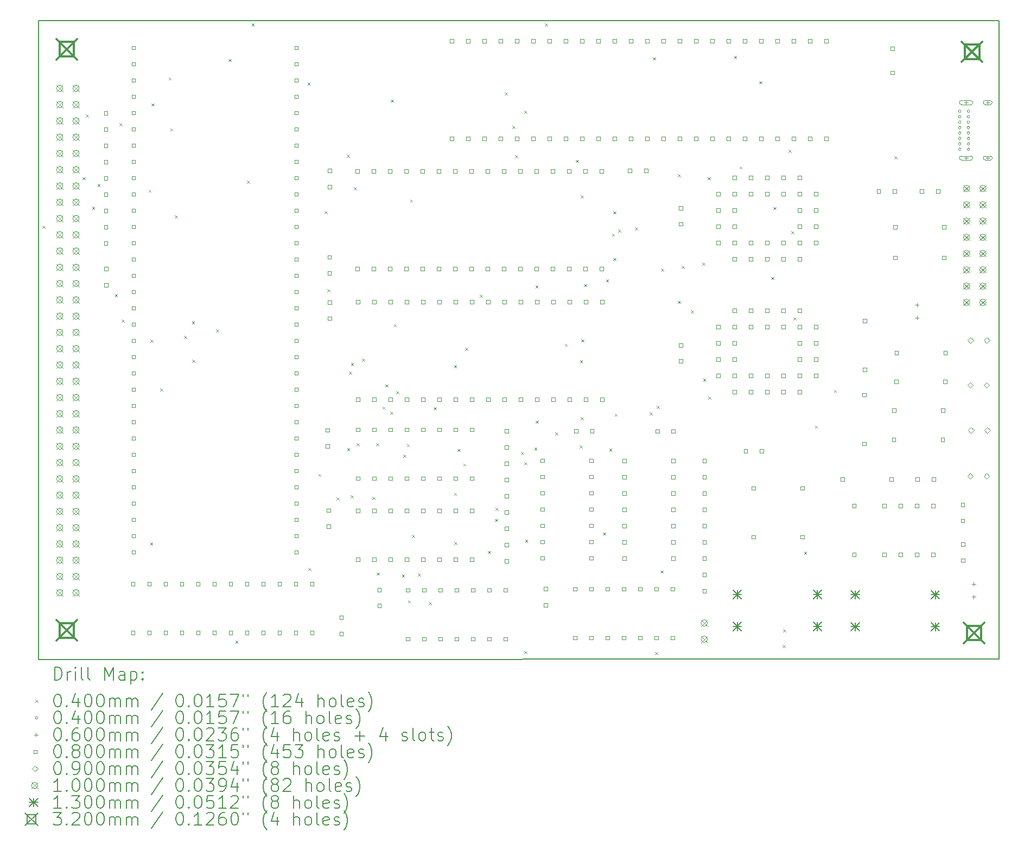
<source format=gbr>
%TF.GenerationSoftware,KiCad,Pcbnew,7.0.10*%
%TF.CreationDate,2024-02-07T22:08:23+01:00*%
%TF.ProjectId,Sixty-n8k,53697874-792d-46e3-986b-2e6b69636164,rev?*%
%TF.SameCoordinates,Original*%
%TF.FileFunction,Drillmap*%
%TF.FilePolarity,Positive*%
%FSLAX45Y45*%
G04 Gerber Fmt 4.5, Leading zero omitted, Abs format (unit mm)*
G04 Created by KiCad (PCBNEW 7.0.10) date 2024-02-07 22:08:23*
%MOMM*%
%LPD*%
G01*
G04 APERTURE LIST*
%ADD10C,0.200000*%
%ADD11C,0.100000*%
%ADD12C,0.130000*%
%ADD13C,0.320000*%
G04 APERTURE END LIST*
D10*
X6793000Y-15004000D02*
X6795000Y-5034000D01*
X21778000Y-5033000D02*
X21779000Y-15003000D01*
X6795000Y-5034000D02*
X21778000Y-5033000D01*
X21779000Y-15003000D02*
X6793000Y-15004000D01*
D11*
X6856960Y-8235000D02*
X6896960Y-8275000D01*
X6896960Y-8235000D02*
X6856960Y-8275000D01*
X7481360Y-7476520D02*
X7521360Y-7516520D01*
X7521360Y-7476520D02*
X7481360Y-7516520D01*
X7531830Y-6502100D02*
X7571830Y-6542100D01*
X7571830Y-6502100D02*
X7531830Y-6542100D01*
X7628770Y-7936410D02*
X7668770Y-7976410D01*
X7668770Y-7936410D02*
X7628770Y-7976410D01*
X7713130Y-7580430D02*
X7753130Y-7620430D01*
X7753130Y-7580430D02*
X7713130Y-7620430D01*
X7984120Y-9301830D02*
X8024120Y-9341830D01*
X8024120Y-9301830D02*
X7984120Y-9341830D01*
X8055740Y-6637740D02*
X8095740Y-6677740D01*
X8095740Y-6637740D02*
X8055740Y-6677740D01*
X8090320Y-9699440D02*
X8130320Y-9739440D01*
X8130320Y-9699440D02*
X8090320Y-9739440D01*
X8509280Y-7673130D02*
X8549280Y-7713130D01*
X8549280Y-7673130D02*
X8509280Y-7713130D01*
X8534720Y-13177840D02*
X8574720Y-13217840D01*
X8574720Y-13177840D02*
X8534720Y-13217840D01*
X8537680Y-10015310D02*
X8577680Y-10055310D01*
X8577680Y-10015310D02*
X8537680Y-10055310D01*
X8553650Y-6325000D02*
X8593650Y-6365000D01*
X8593650Y-6325000D02*
X8553650Y-6365000D01*
X8694410Y-10776370D02*
X8734410Y-10816370D01*
X8734410Y-10776370D02*
X8694410Y-10816370D01*
X8822170Y-5919940D02*
X8862170Y-5959940D01*
X8862170Y-5919940D02*
X8822170Y-5959940D01*
X8848090Y-6714590D02*
X8888090Y-6754590D01*
X8888090Y-6714590D02*
X8848090Y-6754590D01*
X8920800Y-8072440D02*
X8960800Y-8112440D01*
X8960800Y-8072440D02*
X8920800Y-8112440D01*
X9063940Y-9955730D02*
X9103940Y-9995730D01*
X9103940Y-9955730D02*
X9063940Y-9995730D01*
X9186270Y-9724350D02*
X9226270Y-9764350D01*
X9226270Y-9724350D02*
X9186270Y-9764350D01*
X9193590Y-10327960D02*
X9233590Y-10367960D01*
X9233590Y-10327960D02*
X9193590Y-10367960D01*
X9566440Y-9851720D02*
X9606440Y-9891720D01*
X9606440Y-9851720D02*
X9566440Y-9891720D01*
X9757300Y-5632660D02*
X9797300Y-5672660D01*
X9797300Y-5632660D02*
X9757300Y-5672660D01*
X9863440Y-14713910D02*
X9903440Y-14753910D01*
X9903440Y-14713910D02*
X9863440Y-14753910D01*
X10048700Y-7529460D02*
X10088700Y-7569460D01*
X10088700Y-7529460D02*
X10048700Y-7569460D01*
X10117330Y-5078850D02*
X10157330Y-5118850D01*
X10157330Y-5078850D02*
X10117330Y-5118850D01*
X10989890Y-5999260D02*
X11029890Y-6039260D01*
X11029890Y-5999260D02*
X10989890Y-6039260D01*
X11003600Y-13579160D02*
X11043600Y-13619160D01*
X11043600Y-13579160D02*
X11003600Y-13619160D01*
X11159670Y-12109810D02*
X11199670Y-12149810D01*
X11199670Y-12109810D02*
X11159670Y-12149810D01*
X11257600Y-8006400D02*
X11297600Y-8046400D01*
X11297600Y-8006400D02*
X11257600Y-8046400D01*
X11301960Y-9228570D02*
X11341960Y-9268570D01*
X11341960Y-9228570D02*
X11301960Y-9268570D01*
X11443430Y-12476260D02*
X11483430Y-12516260D01*
X11483430Y-12476260D02*
X11443430Y-12516260D01*
X11602290Y-7126490D02*
X11642290Y-7166490D01*
X11642290Y-7126490D02*
X11602290Y-7166490D01*
X11609120Y-11706200D02*
X11649120Y-11746200D01*
X11649120Y-11706200D02*
X11609120Y-11746200D01*
X11640820Y-10513090D02*
X11680820Y-10553090D01*
X11680820Y-10513090D02*
X11640820Y-10553090D01*
X11664420Y-12442510D02*
X11704420Y-12482510D01*
X11704420Y-12442510D02*
X11664420Y-12482510D01*
X11668020Y-10379710D02*
X11708020Y-10419710D01*
X11708020Y-10379710D02*
X11668020Y-10419710D01*
X11713950Y-7635050D02*
X11753950Y-7675050D01*
X11753950Y-7635050D02*
X11713950Y-7675050D01*
X11757010Y-11629950D02*
X11797010Y-11669950D01*
X11797010Y-11629950D02*
X11757010Y-11669950D01*
X11840500Y-10312380D02*
X11880500Y-10352380D01*
X11880500Y-10312380D02*
X11840500Y-10352380D01*
X12002970Y-12466280D02*
X12042970Y-12506280D01*
X12042970Y-12466280D02*
X12002970Y-12506280D01*
X12061290Y-11628210D02*
X12101290Y-11668210D01*
X12101290Y-11628210D02*
X12061290Y-11668210D01*
X12071620Y-13648640D02*
X12111620Y-13688640D01*
X12111620Y-13648640D02*
X12071620Y-13688640D01*
X12158860Y-11058470D02*
X12198860Y-11098470D01*
X12198860Y-11058470D02*
X12158860Y-11098470D01*
X12206820Y-10712520D02*
X12246820Y-10752520D01*
X12246820Y-10712520D02*
X12206820Y-10752520D01*
X12282700Y-11136730D02*
X12322700Y-11176730D01*
X12322700Y-11136730D02*
X12282700Y-11176730D01*
X12289360Y-6266980D02*
X12329360Y-6306980D01*
X12329360Y-6266980D02*
X12289360Y-6306980D01*
X12335580Y-9771020D02*
X12375580Y-9811020D01*
X12375580Y-9771020D02*
X12335580Y-9811020D01*
X12371430Y-10816150D02*
X12411430Y-10856150D01*
X12411430Y-10816150D02*
X12371430Y-10856150D01*
X12462690Y-13678100D02*
X12502690Y-13718100D01*
X12502690Y-13678100D02*
X12462690Y-13718100D01*
X12481840Y-11806540D02*
X12521840Y-11846540D01*
X12521840Y-11806540D02*
X12481840Y-11846540D01*
X12538650Y-11642380D02*
X12578650Y-11682380D01*
X12578650Y-11642380D02*
X12538650Y-11682380D01*
X12555320Y-14081370D02*
X12595320Y-14121370D01*
X12595320Y-14081370D02*
X12555320Y-14121370D01*
X12589600Y-7825580D02*
X12629600Y-7865580D01*
X12629600Y-7825580D02*
X12589600Y-7865580D01*
X12620140Y-13059560D02*
X12660140Y-13099560D01*
X12660140Y-13059560D02*
X12620140Y-13099560D01*
X12710480Y-13660440D02*
X12750480Y-13700440D01*
X12750480Y-13660440D02*
X12710480Y-13700440D01*
X12882190Y-14109680D02*
X12922190Y-14149680D01*
X12922190Y-14109680D02*
X12882190Y-14149680D01*
X12960990Y-11066960D02*
X13000990Y-11106960D01*
X13000990Y-11066960D02*
X12960990Y-11106960D01*
X13275730Y-10411580D02*
X13315730Y-10451580D01*
X13315730Y-10411580D02*
X13275730Y-10451580D01*
X13277170Y-12405160D02*
X13317170Y-12445160D01*
X13317170Y-12405160D02*
X13277170Y-12445160D01*
X13281900Y-13173730D02*
X13321900Y-13213730D01*
X13321900Y-13173730D02*
X13281900Y-13213730D01*
X13329690Y-11719530D02*
X13369690Y-11759530D01*
X13369690Y-11719530D02*
X13329690Y-11759530D01*
X13420100Y-11947850D02*
X13460100Y-11987850D01*
X13460100Y-11947850D02*
X13420100Y-11987850D01*
X13451580Y-10141670D02*
X13491580Y-10181670D01*
X13491580Y-10141670D02*
X13451580Y-10181670D01*
X13676570Y-9308740D02*
X13716570Y-9348740D01*
X13716570Y-9308740D02*
X13676570Y-9348740D01*
X13807760Y-13309920D02*
X13847760Y-13349920D01*
X13847760Y-13309920D02*
X13807760Y-13349920D01*
X13915050Y-12811290D02*
X13955050Y-12851290D01*
X13955050Y-12811290D02*
X13915050Y-12851290D01*
X13921720Y-12637480D02*
X13961720Y-12677480D01*
X13961720Y-12637480D02*
X13921720Y-12677480D01*
X14067130Y-6150370D02*
X14107130Y-6190370D01*
X14107130Y-6150370D02*
X14067130Y-6190370D01*
X14188690Y-6679620D02*
X14228690Y-6719620D01*
X14228690Y-6679620D02*
X14188690Y-6719620D01*
X14227220Y-7135090D02*
X14267220Y-7175090D01*
X14267220Y-7135090D02*
X14227220Y-7175090D01*
X14319160Y-11765430D02*
X14359160Y-11805430D01*
X14359160Y-11765430D02*
X14319160Y-11805430D01*
X14373580Y-14874900D02*
X14413580Y-14914900D01*
X14413580Y-14874900D02*
X14373580Y-14914900D01*
X14373930Y-11929330D02*
X14413930Y-11969330D01*
X14413930Y-11929330D02*
X14373930Y-11969330D01*
X14374800Y-6438040D02*
X14414800Y-6478040D01*
X14414800Y-6438040D02*
X14374800Y-6478040D01*
X14384800Y-13136960D02*
X14424800Y-13176960D01*
X14424800Y-13136960D02*
X14384800Y-13176960D01*
X14528100Y-11697120D02*
X14568100Y-11737120D01*
X14568100Y-11697120D02*
X14528100Y-11737120D01*
X14545360Y-9168630D02*
X14585360Y-9208630D01*
X14585360Y-9168630D02*
X14545360Y-9208630D01*
X14547760Y-11279380D02*
X14587760Y-11319380D01*
X14587760Y-11279380D02*
X14547760Y-11319380D01*
X14692360Y-5078700D02*
X14732360Y-5118700D01*
X14732360Y-5078700D02*
X14692360Y-5118700D01*
X14856930Y-11461950D02*
X14896930Y-11501950D01*
X14896930Y-11461950D02*
X14856930Y-11501950D01*
X15003810Y-10077840D02*
X15043810Y-10117840D01*
X15043810Y-10077840D02*
X15003810Y-10117840D01*
X15175760Y-7206490D02*
X15215760Y-7246490D01*
X15215760Y-7206490D02*
X15175760Y-7246490D01*
X15236660Y-11661350D02*
X15276660Y-11701350D01*
X15276660Y-11661350D02*
X15236660Y-11701350D01*
X15239200Y-10335840D02*
X15279200Y-10375840D01*
X15279200Y-10335840D02*
X15239200Y-10375840D01*
X15251910Y-7762150D02*
X15291910Y-7802150D01*
X15291910Y-7762150D02*
X15251910Y-7802150D01*
X15252510Y-11222350D02*
X15292510Y-11262350D01*
X15292510Y-11222350D02*
X15252510Y-11262350D01*
X15260640Y-10007920D02*
X15300640Y-10047920D01*
X15300640Y-10007920D02*
X15260640Y-10047920D01*
X15301360Y-9145320D02*
X15341360Y-9185320D01*
X15341360Y-9145320D02*
X15301360Y-9185320D01*
X15600630Y-13023500D02*
X15640630Y-13063500D01*
X15640630Y-13023500D02*
X15600630Y-13063500D01*
X15647050Y-9072080D02*
X15687050Y-9112080D01*
X15687050Y-9072080D02*
X15647050Y-9112080D01*
X15698700Y-11716730D02*
X15738700Y-11756730D01*
X15738700Y-11716730D02*
X15698700Y-11756730D01*
X15739730Y-8356970D02*
X15779730Y-8396970D01*
X15779730Y-8356970D02*
X15739730Y-8396970D01*
X15758480Y-8737920D02*
X15798480Y-8777920D01*
X15798480Y-8737920D02*
X15758480Y-8777920D01*
X15762620Y-8011450D02*
X15802620Y-8051450D01*
X15802620Y-8011450D02*
X15762620Y-8051450D01*
X15782520Y-11168450D02*
X15822520Y-11208450D01*
X15822520Y-11168450D02*
X15782520Y-11208450D01*
X15834680Y-8293200D02*
X15874680Y-8333200D01*
X15874680Y-8293200D02*
X15834680Y-8333200D01*
X16099280Y-8258570D02*
X16139280Y-8298570D01*
X16139280Y-8258570D02*
X16099280Y-8298570D01*
X16327060Y-11147990D02*
X16367060Y-11187990D01*
X16367060Y-11147990D02*
X16327060Y-11187990D01*
X16378410Y-5607440D02*
X16418410Y-5647440D01*
X16418410Y-5607440D02*
X16378410Y-5647440D01*
X16413800Y-14889800D02*
X16453800Y-14929800D01*
X16453800Y-14889800D02*
X16413800Y-14929800D01*
X16437010Y-11044930D02*
X16477010Y-11084930D01*
X16477010Y-11044930D02*
X16437010Y-11084930D01*
X16495080Y-13614720D02*
X16535080Y-13654720D01*
X16535080Y-13614720D02*
X16495080Y-13654720D01*
X16504000Y-8903000D02*
X16544000Y-8943000D01*
X16544000Y-8903000D02*
X16504000Y-8943000D01*
X16768910Y-7433740D02*
X16808910Y-7473740D01*
X16808910Y-7433740D02*
X16768910Y-7473740D01*
X16770000Y-9408000D02*
X16810000Y-9448000D01*
X16810000Y-9408000D02*
X16770000Y-9448000D01*
X16827000Y-8864000D02*
X16867000Y-8904000D01*
X16867000Y-8864000D02*
X16827000Y-8904000D01*
X16972420Y-9555650D02*
X17012420Y-9595650D01*
X17012420Y-9555650D02*
X16972420Y-9595650D01*
X17147280Y-8813590D02*
X17187280Y-8853590D01*
X17187280Y-8813590D02*
X17147280Y-8853590D01*
X17162730Y-10625030D02*
X17202730Y-10665030D01*
X17202730Y-10625030D02*
X17162730Y-10665030D01*
X17231280Y-7477370D02*
X17271280Y-7517370D01*
X17271280Y-7477370D02*
X17231280Y-7517370D01*
X17241800Y-10901310D02*
X17281800Y-10941310D01*
X17281800Y-10901310D02*
X17241800Y-10941310D01*
X17645570Y-5583980D02*
X17685570Y-5623980D01*
X17685570Y-5583980D02*
X17645570Y-5623980D01*
X17728370Y-7307940D02*
X17768370Y-7347940D01*
X17768370Y-7307940D02*
X17728370Y-7347940D01*
X18041120Y-5977970D02*
X18081120Y-6017970D01*
X18081120Y-5977970D02*
X18041120Y-6017970D01*
X18224550Y-9035460D02*
X18264550Y-9075460D01*
X18264550Y-9035460D02*
X18224550Y-9075460D01*
X18258580Y-7942140D02*
X18298580Y-7982140D01*
X18298580Y-7942140D02*
X18258580Y-7982140D01*
X18402520Y-14778590D02*
X18442520Y-14818590D01*
X18442520Y-14778590D02*
X18402520Y-14818590D01*
X18411910Y-14535550D02*
X18451910Y-14575550D01*
X18451910Y-14535550D02*
X18411910Y-14575550D01*
X18497420Y-7050280D02*
X18537420Y-7090280D01*
X18537420Y-7050280D02*
X18497420Y-7090280D01*
X18537530Y-8318680D02*
X18577530Y-8358680D01*
X18577530Y-8318680D02*
X18537530Y-8358680D01*
X18574930Y-9668200D02*
X18614930Y-9708200D01*
X18614930Y-9668200D02*
X18574930Y-9708200D01*
X18738190Y-13323280D02*
X18778190Y-13363280D01*
X18778190Y-13323280D02*
X18738190Y-13363280D01*
X18906950Y-11354290D02*
X18946950Y-11394290D01*
X18946950Y-11354290D02*
X18906950Y-11394290D01*
X19201870Y-10797200D02*
X19241870Y-10837200D01*
X19241870Y-10797200D02*
X19201870Y-10837200D01*
X20144950Y-7150950D02*
X20184950Y-7190950D01*
X20184950Y-7150950D02*
X20144950Y-7190950D01*
X21187750Y-6447500D02*
G75*
G03*
X21147750Y-6447500I-20000J0D01*
G01*
X21147750Y-6447500D02*
G75*
G03*
X21187750Y-6447500I20000J0D01*
G01*
X21187750Y-6532500D02*
G75*
G03*
X21147750Y-6532500I-20000J0D01*
G01*
X21147750Y-6532500D02*
G75*
G03*
X21187750Y-6532500I20000J0D01*
G01*
X21187750Y-6617500D02*
G75*
G03*
X21147750Y-6617500I-20000J0D01*
G01*
X21147750Y-6617500D02*
G75*
G03*
X21187750Y-6617500I20000J0D01*
G01*
X21187750Y-6702500D02*
G75*
G03*
X21147750Y-6702500I-20000J0D01*
G01*
X21147750Y-6702500D02*
G75*
G03*
X21187750Y-6702500I20000J0D01*
G01*
X21187750Y-6787500D02*
G75*
G03*
X21147750Y-6787500I-20000J0D01*
G01*
X21147750Y-6787500D02*
G75*
G03*
X21187750Y-6787500I20000J0D01*
G01*
X21187750Y-6872500D02*
G75*
G03*
X21147750Y-6872500I-20000J0D01*
G01*
X21147750Y-6872500D02*
G75*
G03*
X21187750Y-6872500I20000J0D01*
G01*
X21187750Y-6957500D02*
G75*
G03*
X21147750Y-6957500I-20000J0D01*
G01*
X21147750Y-6957500D02*
G75*
G03*
X21187750Y-6957500I20000J0D01*
G01*
X21187750Y-7042500D02*
G75*
G03*
X21147750Y-7042500I-20000J0D01*
G01*
X21147750Y-7042500D02*
G75*
G03*
X21187750Y-7042500I20000J0D01*
G01*
X21322750Y-6447500D02*
G75*
G03*
X21282750Y-6447500I-20000J0D01*
G01*
X21282750Y-6447500D02*
G75*
G03*
X21322750Y-6447500I20000J0D01*
G01*
X21322750Y-6532500D02*
G75*
G03*
X21282750Y-6532500I-20000J0D01*
G01*
X21282750Y-6532500D02*
G75*
G03*
X21322750Y-6532500I20000J0D01*
G01*
X21322750Y-6617500D02*
G75*
G03*
X21282750Y-6617500I-20000J0D01*
G01*
X21282750Y-6617500D02*
G75*
G03*
X21322750Y-6617500I20000J0D01*
G01*
X21322750Y-6702500D02*
G75*
G03*
X21282750Y-6702500I-20000J0D01*
G01*
X21282750Y-6702500D02*
G75*
G03*
X21322750Y-6702500I20000J0D01*
G01*
X21322750Y-6787500D02*
G75*
G03*
X21282750Y-6787500I-20000J0D01*
G01*
X21282750Y-6787500D02*
G75*
G03*
X21322750Y-6787500I20000J0D01*
G01*
X21322750Y-6872500D02*
G75*
G03*
X21282750Y-6872500I-20000J0D01*
G01*
X21282750Y-6872500D02*
G75*
G03*
X21322750Y-6872500I20000J0D01*
G01*
X21322750Y-6957500D02*
G75*
G03*
X21282750Y-6957500I-20000J0D01*
G01*
X21282750Y-6957500D02*
G75*
G03*
X21322750Y-6957500I20000J0D01*
G01*
X21322750Y-7042500D02*
G75*
G03*
X21282750Y-7042500I-20000J0D01*
G01*
X21282750Y-7042500D02*
G75*
G03*
X21322750Y-7042500I20000J0D01*
G01*
X20500000Y-9441000D02*
X20500000Y-9501000D01*
X20470000Y-9471000D02*
X20530000Y-9471000D01*
X20500000Y-9641000D02*
X20500000Y-9701000D01*
X20470000Y-9671000D02*
X20530000Y-9671000D01*
X21265750Y-6282500D02*
X21265750Y-6342500D01*
X21235750Y-6312500D02*
X21295750Y-6312500D01*
X21190750Y-6342500D02*
X21340750Y-6342500D01*
X21340750Y-6342500D02*
G75*
G03*
X21340750Y-6282500I0J30000D01*
G01*
X21340750Y-6282500D02*
X21190750Y-6282500D01*
X21190750Y-6282500D02*
G75*
G03*
X21190750Y-6342500I0J-30000D01*
G01*
X21265750Y-7147500D02*
X21265750Y-7207500D01*
X21235750Y-7177500D02*
X21295750Y-7177500D01*
X21190750Y-7207500D02*
X21340750Y-7207500D01*
X21340750Y-7207500D02*
G75*
G03*
X21340750Y-7147500I0J30000D01*
G01*
X21340750Y-7147500D02*
X21190750Y-7147500D01*
X21190750Y-7147500D02*
G75*
G03*
X21190750Y-7207500I0J-30000D01*
G01*
X21383000Y-13798000D02*
X21383000Y-13858000D01*
X21353000Y-13828000D02*
X21413000Y-13828000D01*
X21383000Y-13998000D02*
X21383000Y-14058000D01*
X21353000Y-14028000D02*
X21413000Y-14028000D01*
X21603750Y-6282500D02*
X21603750Y-6342500D01*
X21573750Y-6312500D02*
X21633750Y-6312500D01*
X21563750Y-6342500D02*
X21643750Y-6342500D01*
X21643750Y-6342500D02*
G75*
G03*
X21643750Y-6282500I0J30000D01*
G01*
X21643750Y-6282500D02*
X21563750Y-6282500D01*
X21563750Y-6282500D02*
G75*
G03*
X21563750Y-6342500I0J-30000D01*
G01*
X21603750Y-7147500D02*
X21603750Y-7207500D01*
X21573750Y-7177500D02*
X21633750Y-7177500D01*
X21563750Y-7207500D02*
X21643750Y-7207500D01*
X21643750Y-7207500D02*
G75*
G03*
X21643750Y-7147500I0J30000D01*
G01*
X21643750Y-7147500D02*
X21563750Y-7147500D01*
X21563750Y-7147500D02*
G75*
G03*
X21563750Y-7207500I0J-30000D01*
G01*
X7872284Y-6503284D02*
X7872284Y-6446715D01*
X7815715Y-6446715D01*
X7815715Y-6503284D01*
X7872284Y-6503284D01*
X7872284Y-6757284D02*
X7872284Y-6700715D01*
X7815715Y-6700715D01*
X7815715Y-6757284D01*
X7872284Y-6757284D01*
X7872284Y-7011284D02*
X7872284Y-6954715D01*
X7815715Y-6954715D01*
X7815715Y-7011284D01*
X7872284Y-7011284D01*
X7872284Y-7265284D02*
X7872284Y-7208715D01*
X7815715Y-7208715D01*
X7815715Y-7265284D01*
X7872284Y-7265284D01*
X7872284Y-7519284D02*
X7872284Y-7462715D01*
X7815715Y-7462715D01*
X7815715Y-7519284D01*
X7872284Y-7519284D01*
X7872284Y-7773284D02*
X7872284Y-7716715D01*
X7815715Y-7716715D01*
X7815715Y-7773284D01*
X7872284Y-7773284D01*
X7872284Y-8027284D02*
X7872284Y-7970715D01*
X7815715Y-7970715D01*
X7815715Y-8027284D01*
X7872284Y-8027284D01*
X7872284Y-8281284D02*
X7872284Y-8224715D01*
X7815715Y-8224715D01*
X7815715Y-8281284D01*
X7872284Y-8281284D01*
X7872284Y-8535285D02*
X7872284Y-8478716D01*
X7815715Y-8478716D01*
X7815715Y-8535285D01*
X7872284Y-8535285D01*
X7878284Y-8937285D02*
X7878284Y-8880716D01*
X7821715Y-8880716D01*
X7821715Y-8937285D01*
X7878284Y-8937285D01*
X7878284Y-9187285D02*
X7878284Y-9130716D01*
X7821715Y-9130716D01*
X7821715Y-9187285D01*
X7878284Y-9187285D01*
X8295784Y-13855284D02*
X8295784Y-13798715D01*
X8239215Y-13798715D01*
X8239215Y-13855284D01*
X8295784Y-13855284D01*
X8295784Y-14617284D02*
X8295784Y-14560715D01*
X8239215Y-14560715D01*
X8239215Y-14617284D01*
X8295784Y-14617284D01*
X8303284Y-5484285D02*
X8303284Y-5427716D01*
X8246715Y-5427716D01*
X8246715Y-5484285D01*
X8303284Y-5484285D01*
X8303284Y-5738284D02*
X8303284Y-5681715D01*
X8246715Y-5681715D01*
X8246715Y-5738284D01*
X8303284Y-5738284D01*
X8303284Y-5992284D02*
X8303284Y-5935715D01*
X8246715Y-5935715D01*
X8246715Y-5992284D01*
X8303284Y-5992284D01*
X8303284Y-6246284D02*
X8303284Y-6189715D01*
X8246715Y-6189715D01*
X8246715Y-6246284D01*
X8303284Y-6246284D01*
X8303284Y-6500284D02*
X8303284Y-6443715D01*
X8246715Y-6443715D01*
X8246715Y-6500284D01*
X8303284Y-6500284D01*
X8303284Y-6754284D02*
X8303284Y-6697715D01*
X8246715Y-6697715D01*
X8246715Y-6754284D01*
X8303284Y-6754284D01*
X8303284Y-7008284D02*
X8303284Y-6951715D01*
X8246715Y-6951715D01*
X8246715Y-7008284D01*
X8303284Y-7008284D01*
X8303284Y-7262284D02*
X8303284Y-7205715D01*
X8246715Y-7205715D01*
X8246715Y-7262284D01*
X8303284Y-7262284D01*
X8303284Y-7516284D02*
X8303284Y-7459715D01*
X8246715Y-7459715D01*
X8246715Y-7516284D01*
X8303284Y-7516284D01*
X8303284Y-7770284D02*
X8303284Y-7713715D01*
X8246715Y-7713715D01*
X8246715Y-7770284D01*
X8303284Y-7770284D01*
X8303284Y-8024284D02*
X8303284Y-7967715D01*
X8246715Y-7967715D01*
X8246715Y-8024284D01*
X8303284Y-8024284D01*
X8303284Y-8278284D02*
X8303284Y-8221715D01*
X8246715Y-8221715D01*
X8246715Y-8278284D01*
X8303284Y-8278284D01*
X8303284Y-8532285D02*
X8303284Y-8475716D01*
X8246715Y-8475716D01*
X8246715Y-8532285D01*
X8303284Y-8532285D01*
X8303284Y-8786285D02*
X8303284Y-8729716D01*
X8246715Y-8729716D01*
X8246715Y-8786285D01*
X8303284Y-8786285D01*
X8303284Y-9040285D02*
X8303284Y-8983716D01*
X8246715Y-8983716D01*
X8246715Y-9040285D01*
X8303284Y-9040285D01*
X8303284Y-9294285D02*
X8303284Y-9237716D01*
X8246715Y-9237716D01*
X8246715Y-9294285D01*
X8303284Y-9294285D01*
X8303284Y-9548285D02*
X8303284Y-9491716D01*
X8246715Y-9491716D01*
X8246715Y-9548285D01*
X8303284Y-9548285D01*
X8303284Y-9802285D02*
X8303284Y-9745716D01*
X8246715Y-9745716D01*
X8246715Y-9802285D01*
X8303284Y-9802285D01*
X8303284Y-10056285D02*
X8303284Y-9999716D01*
X8246715Y-9999716D01*
X8246715Y-10056285D01*
X8303284Y-10056285D01*
X8303284Y-10310285D02*
X8303284Y-10253716D01*
X8246715Y-10253716D01*
X8246715Y-10310285D01*
X8303284Y-10310285D01*
X8303284Y-10564285D02*
X8303284Y-10507716D01*
X8246715Y-10507716D01*
X8246715Y-10564285D01*
X8303284Y-10564285D01*
X8303284Y-10818285D02*
X8303284Y-10761716D01*
X8246715Y-10761716D01*
X8246715Y-10818285D01*
X8303284Y-10818285D01*
X8303284Y-11072285D02*
X8303284Y-11015716D01*
X8246715Y-11015716D01*
X8246715Y-11072285D01*
X8303284Y-11072285D01*
X8303284Y-11326284D02*
X8303284Y-11269715D01*
X8246715Y-11269715D01*
X8246715Y-11326284D01*
X8303284Y-11326284D01*
X8303284Y-11580284D02*
X8303284Y-11523715D01*
X8246715Y-11523715D01*
X8246715Y-11580284D01*
X8303284Y-11580284D01*
X8303284Y-11834284D02*
X8303284Y-11777715D01*
X8246715Y-11777715D01*
X8246715Y-11834284D01*
X8303284Y-11834284D01*
X8303284Y-12088284D02*
X8303284Y-12031715D01*
X8246715Y-12031715D01*
X8246715Y-12088284D01*
X8303284Y-12088284D01*
X8303284Y-12342284D02*
X8303284Y-12285715D01*
X8246715Y-12285715D01*
X8246715Y-12342284D01*
X8303284Y-12342284D01*
X8303284Y-12596284D02*
X8303284Y-12539715D01*
X8246715Y-12539715D01*
X8246715Y-12596284D01*
X8303284Y-12596284D01*
X8303284Y-12850284D02*
X8303284Y-12793715D01*
X8246715Y-12793715D01*
X8246715Y-12850284D01*
X8303284Y-12850284D01*
X8303284Y-13104284D02*
X8303284Y-13047715D01*
X8246715Y-13047715D01*
X8246715Y-13104284D01*
X8303284Y-13104284D01*
X8303284Y-13358284D02*
X8303284Y-13301715D01*
X8246715Y-13301715D01*
X8246715Y-13358284D01*
X8303284Y-13358284D01*
X8549785Y-13855284D02*
X8549785Y-13798715D01*
X8493216Y-13798715D01*
X8493216Y-13855284D01*
X8549785Y-13855284D01*
X8549785Y-14617284D02*
X8549785Y-14560715D01*
X8493216Y-14560715D01*
X8493216Y-14617284D01*
X8549785Y-14617284D01*
X8803785Y-13855284D02*
X8803785Y-13798715D01*
X8747216Y-13798715D01*
X8747216Y-13855284D01*
X8803785Y-13855284D01*
X8803785Y-14617284D02*
X8803785Y-14560715D01*
X8747216Y-14560715D01*
X8747216Y-14617284D01*
X8803785Y-14617284D01*
X9057785Y-13855284D02*
X9057785Y-13798715D01*
X9001216Y-13798715D01*
X9001216Y-13855284D01*
X9057785Y-13855284D01*
X9057785Y-14617284D02*
X9057785Y-14560715D01*
X9001216Y-14560715D01*
X9001216Y-14617284D01*
X9057785Y-14617284D01*
X9311785Y-13855284D02*
X9311785Y-13798715D01*
X9255216Y-13798715D01*
X9255216Y-13855284D01*
X9311785Y-13855284D01*
X9311785Y-14617284D02*
X9311785Y-14560715D01*
X9255216Y-14560715D01*
X9255216Y-14617284D01*
X9311785Y-14617284D01*
X9565785Y-13855284D02*
X9565785Y-13798715D01*
X9509216Y-13798715D01*
X9509216Y-13855284D01*
X9565785Y-13855284D01*
X9565785Y-14617284D02*
X9565785Y-14560715D01*
X9509216Y-14560715D01*
X9509216Y-14617284D01*
X9565785Y-14617284D01*
X9819785Y-13855284D02*
X9819785Y-13798715D01*
X9763216Y-13798715D01*
X9763216Y-13855284D01*
X9819785Y-13855284D01*
X9819785Y-14617284D02*
X9819785Y-14560715D01*
X9763216Y-14560715D01*
X9763216Y-14617284D01*
X9819785Y-14617284D01*
X10073785Y-13855284D02*
X10073785Y-13798715D01*
X10017216Y-13798715D01*
X10017216Y-13855284D01*
X10073785Y-13855284D01*
X10073785Y-14617284D02*
X10073785Y-14560715D01*
X10017216Y-14560715D01*
X10017216Y-14617284D01*
X10073785Y-14617284D01*
X10327785Y-13855284D02*
X10327785Y-13798715D01*
X10271216Y-13798715D01*
X10271216Y-13855284D01*
X10327785Y-13855284D01*
X10327785Y-14617284D02*
X10327785Y-14560715D01*
X10271216Y-14560715D01*
X10271216Y-14617284D01*
X10327785Y-14617284D01*
X10581785Y-13855284D02*
X10581785Y-13798715D01*
X10525216Y-13798715D01*
X10525216Y-13855284D01*
X10581785Y-13855284D01*
X10581785Y-14617284D02*
X10581785Y-14560715D01*
X10525216Y-14560715D01*
X10525216Y-14617284D01*
X10581785Y-14617284D01*
X10835785Y-13855284D02*
X10835785Y-13798715D01*
X10779216Y-13798715D01*
X10779216Y-13855284D01*
X10835785Y-13855284D01*
X10835785Y-14617284D02*
X10835785Y-14560715D01*
X10779216Y-14560715D01*
X10779216Y-14617284D01*
X10835785Y-14617284D01*
X10843285Y-5484285D02*
X10843285Y-5427716D01*
X10786716Y-5427716D01*
X10786716Y-5484285D01*
X10843285Y-5484285D01*
X10843285Y-5738284D02*
X10843285Y-5681715D01*
X10786716Y-5681715D01*
X10786716Y-5738284D01*
X10843285Y-5738284D01*
X10843285Y-5992284D02*
X10843285Y-5935715D01*
X10786716Y-5935715D01*
X10786716Y-5992284D01*
X10843285Y-5992284D01*
X10843285Y-6246284D02*
X10843285Y-6189715D01*
X10786716Y-6189715D01*
X10786716Y-6246284D01*
X10843285Y-6246284D01*
X10843285Y-6500284D02*
X10843285Y-6443715D01*
X10786716Y-6443715D01*
X10786716Y-6500284D01*
X10843285Y-6500284D01*
X10843285Y-6754284D02*
X10843285Y-6697715D01*
X10786716Y-6697715D01*
X10786716Y-6754284D01*
X10843285Y-6754284D01*
X10843285Y-7008284D02*
X10843285Y-6951715D01*
X10786716Y-6951715D01*
X10786716Y-7008284D01*
X10843285Y-7008284D01*
X10843285Y-7262284D02*
X10843285Y-7205715D01*
X10786716Y-7205715D01*
X10786716Y-7262284D01*
X10843285Y-7262284D01*
X10843285Y-7516284D02*
X10843285Y-7459715D01*
X10786716Y-7459715D01*
X10786716Y-7516284D01*
X10843285Y-7516284D01*
X10843285Y-7770284D02*
X10843285Y-7713715D01*
X10786716Y-7713715D01*
X10786716Y-7770284D01*
X10843285Y-7770284D01*
X10843285Y-8024284D02*
X10843285Y-7967715D01*
X10786716Y-7967715D01*
X10786716Y-8024284D01*
X10843285Y-8024284D01*
X10843285Y-8278284D02*
X10843285Y-8221715D01*
X10786716Y-8221715D01*
X10786716Y-8278284D01*
X10843285Y-8278284D01*
X10843285Y-8532285D02*
X10843285Y-8475716D01*
X10786716Y-8475716D01*
X10786716Y-8532285D01*
X10843285Y-8532285D01*
X10843285Y-8786285D02*
X10843285Y-8729716D01*
X10786716Y-8729716D01*
X10786716Y-8786285D01*
X10843285Y-8786285D01*
X10843285Y-9040285D02*
X10843285Y-8983716D01*
X10786716Y-8983716D01*
X10786716Y-9040285D01*
X10843285Y-9040285D01*
X10843285Y-9294285D02*
X10843285Y-9237716D01*
X10786716Y-9237716D01*
X10786716Y-9294285D01*
X10843285Y-9294285D01*
X10843285Y-9548285D02*
X10843285Y-9491716D01*
X10786716Y-9491716D01*
X10786716Y-9548285D01*
X10843285Y-9548285D01*
X10843285Y-9802285D02*
X10843285Y-9745716D01*
X10786716Y-9745716D01*
X10786716Y-9802285D01*
X10843285Y-9802285D01*
X10843285Y-10056285D02*
X10843285Y-9999716D01*
X10786716Y-9999716D01*
X10786716Y-10056285D01*
X10843285Y-10056285D01*
X10843285Y-10310285D02*
X10843285Y-10253716D01*
X10786716Y-10253716D01*
X10786716Y-10310285D01*
X10843285Y-10310285D01*
X10843285Y-10564285D02*
X10843285Y-10507716D01*
X10786716Y-10507716D01*
X10786716Y-10564285D01*
X10843285Y-10564285D01*
X10843285Y-10818285D02*
X10843285Y-10761716D01*
X10786716Y-10761716D01*
X10786716Y-10818285D01*
X10843285Y-10818285D01*
X10843285Y-11072285D02*
X10843285Y-11015716D01*
X10786716Y-11015716D01*
X10786716Y-11072285D01*
X10843285Y-11072285D01*
X10843285Y-11326284D02*
X10843285Y-11269715D01*
X10786716Y-11269715D01*
X10786716Y-11326284D01*
X10843285Y-11326284D01*
X10843285Y-11580284D02*
X10843285Y-11523715D01*
X10786716Y-11523715D01*
X10786716Y-11580284D01*
X10843285Y-11580284D01*
X10843285Y-11834284D02*
X10843285Y-11777715D01*
X10786716Y-11777715D01*
X10786716Y-11834284D01*
X10843285Y-11834284D01*
X10843285Y-12088284D02*
X10843285Y-12031715D01*
X10786716Y-12031715D01*
X10786716Y-12088284D01*
X10843285Y-12088284D01*
X10843285Y-12342284D02*
X10843285Y-12285715D01*
X10786716Y-12285715D01*
X10786716Y-12342284D01*
X10843285Y-12342284D01*
X10843285Y-12596284D02*
X10843285Y-12539715D01*
X10786716Y-12539715D01*
X10786716Y-12596284D01*
X10843285Y-12596284D01*
X10843285Y-12850284D02*
X10843285Y-12793715D01*
X10786716Y-12793715D01*
X10786716Y-12850284D01*
X10843285Y-12850284D01*
X10843285Y-13104284D02*
X10843285Y-13047715D01*
X10786716Y-13047715D01*
X10786716Y-13104284D01*
X10843285Y-13104284D01*
X10843285Y-13358284D02*
X10843285Y-13301715D01*
X10786716Y-13301715D01*
X10786716Y-13358284D01*
X10843285Y-13358284D01*
X11089785Y-13855284D02*
X11089785Y-13798715D01*
X11033216Y-13798715D01*
X11033216Y-13855284D01*
X11089785Y-13855284D01*
X11089785Y-14617284D02*
X11089785Y-14560715D01*
X11033216Y-14560715D01*
X11033216Y-14617284D01*
X11089785Y-14617284D01*
X11329284Y-11454284D02*
X11329284Y-11397715D01*
X11272715Y-11397715D01*
X11272715Y-11454284D01*
X11329284Y-11454284D01*
X11329284Y-11704284D02*
X11329284Y-11647715D01*
X11272715Y-11647715D01*
X11272715Y-11704284D01*
X11329284Y-11704284D01*
X11349284Y-12708284D02*
X11349284Y-12651715D01*
X11292715Y-12651715D01*
X11292715Y-12708284D01*
X11349284Y-12708284D01*
X11349284Y-12958284D02*
X11349284Y-12901715D01*
X11292715Y-12901715D01*
X11292715Y-12958284D01*
X11349284Y-12958284D01*
X11359284Y-8754285D02*
X11359284Y-8697716D01*
X11302715Y-8697716D01*
X11302715Y-8754285D01*
X11359284Y-8754285D01*
X11359284Y-9004285D02*
X11359284Y-8947716D01*
X11302715Y-8947716D01*
X11302715Y-9004285D01*
X11359284Y-9004285D01*
X11366484Y-7404284D02*
X11366484Y-7347715D01*
X11309915Y-7347715D01*
X11309915Y-7404284D01*
X11366484Y-7404284D01*
X11366484Y-7654284D02*
X11366484Y-7597715D01*
X11309915Y-7597715D01*
X11309915Y-7654284D01*
X11366484Y-7654284D01*
X11366484Y-9459685D02*
X11366484Y-9403116D01*
X11309915Y-9403116D01*
X11309915Y-9459685D01*
X11366484Y-9459685D01*
X11366484Y-9709685D02*
X11366484Y-9653116D01*
X11309915Y-9653116D01*
X11309915Y-9709685D01*
X11366484Y-9709685D01*
X11545284Y-14382284D02*
X11545284Y-14325715D01*
X11488715Y-14325715D01*
X11488715Y-14382284D01*
X11545284Y-14382284D01*
X11545284Y-14632284D02*
X11545284Y-14575715D01*
X11488715Y-14575715D01*
X11488715Y-14632284D01*
X11545284Y-14632284D01*
X11798284Y-7412784D02*
X11798284Y-7356215D01*
X11741715Y-7356215D01*
X11741715Y-7412784D01*
X11798284Y-7412784D01*
X11798284Y-8936785D02*
X11798284Y-8880216D01*
X11741715Y-8880216D01*
X11741715Y-8936785D01*
X11798284Y-8936785D01*
X11802284Y-9450285D02*
X11802284Y-9393716D01*
X11745715Y-9393716D01*
X11745715Y-9450285D01*
X11802284Y-9450285D01*
X11802284Y-10974285D02*
X11802284Y-10917716D01*
X11745715Y-10917716D01*
X11745715Y-10974285D01*
X11802284Y-10974285D01*
X11805284Y-11446284D02*
X11805284Y-11389715D01*
X11748715Y-11389715D01*
X11748715Y-11446284D01*
X11805284Y-11446284D01*
X11805284Y-12208284D02*
X11805284Y-12151715D01*
X11748715Y-12151715D01*
X11748715Y-12208284D01*
X11805284Y-12208284D01*
X11805284Y-12709284D02*
X11805284Y-12652715D01*
X11748715Y-12652715D01*
X11748715Y-12709284D01*
X11805284Y-12709284D01*
X11805284Y-13471284D02*
X11805284Y-13414715D01*
X11748715Y-13414715D01*
X11748715Y-13471284D01*
X11805284Y-13471284D01*
X12052284Y-7412784D02*
X12052284Y-7356215D01*
X11995715Y-7356215D01*
X11995715Y-7412784D01*
X12052284Y-7412784D01*
X12052284Y-8936785D02*
X12052284Y-8880216D01*
X11995715Y-8880216D01*
X11995715Y-8936785D01*
X12052284Y-8936785D01*
X12056284Y-9450285D02*
X12056284Y-9393716D01*
X11999715Y-9393716D01*
X11999715Y-9450285D01*
X12056284Y-9450285D01*
X12056284Y-10974285D02*
X12056284Y-10917716D01*
X11999715Y-10917716D01*
X11999715Y-10974285D01*
X12056284Y-10974285D01*
X12059284Y-11446284D02*
X12059284Y-11389715D01*
X12002715Y-11389715D01*
X12002715Y-11446284D01*
X12059284Y-11446284D01*
X12059284Y-12208284D02*
X12059284Y-12151715D01*
X12002715Y-12151715D01*
X12002715Y-12208284D01*
X12059284Y-12208284D01*
X12059284Y-12709284D02*
X12059284Y-12652715D01*
X12002715Y-12652715D01*
X12002715Y-12709284D01*
X12059284Y-12709284D01*
X12059284Y-13471284D02*
X12059284Y-13414715D01*
X12002715Y-13414715D01*
X12002715Y-13471284D01*
X12059284Y-13471284D01*
X12138284Y-13945284D02*
X12138284Y-13888715D01*
X12081715Y-13888715D01*
X12081715Y-13945284D01*
X12138284Y-13945284D01*
X12138284Y-14195284D02*
X12138284Y-14138715D01*
X12081715Y-14138715D01*
X12081715Y-14195284D01*
X12138284Y-14195284D01*
X12306284Y-7412784D02*
X12306284Y-7356215D01*
X12249715Y-7356215D01*
X12249715Y-7412784D01*
X12306284Y-7412784D01*
X12306284Y-8936785D02*
X12306284Y-8880216D01*
X12249715Y-8880216D01*
X12249715Y-8936785D01*
X12306284Y-8936785D01*
X12310284Y-9450285D02*
X12310284Y-9393716D01*
X12253715Y-9393716D01*
X12253715Y-9450285D01*
X12310284Y-9450285D01*
X12310284Y-10974285D02*
X12310284Y-10917716D01*
X12253715Y-10917716D01*
X12253715Y-10974285D01*
X12310284Y-10974285D01*
X12313284Y-11446284D02*
X12313284Y-11389715D01*
X12256715Y-11389715D01*
X12256715Y-11446284D01*
X12313284Y-11446284D01*
X12313284Y-12208284D02*
X12313284Y-12151715D01*
X12256715Y-12151715D01*
X12256715Y-12208284D01*
X12313284Y-12208284D01*
X12313284Y-12709284D02*
X12313284Y-12652715D01*
X12256715Y-12652715D01*
X12256715Y-12709284D01*
X12313284Y-12709284D01*
X12313284Y-13471284D02*
X12313284Y-13414715D01*
X12256715Y-13414715D01*
X12256715Y-13471284D01*
X12313284Y-13471284D01*
X12560284Y-7412784D02*
X12560284Y-7356215D01*
X12503715Y-7356215D01*
X12503715Y-7412784D01*
X12560284Y-7412784D01*
X12560284Y-8936785D02*
X12560284Y-8880216D01*
X12503715Y-8880216D01*
X12503715Y-8936785D01*
X12560284Y-8936785D01*
X12564284Y-9450285D02*
X12564284Y-9393716D01*
X12507715Y-9393716D01*
X12507715Y-9450285D01*
X12564284Y-9450285D01*
X12564284Y-10974285D02*
X12564284Y-10917716D01*
X12507715Y-10917716D01*
X12507715Y-10974285D01*
X12564284Y-10974285D01*
X12567284Y-11446284D02*
X12567284Y-11389715D01*
X12510715Y-11389715D01*
X12510715Y-11446284D01*
X12567284Y-11446284D01*
X12567284Y-12208284D02*
X12567284Y-12151715D01*
X12510715Y-12151715D01*
X12510715Y-12208284D01*
X12567284Y-12208284D01*
X12567284Y-12709284D02*
X12567284Y-12652715D01*
X12510715Y-12652715D01*
X12510715Y-12709284D01*
X12567284Y-12709284D01*
X12567284Y-13471284D02*
X12567284Y-13414715D01*
X12510715Y-13414715D01*
X12510715Y-13471284D01*
X12567284Y-13471284D01*
X12580784Y-13953284D02*
X12580784Y-13896715D01*
X12524215Y-13896715D01*
X12524215Y-13953284D01*
X12580784Y-13953284D01*
X12580784Y-14715284D02*
X12580784Y-14658715D01*
X12524215Y-14658715D01*
X12524215Y-14715284D01*
X12580784Y-14715284D01*
X12814284Y-7412784D02*
X12814284Y-7356215D01*
X12757715Y-7356215D01*
X12757715Y-7412784D01*
X12814284Y-7412784D01*
X12814284Y-8936785D02*
X12814284Y-8880216D01*
X12757715Y-8880216D01*
X12757715Y-8936785D01*
X12814284Y-8936785D01*
X12818284Y-9450285D02*
X12818284Y-9393716D01*
X12761715Y-9393716D01*
X12761715Y-9450285D01*
X12818284Y-9450285D01*
X12818284Y-10974285D02*
X12818284Y-10917716D01*
X12761715Y-10917716D01*
X12761715Y-10974285D01*
X12818284Y-10974285D01*
X12821284Y-11446284D02*
X12821284Y-11389715D01*
X12764715Y-11389715D01*
X12764715Y-11446284D01*
X12821284Y-11446284D01*
X12821284Y-12208284D02*
X12821284Y-12151715D01*
X12764715Y-12151715D01*
X12764715Y-12208284D01*
X12821284Y-12208284D01*
X12821284Y-12709284D02*
X12821284Y-12652715D01*
X12764715Y-12652715D01*
X12764715Y-12709284D01*
X12821284Y-12709284D01*
X12821284Y-13471284D02*
X12821284Y-13414715D01*
X12764715Y-13414715D01*
X12764715Y-13471284D01*
X12821284Y-13471284D01*
X12834784Y-13953284D02*
X12834784Y-13896715D01*
X12778215Y-13896715D01*
X12778215Y-13953284D01*
X12834784Y-13953284D01*
X12834784Y-14715284D02*
X12834784Y-14658715D01*
X12778215Y-14658715D01*
X12778215Y-14715284D01*
X12834784Y-14715284D01*
X13068284Y-7412784D02*
X13068284Y-7356215D01*
X13011715Y-7356215D01*
X13011715Y-7412784D01*
X13068284Y-7412784D01*
X13068284Y-8936785D02*
X13068284Y-8880216D01*
X13011715Y-8880216D01*
X13011715Y-8936785D01*
X13068284Y-8936785D01*
X13072284Y-9450285D02*
X13072284Y-9393716D01*
X13015715Y-9393716D01*
X13015715Y-9450285D01*
X13072284Y-9450285D01*
X13072284Y-10974285D02*
X13072284Y-10917716D01*
X13015715Y-10917716D01*
X13015715Y-10974285D01*
X13072284Y-10974285D01*
X13075284Y-11446284D02*
X13075284Y-11389715D01*
X13018715Y-11389715D01*
X13018715Y-11446284D01*
X13075284Y-11446284D01*
X13075284Y-12208284D02*
X13075284Y-12151715D01*
X13018715Y-12151715D01*
X13018715Y-12208284D01*
X13075284Y-12208284D01*
X13075284Y-12709284D02*
X13075284Y-12652715D01*
X13018715Y-12652715D01*
X13018715Y-12709284D01*
X13075284Y-12709284D01*
X13075284Y-13471284D02*
X13075284Y-13414715D01*
X13018715Y-13414715D01*
X13018715Y-13471284D01*
X13075284Y-13471284D01*
X13088784Y-13953284D02*
X13088784Y-13896715D01*
X13032215Y-13896715D01*
X13032215Y-13953284D01*
X13088784Y-13953284D01*
X13088784Y-14715284D02*
X13088784Y-14658715D01*
X13032215Y-14658715D01*
X13032215Y-14715284D01*
X13088784Y-14715284D01*
X13271284Y-5381285D02*
X13271284Y-5324716D01*
X13214715Y-5324716D01*
X13214715Y-5381285D01*
X13271284Y-5381285D01*
X13271284Y-6905284D02*
X13271284Y-6848715D01*
X13214715Y-6848715D01*
X13214715Y-6905284D01*
X13271284Y-6905284D01*
X13322284Y-7412784D02*
X13322284Y-7356215D01*
X13265715Y-7356215D01*
X13265715Y-7412784D01*
X13322284Y-7412784D01*
X13322284Y-8936785D02*
X13322284Y-8880216D01*
X13265715Y-8880216D01*
X13265715Y-8936785D01*
X13322284Y-8936785D01*
X13326284Y-9450285D02*
X13326284Y-9393716D01*
X13269715Y-9393716D01*
X13269715Y-9450285D01*
X13326284Y-9450285D01*
X13326284Y-10974285D02*
X13326284Y-10917716D01*
X13269715Y-10917716D01*
X13269715Y-10974285D01*
X13326284Y-10974285D01*
X13329284Y-11446284D02*
X13329284Y-11389715D01*
X13272715Y-11389715D01*
X13272715Y-11446284D01*
X13329284Y-11446284D01*
X13329284Y-12208284D02*
X13329284Y-12151715D01*
X13272715Y-12151715D01*
X13272715Y-12208284D01*
X13329284Y-12208284D01*
X13329284Y-12709284D02*
X13329284Y-12652715D01*
X13272715Y-12652715D01*
X13272715Y-12709284D01*
X13329284Y-12709284D01*
X13329284Y-13471284D02*
X13329284Y-13414715D01*
X13272715Y-13414715D01*
X13272715Y-13471284D01*
X13329284Y-13471284D01*
X13342784Y-13953284D02*
X13342784Y-13896715D01*
X13286215Y-13896715D01*
X13286215Y-13953284D01*
X13342784Y-13953284D01*
X13342784Y-14715284D02*
X13342784Y-14658715D01*
X13286215Y-14658715D01*
X13286215Y-14715284D01*
X13342784Y-14715284D01*
X13525284Y-5381285D02*
X13525284Y-5324716D01*
X13468715Y-5324716D01*
X13468715Y-5381285D01*
X13525284Y-5381285D01*
X13525284Y-6905284D02*
X13525284Y-6848715D01*
X13468715Y-6848715D01*
X13468715Y-6905284D01*
X13525284Y-6905284D01*
X13576284Y-7412784D02*
X13576284Y-7356215D01*
X13519715Y-7356215D01*
X13519715Y-7412784D01*
X13576284Y-7412784D01*
X13576284Y-8936785D02*
X13576284Y-8880216D01*
X13519715Y-8880216D01*
X13519715Y-8936785D01*
X13576284Y-8936785D01*
X13580284Y-9450285D02*
X13580284Y-9393716D01*
X13523715Y-9393716D01*
X13523715Y-9450285D01*
X13580284Y-9450285D01*
X13580284Y-10974285D02*
X13580284Y-10917716D01*
X13523715Y-10917716D01*
X13523715Y-10974285D01*
X13580284Y-10974285D01*
X13583284Y-11446284D02*
X13583284Y-11389715D01*
X13526715Y-11389715D01*
X13526715Y-11446284D01*
X13583284Y-11446284D01*
X13583284Y-12208284D02*
X13583284Y-12151715D01*
X13526715Y-12151715D01*
X13526715Y-12208284D01*
X13583284Y-12208284D01*
X13583284Y-12709284D02*
X13583284Y-12652715D01*
X13526715Y-12652715D01*
X13526715Y-12709284D01*
X13583284Y-12709284D01*
X13583284Y-13471284D02*
X13583284Y-13414715D01*
X13526715Y-13414715D01*
X13526715Y-13471284D01*
X13583284Y-13471284D01*
X13596784Y-13953284D02*
X13596784Y-13896715D01*
X13540215Y-13896715D01*
X13540215Y-13953284D01*
X13596784Y-13953284D01*
X13596784Y-14715284D02*
X13596784Y-14658715D01*
X13540215Y-14658715D01*
X13540215Y-14715284D01*
X13596784Y-14715284D01*
X13779284Y-5381285D02*
X13779284Y-5324716D01*
X13722715Y-5324716D01*
X13722715Y-5381285D01*
X13779284Y-5381285D01*
X13779284Y-6905284D02*
X13779284Y-6848715D01*
X13722715Y-6848715D01*
X13722715Y-6905284D01*
X13779284Y-6905284D01*
X13830284Y-7412784D02*
X13830284Y-7356215D01*
X13773715Y-7356215D01*
X13773715Y-7412784D01*
X13830284Y-7412784D01*
X13830284Y-8936785D02*
X13830284Y-8880216D01*
X13773715Y-8880216D01*
X13773715Y-8936785D01*
X13830284Y-8936785D01*
X13834284Y-9450285D02*
X13834284Y-9393716D01*
X13777715Y-9393716D01*
X13777715Y-9450285D01*
X13834284Y-9450285D01*
X13834284Y-10974285D02*
X13834284Y-10917716D01*
X13777715Y-10917716D01*
X13777715Y-10974285D01*
X13834284Y-10974285D01*
X13850784Y-13953284D02*
X13850784Y-13896715D01*
X13794215Y-13896715D01*
X13794215Y-13953284D01*
X13850784Y-13953284D01*
X13850784Y-14715284D02*
X13850784Y-14658715D01*
X13794215Y-14658715D01*
X13794215Y-14715284D01*
X13850784Y-14715284D01*
X14033284Y-5381285D02*
X14033284Y-5324716D01*
X13976715Y-5324716D01*
X13976715Y-5381285D01*
X14033284Y-5381285D01*
X14033284Y-6905284D02*
X14033284Y-6848715D01*
X13976715Y-6848715D01*
X13976715Y-6905284D01*
X14033284Y-6905284D01*
X14084284Y-7412784D02*
X14084284Y-7356215D01*
X14027715Y-7356215D01*
X14027715Y-7412784D01*
X14084284Y-7412784D01*
X14084284Y-8936785D02*
X14084284Y-8880216D01*
X14027715Y-8880216D01*
X14027715Y-8936785D01*
X14084284Y-8936785D01*
X14088284Y-9450285D02*
X14088284Y-9393716D01*
X14031715Y-9393716D01*
X14031715Y-9450285D01*
X14088284Y-9450285D01*
X14088284Y-10974285D02*
X14088284Y-10917716D01*
X14031715Y-10917716D01*
X14031715Y-10974285D01*
X14088284Y-10974285D01*
X14104784Y-13953284D02*
X14104784Y-13896715D01*
X14048215Y-13896715D01*
X14048215Y-13953284D01*
X14104784Y-13953284D01*
X14104784Y-14715284D02*
X14104784Y-14658715D01*
X14048215Y-14658715D01*
X14048215Y-14715284D01*
X14104784Y-14715284D01*
X14127284Y-11464284D02*
X14127284Y-11407715D01*
X14070715Y-11407715D01*
X14070715Y-11464284D01*
X14127284Y-11464284D01*
X14127284Y-11718284D02*
X14127284Y-11661715D01*
X14070715Y-11661715D01*
X14070715Y-11718284D01*
X14127284Y-11718284D01*
X14127284Y-11972284D02*
X14127284Y-11915715D01*
X14070715Y-11915715D01*
X14070715Y-11972284D01*
X14127284Y-11972284D01*
X14127284Y-12226284D02*
X14127284Y-12169715D01*
X14070715Y-12169715D01*
X14070715Y-12226284D01*
X14127284Y-12226284D01*
X14127284Y-12480284D02*
X14127284Y-12423715D01*
X14070715Y-12423715D01*
X14070715Y-12480284D01*
X14127284Y-12480284D01*
X14127284Y-12734284D02*
X14127284Y-12677715D01*
X14070715Y-12677715D01*
X14070715Y-12734284D01*
X14127284Y-12734284D01*
X14127284Y-12988284D02*
X14127284Y-12931715D01*
X14070715Y-12931715D01*
X14070715Y-12988284D01*
X14127284Y-12988284D01*
X14127284Y-13242284D02*
X14127284Y-13185715D01*
X14070715Y-13185715D01*
X14070715Y-13242284D01*
X14127284Y-13242284D01*
X14127284Y-13496284D02*
X14127284Y-13439715D01*
X14070715Y-13439715D01*
X14070715Y-13496284D01*
X14127284Y-13496284D01*
X14287284Y-5381285D02*
X14287284Y-5324716D01*
X14230715Y-5324716D01*
X14230715Y-5381285D01*
X14287284Y-5381285D01*
X14287284Y-6905284D02*
X14287284Y-6848715D01*
X14230715Y-6848715D01*
X14230715Y-6905284D01*
X14287284Y-6905284D01*
X14338284Y-7412784D02*
X14338284Y-7356215D01*
X14281715Y-7356215D01*
X14281715Y-7412784D01*
X14338284Y-7412784D01*
X14338284Y-8936785D02*
X14338284Y-8880216D01*
X14281715Y-8880216D01*
X14281715Y-8936785D01*
X14338284Y-8936785D01*
X14342284Y-9450285D02*
X14342284Y-9393716D01*
X14285715Y-9393716D01*
X14285715Y-9450285D01*
X14342284Y-9450285D01*
X14342284Y-10974285D02*
X14342284Y-10917716D01*
X14285715Y-10917716D01*
X14285715Y-10974285D01*
X14342284Y-10974285D01*
X14541284Y-5381285D02*
X14541284Y-5324716D01*
X14484715Y-5324716D01*
X14484715Y-5381285D01*
X14541284Y-5381285D01*
X14541284Y-6905284D02*
X14541284Y-6848715D01*
X14484715Y-6848715D01*
X14484715Y-6905284D01*
X14541284Y-6905284D01*
X14592284Y-7412784D02*
X14592284Y-7356215D01*
X14535715Y-7356215D01*
X14535715Y-7412784D01*
X14592284Y-7412784D01*
X14592284Y-8936785D02*
X14592284Y-8880216D01*
X14535715Y-8880216D01*
X14535715Y-8936785D01*
X14592284Y-8936785D01*
X14596284Y-9450285D02*
X14596284Y-9393716D01*
X14539715Y-9393716D01*
X14539715Y-9450285D01*
X14596284Y-9450285D01*
X14596284Y-10974285D02*
X14596284Y-10917716D01*
X14539715Y-10917716D01*
X14539715Y-10974285D01*
X14596284Y-10974285D01*
X14684284Y-11928784D02*
X14684284Y-11872215D01*
X14627715Y-11872215D01*
X14627715Y-11928784D01*
X14684284Y-11928784D01*
X14684284Y-12182784D02*
X14684284Y-12126215D01*
X14627715Y-12126215D01*
X14627715Y-12182784D01*
X14684284Y-12182784D01*
X14684284Y-12436784D02*
X14684284Y-12380215D01*
X14627715Y-12380215D01*
X14627715Y-12436784D01*
X14684284Y-12436784D01*
X14684284Y-12690784D02*
X14684284Y-12634215D01*
X14627715Y-12634215D01*
X14627715Y-12690784D01*
X14684284Y-12690784D01*
X14684284Y-12944784D02*
X14684284Y-12888215D01*
X14627715Y-12888215D01*
X14627715Y-12944784D01*
X14684284Y-12944784D01*
X14684284Y-13198784D02*
X14684284Y-13142215D01*
X14627715Y-13142215D01*
X14627715Y-13198784D01*
X14684284Y-13198784D01*
X14684284Y-13452784D02*
X14684284Y-13396215D01*
X14627715Y-13396215D01*
X14627715Y-13452784D01*
X14684284Y-13452784D01*
X14736284Y-13932284D02*
X14736284Y-13875715D01*
X14679715Y-13875715D01*
X14679715Y-13932284D01*
X14736284Y-13932284D01*
X14736284Y-14182284D02*
X14736284Y-14125715D01*
X14679715Y-14125715D01*
X14679715Y-14182284D01*
X14736284Y-14182284D01*
X14795284Y-5381285D02*
X14795284Y-5324716D01*
X14738715Y-5324716D01*
X14738715Y-5381285D01*
X14795284Y-5381285D01*
X14795284Y-6905284D02*
X14795284Y-6848715D01*
X14738715Y-6848715D01*
X14738715Y-6905284D01*
X14795284Y-6905284D01*
X14846284Y-7412784D02*
X14846284Y-7356215D01*
X14789715Y-7356215D01*
X14789715Y-7412784D01*
X14846284Y-7412784D01*
X14846284Y-8936785D02*
X14846284Y-8880216D01*
X14789715Y-8880216D01*
X14789715Y-8936785D01*
X14846284Y-8936785D01*
X14850284Y-9450285D02*
X14850284Y-9393716D01*
X14793715Y-9393716D01*
X14793715Y-9450285D01*
X14850284Y-9450285D01*
X14850284Y-10974285D02*
X14850284Y-10917716D01*
X14793715Y-10917716D01*
X14793715Y-10974285D01*
X14850284Y-10974285D01*
X15049284Y-5381285D02*
X15049284Y-5324716D01*
X14992715Y-5324716D01*
X14992715Y-5381285D01*
X15049284Y-5381285D01*
X15049284Y-6905284D02*
X15049284Y-6848715D01*
X14992715Y-6848715D01*
X14992715Y-6905284D01*
X15049284Y-6905284D01*
X15100284Y-7412784D02*
X15100284Y-7356215D01*
X15043715Y-7356215D01*
X15043715Y-7412784D01*
X15100284Y-7412784D01*
X15100284Y-8936785D02*
X15100284Y-8880216D01*
X15043715Y-8880216D01*
X15043715Y-8936785D01*
X15100284Y-8936785D01*
X15104284Y-9450285D02*
X15104284Y-9393716D01*
X15047715Y-9393716D01*
X15047715Y-9450285D01*
X15104284Y-9450285D01*
X15104284Y-10974285D02*
X15104284Y-10917716D01*
X15047715Y-10917716D01*
X15047715Y-10974285D01*
X15104284Y-10974285D01*
X15191284Y-13936284D02*
X15191284Y-13879715D01*
X15134715Y-13879715D01*
X15134715Y-13936284D01*
X15191284Y-13936284D01*
X15191284Y-14698284D02*
X15191284Y-14641715D01*
X15134715Y-14641715D01*
X15134715Y-14698284D01*
X15191284Y-14698284D01*
X15208284Y-11464284D02*
X15208284Y-11407715D01*
X15151715Y-11407715D01*
X15151715Y-11464284D01*
X15208284Y-11464284D01*
X15303284Y-5381285D02*
X15303284Y-5324716D01*
X15246715Y-5324716D01*
X15246715Y-5381285D01*
X15303284Y-5381285D01*
X15303284Y-6905284D02*
X15303284Y-6848715D01*
X15246715Y-6848715D01*
X15246715Y-6905284D01*
X15303284Y-6905284D01*
X15354284Y-7412784D02*
X15354284Y-7356215D01*
X15297715Y-7356215D01*
X15297715Y-7412784D01*
X15354284Y-7412784D01*
X15354284Y-8936785D02*
X15354284Y-8880216D01*
X15297715Y-8880216D01*
X15297715Y-8936785D01*
X15354284Y-8936785D01*
X15358284Y-9450285D02*
X15358284Y-9393716D01*
X15301715Y-9393716D01*
X15301715Y-9450285D01*
X15358284Y-9450285D01*
X15358284Y-10974285D02*
X15358284Y-10917716D01*
X15301715Y-10917716D01*
X15301715Y-10974285D01*
X15358284Y-10974285D01*
X15445284Y-13936284D02*
X15445284Y-13879715D01*
X15388715Y-13879715D01*
X15388715Y-13936284D01*
X15445284Y-13936284D01*
X15445284Y-14698284D02*
X15445284Y-14641715D01*
X15388715Y-14641715D01*
X15388715Y-14698284D01*
X15445284Y-14698284D01*
X15446284Y-11928784D02*
X15446284Y-11872215D01*
X15389715Y-11872215D01*
X15389715Y-11928784D01*
X15446284Y-11928784D01*
X15446284Y-12182784D02*
X15446284Y-12126215D01*
X15389715Y-12126215D01*
X15389715Y-12182784D01*
X15446284Y-12182784D01*
X15446284Y-12436784D02*
X15446284Y-12380215D01*
X15389715Y-12380215D01*
X15389715Y-12436784D01*
X15446284Y-12436784D01*
X15446284Y-12690784D02*
X15446284Y-12634215D01*
X15389715Y-12634215D01*
X15389715Y-12690784D01*
X15446284Y-12690784D01*
X15446284Y-12944784D02*
X15446284Y-12888215D01*
X15389715Y-12888215D01*
X15389715Y-12944784D01*
X15446284Y-12944784D01*
X15446284Y-13198784D02*
X15446284Y-13142215D01*
X15389715Y-13142215D01*
X15389715Y-13198784D01*
X15446284Y-13198784D01*
X15446284Y-13452784D02*
X15446284Y-13396215D01*
X15389715Y-13396215D01*
X15389715Y-13452784D01*
X15446284Y-13452784D01*
X15458284Y-11464284D02*
X15458284Y-11407715D01*
X15401715Y-11407715D01*
X15401715Y-11464284D01*
X15458284Y-11464284D01*
X15557284Y-5381285D02*
X15557284Y-5324716D01*
X15500715Y-5324716D01*
X15500715Y-5381285D01*
X15557284Y-5381285D01*
X15557284Y-6905284D02*
X15557284Y-6848715D01*
X15500715Y-6848715D01*
X15500715Y-6905284D01*
X15557284Y-6905284D01*
X15608284Y-7412784D02*
X15608284Y-7356215D01*
X15551715Y-7356215D01*
X15551715Y-7412784D01*
X15608284Y-7412784D01*
X15608284Y-8936785D02*
X15608284Y-8880216D01*
X15551715Y-8880216D01*
X15551715Y-8936785D01*
X15608284Y-8936785D01*
X15612284Y-9450285D02*
X15612284Y-9393716D01*
X15555715Y-9393716D01*
X15555715Y-9450285D01*
X15612284Y-9450285D01*
X15612284Y-10974285D02*
X15612284Y-10917716D01*
X15555715Y-10917716D01*
X15555715Y-10974285D01*
X15612284Y-10974285D01*
X15699284Y-13936284D02*
X15699284Y-13879715D01*
X15642715Y-13879715D01*
X15642715Y-13936284D01*
X15699284Y-13936284D01*
X15699284Y-14698284D02*
X15699284Y-14641715D01*
X15642715Y-14641715D01*
X15642715Y-14698284D01*
X15699284Y-14698284D01*
X15811284Y-5381285D02*
X15811284Y-5324716D01*
X15754715Y-5324716D01*
X15754715Y-5381285D01*
X15811284Y-5381285D01*
X15811284Y-6905284D02*
X15811284Y-6848715D01*
X15754715Y-6848715D01*
X15754715Y-6905284D01*
X15811284Y-6905284D01*
X15953284Y-13936284D02*
X15953284Y-13879715D01*
X15896715Y-13879715D01*
X15896715Y-13936284D01*
X15953284Y-13936284D01*
X15953284Y-14698284D02*
X15953284Y-14641715D01*
X15896715Y-14641715D01*
X15896715Y-14698284D01*
X15953284Y-14698284D01*
X15962284Y-11935284D02*
X15962284Y-11878715D01*
X15905715Y-11878715D01*
X15905715Y-11935284D01*
X15962284Y-11935284D01*
X15962284Y-12189284D02*
X15962284Y-12132715D01*
X15905715Y-12132715D01*
X15905715Y-12189284D01*
X15962284Y-12189284D01*
X15962284Y-12443284D02*
X15962284Y-12386715D01*
X15905715Y-12386715D01*
X15905715Y-12443284D01*
X15962284Y-12443284D01*
X15962284Y-12697284D02*
X15962284Y-12640715D01*
X15905715Y-12640715D01*
X15905715Y-12697284D01*
X15962284Y-12697284D01*
X15962284Y-12951284D02*
X15962284Y-12894715D01*
X15905715Y-12894715D01*
X15905715Y-12951284D01*
X15962284Y-12951284D01*
X15962284Y-13205284D02*
X15962284Y-13148715D01*
X15905715Y-13148715D01*
X15905715Y-13205284D01*
X15962284Y-13205284D01*
X15962284Y-13459284D02*
X15962284Y-13402715D01*
X15905715Y-13402715D01*
X15905715Y-13459284D01*
X15962284Y-13459284D01*
X16048284Y-7401284D02*
X16048284Y-7344715D01*
X15991715Y-7344715D01*
X15991715Y-7401284D01*
X16048284Y-7401284D01*
X16065284Y-5381285D02*
X16065284Y-5324716D01*
X16008715Y-5324716D01*
X16008715Y-5381285D01*
X16065284Y-5381285D01*
X16065284Y-6905284D02*
X16065284Y-6848715D01*
X16008715Y-6848715D01*
X16008715Y-6905284D01*
X16065284Y-6905284D01*
X16207284Y-13936284D02*
X16207284Y-13879715D01*
X16150715Y-13879715D01*
X16150715Y-13936284D01*
X16207284Y-13936284D01*
X16207284Y-14698284D02*
X16207284Y-14641715D01*
X16150715Y-14641715D01*
X16150715Y-14698284D01*
X16207284Y-14698284D01*
X16298284Y-7401284D02*
X16298284Y-7344715D01*
X16241715Y-7344715D01*
X16241715Y-7401284D01*
X16298284Y-7401284D01*
X16319284Y-5381285D02*
X16319284Y-5324716D01*
X16262715Y-5324716D01*
X16262715Y-5381285D01*
X16319284Y-5381285D01*
X16319284Y-6905284D02*
X16319284Y-6848715D01*
X16262715Y-6848715D01*
X16262715Y-6905284D01*
X16319284Y-6905284D01*
X16461284Y-13936284D02*
X16461284Y-13879715D01*
X16404715Y-13879715D01*
X16404715Y-13936284D01*
X16461284Y-13936284D01*
X16461284Y-14698284D02*
X16461284Y-14641715D01*
X16404715Y-14641715D01*
X16404715Y-14698284D01*
X16461284Y-14698284D01*
X16476284Y-11470284D02*
X16476284Y-11413715D01*
X16419715Y-11413715D01*
X16419715Y-11470284D01*
X16476284Y-11470284D01*
X16573284Y-5381285D02*
X16573284Y-5324716D01*
X16516715Y-5324716D01*
X16516715Y-5381285D01*
X16573284Y-5381285D01*
X16573284Y-6905284D02*
X16573284Y-6848715D01*
X16516715Y-6848715D01*
X16516715Y-6905284D01*
X16573284Y-6905284D01*
X16715284Y-13936284D02*
X16715284Y-13879715D01*
X16658715Y-13879715D01*
X16658715Y-13936284D01*
X16715284Y-13936284D01*
X16715284Y-14698284D02*
X16715284Y-14641715D01*
X16658715Y-14641715D01*
X16658715Y-14698284D01*
X16715284Y-14698284D01*
X16724284Y-11935284D02*
X16724284Y-11878715D01*
X16667715Y-11878715D01*
X16667715Y-11935284D01*
X16724284Y-11935284D01*
X16724284Y-12189284D02*
X16724284Y-12132715D01*
X16667715Y-12132715D01*
X16667715Y-12189284D01*
X16724284Y-12189284D01*
X16724284Y-12443284D02*
X16724284Y-12386715D01*
X16667715Y-12386715D01*
X16667715Y-12443284D01*
X16724284Y-12443284D01*
X16724284Y-12697284D02*
X16724284Y-12640715D01*
X16667715Y-12640715D01*
X16667715Y-12697284D01*
X16724284Y-12697284D01*
X16724284Y-12951284D02*
X16724284Y-12894715D01*
X16667715Y-12894715D01*
X16667715Y-12951284D01*
X16724284Y-12951284D01*
X16724284Y-13205284D02*
X16724284Y-13148715D01*
X16667715Y-13148715D01*
X16667715Y-13205284D01*
X16724284Y-13205284D01*
X16724284Y-13459284D02*
X16724284Y-13402715D01*
X16667715Y-13402715D01*
X16667715Y-13459284D01*
X16724284Y-13459284D01*
X16726284Y-11470284D02*
X16726284Y-11413715D01*
X16669715Y-11413715D01*
X16669715Y-11470284D01*
X16726284Y-11470284D01*
X16827285Y-5381285D02*
X16827285Y-5324716D01*
X16770715Y-5324716D01*
X16770715Y-5381285D01*
X16827285Y-5381285D01*
X16827285Y-6905284D02*
X16827285Y-6848715D01*
X16770715Y-6848715D01*
X16770715Y-6905284D01*
X16827285Y-6905284D01*
X16841285Y-7986284D02*
X16841285Y-7929715D01*
X16784716Y-7929715D01*
X16784716Y-7986284D01*
X16841285Y-7986284D01*
X16841285Y-8236284D02*
X16841285Y-8179715D01*
X16784716Y-8179715D01*
X16784716Y-8236284D01*
X16841285Y-8236284D01*
X16841285Y-10126885D02*
X16841285Y-10070316D01*
X16784716Y-10070316D01*
X16784716Y-10126885D01*
X16841285Y-10126885D01*
X16841285Y-10376885D02*
X16841285Y-10320316D01*
X16784716Y-10320316D01*
X16784716Y-10376885D01*
X16841285Y-10376885D01*
X17081285Y-5381285D02*
X17081285Y-5324716D01*
X17024716Y-5324716D01*
X17024716Y-5381285D01*
X17081285Y-5381285D01*
X17081285Y-6905284D02*
X17081285Y-6848715D01*
X17024716Y-6848715D01*
X17024716Y-6905284D01*
X17081285Y-6905284D01*
X17210285Y-11935284D02*
X17210285Y-11878715D01*
X17153716Y-11878715D01*
X17153716Y-11935284D01*
X17210285Y-11935284D01*
X17210285Y-12189284D02*
X17210285Y-12132715D01*
X17153716Y-12132715D01*
X17153716Y-12189284D01*
X17210285Y-12189284D01*
X17210285Y-12443284D02*
X17210285Y-12386715D01*
X17153716Y-12386715D01*
X17153716Y-12443284D01*
X17210285Y-12443284D01*
X17210285Y-12697284D02*
X17210285Y-12640715D01*
X17153716Y-12640715D01*
X17153716Y-12697284D01*
X17210285Y-12697284D01*
X17210285Y-12951284D02*
X17210285Y-12894715D01*
X17153716Y-12894715D01*
X17153716Y-12951284D01*
X17210285Y-12951284D01*
X17210285Y-13205284D02*
X17210285Y-13148715D01*
X17153716Y-13148715D01*
X17153716Y-13205284D01*
X17210285Y-13205284D01*
X17210285Y-13459284D02*
X17210285Y-13402715D01*
X17153716Y-13402715D01*
X17153716Y-13459284D01*
X17210285Y-13459284D01*
X17210285Y-13713284D02*
X17210285Y-13656715D01*
X17153716Y-13656715D01*
X17153716Y-13713284D01*
X17210285Y-13713284D01*
X17210285Y-13967284D02*
X17210285Y-13910715D01*
X17153716Y-13910715D01*
X17153716Y-13967284D01*
X17210285Y-13967284D01*
X17335285Y-5381285D02*
X17335285Y-5324716D01*
X17278716Y-5324716D01*
X17278716Y-5381285D01*
X17335285Y-5381285D01*
X17335285Y-6905284D02*
X17335285Y-6848715D01*
X17278716Y-6848715D01*
X17278716Y-6905284D01*
X17335285Y-6905284D01*
X17425485Y-7764684D02*
X17425485Y-7708115D01*
X17368916Y-7708115D01*
X17368916Y-7764684D01*
X17425485Y-7764684D01*
X17425485Y-8018684D02*
X17425485Y-7962115D01*
X17368916Y-7962115D01*
X17368916Y-8018684D01*
X17425485Y-8018684D01*
X17425485Y-8272684D02*
X17425485Y-8216115D01*
X17368916Y-8216115D01*
X17368916Y-8272684D01*
X17425485Y-8272684D01*
X17425485Y-8526685D02*
X17425485Y-8470116D01*
X17368916Y-8470116D01*
X17368916Y-8526685D01*
X17425485Y-8526685D01*
X17425485Y-9843485D02*
X17425485Y-9786916D01*
X17368916Y-9786916D01*
X17368916Y-9843485D01*
X17425485Y-9843485D01*
X17425485Y-10097485D02*
X17425485Y-10040916D01*
X17368916Y-10040916D01*
X17368916Y-10097485D01*
X17425485Y-10097485D01*
X17425485Y-10351485D02*
X17425485Y-10294916D01*
X17368916Y-10294916D01*
X17368916Y-10351485D01*
X17425485Y-10351485D01*
X17425485Y-10605485D02*
X17425485Y-10548916D01*
X17368916Y-10548916D01*
X17368916Y-10605485D01*
X17425485Y-10605485D01*
X17589285Y-5381285D02*
X17589285Y-5324716D01*
X17532716Y-5324716D01*
X17532716Y-5381285D01*
X17589285Y-5381285D01*
X17589285Y-6905284D02*
X17589285Y-6848715D01*
X17532716Y-6848715D01*
X17532716Y-6905284D01*
X17589285Y-6905284D01*
X17679485Y-7510684D02*
X17679485Y-7454115D01*
X17622916Y-7454115D01*
X17622916Y-7510684D01*
X17679485Y-7510684D01*
X17679485Y-7764684D02*
X17679485Y-7708115D01*
X17622916Y-7708115D01*
X17622916Y-7764684D01*
X17679485Y-7764684D01*
X17679485Y-8018684D02*
X17679485Y-7962115D01*
X17622916Y-7962115D01*
X17622916Y-8018684D01*
X17679485Y-8018684D01*
X17679485Y-8272684D02*
X17679485Y-8216115D01*
X17622916Y-8216115D01*
X17622916Y-8272684D01*
X17679485Y-8272684D01*
X17679485Y-8526685D02*
X17679485Y-8470116D01*
X17622916Y-8470116D01*
X17622916Y-8526685D01*
X17679485Y-8526685D01*
X17679485Y-8780685D02*
X17679485Y-8724116D01*
X17622916Y-8724116D01*
X17622916Y-8780685D01*
X17679485Y-8780685D01*
X17679485Y-9589485D02*
X17679485Y-9532916D01*
X17622916Y-9532916D01*
X17622916Y-9589485D01*
X17679485Y-9589485D01*
X17679485Y-9843485D02*
X17679485Y-9786916D01*
X17622916Y-9786916D01*
X17622916Y-9843485D01*
X17679485Y-9843485D01*
X17679485Y-10097485D02*
X17679485Y-10040916D01*
X17622916Y-10040916D01*
X17622916Y-10097485D01*
X17679485Y-10097485D01*
X17679485Y-10351485D02*
X17679485Y-10294916D01*
X17622916Y-10294916D01*
X17622916Y-10351485D01*
X17679485Y-10351485D01*
X17679485Y-10605485D02*
X17679485Y-10548916D01*
X17622916Y-10548916D01*
X17622916Y-10605485D01*
X17679485Y-10605485D01*
X17679485Y-10859485D02*
X17679485Y-10802916D01*
X17622916Y-10802916D01*
X17622916Y-10859485D01*
X17679485Y-10859485D01*
X17843285Y-5381285D02*
X17843285Y-5324716D01*
X17786716Y-5324716D01*
X17786716Y-5381285D01*
X17843285Y-5381285D01*
X17843285Y-6905284D02*
X17843285Y-6848715D01*
X17786716Y-6848715D01*
X17786716Y-6905284D01*
X17843285Y-6905284D01*
X17853285Y-11780284D02*
X17853285Y-11723715D01*
X17796716Y-11723715D01*
X17796716Y-11780284D01*
X17853285Y-11780284D01*
X17933485Y-7510684D02*
X17933485Y-7454115D01*
X17876916Y-7454115D01*
X17876916Y-7510684D01*
X17933485Y-7510684D01*
X17933485Y-7764684D02*
X17933485Y-7708115D01*
X17876916Y-7708115D01*
X17876916Y-7764684D01*
X17933485Y-7764684D01*
X17933485Y-8526685D02*
X17933485Y-8470116D01*
X17876916Y-8470116D01*
X17876916Y-8526685D01*
X17933485Y-8526685D01*
X17933485Y-8780685D02*
X17933485Y-8724116D01*
X17876916Y-8724116D01*
X17876916Y-8780685D01*
X17933485Y-8780685D01*
X17933485Y-9589485D02*
X17933485Y-9532916D01*
X17876916Y-9532916D01*
X17876916Y-9589485D01*
X17933485Y-9589485D01*
X17933485Y-9843485D02*
X17933485Y-9786916D01*
X17876916Y-9786916D01*
X17876916Y-9843485D01*
X17933485Y-9843485D01*
X17933485Y-10605485D02*
X17933485Y-10548916D01*
X17876916Y-10548916D01*
X17876916Y-10605485D01*
X17933485Y-10605485D01*
X17933485Y-10859485D02*
X17933485Y-10802916D01*
X17876916Y-10802916D01*
X17876916Y-10859485D01*
X17933485Y-10859485D01*
X17979285Y-12361284D02*
X17979285Y-12304715D01*
X17922716Y-12304715D01*
X17922716Y-12361284D01*
X17979285Y-12361284D01*
X17979285Y-13123284D02*
X17979285Y-13066715D01*
X17922716Y-13066715D01*
X17922716Y-13123284D01*
X17979285Y-13123284D01*
X18097285Y-5381285D02*
X18097285Y-5324716D01*
X18040716Y-5324716D01*
X18040716Y-5381285D01*
X18097285Y-5381285D01*
X18097285Y-6905284D02*
X18097285Y-6848715D01*
X18040716Y-6848715D01*
X18040716Y-6905284D01*
X18097285Y-6905284D01*
X18103285Y-11780284D02*
X18103285Y-11723715D01*
X18046716Y-11723715D01*
X18046716Y-11780284D01*
X18103285Y-11780284D01*
X18187485Y-7510684D02*
X18187485Y-7454115D01*
X18130916Y-7454115D01*
X18130916Y-7510684D01*
X18187485Y-7510684D01*
X18187485Y-7764684D02*
X18187485Y-7708115D01*
X18130916Y-7708115D01*
X18130916Y-7764684D01*
X18187485Y-7764684D01*
X18187485Y-8526685D02*
X18187485Y-8470116D01*
X18130916Y-8470116D01*
X18130916Y-8526685D01*
X18187485Y-8526685D01*
X18187485Y-8780685D02*
X18187485Y-8724116D01*
X18130916Y-8724116D01*
X18130916Y-8780685D01*
X18187485Y-8780685D01*
X18187485Y-9589485D02*
X18187485Y-9532916D01*
X18130916Y-9532916D01*
X18130916Y-9589485D01*
X18187485Y-9589485D01*
X18187485Y-9843485D02*
X18187485Y-9786916D01*
X18130916Y-9786916D01*
X18130916Y-9843485D01*
X18187485Y-9843485D01*
X18187485Y-10605485D02*
X18187485Y-10548916D01*
X18130916Y-10548916D01*
X18130916Y-10605485D01*
X18187485Y-10605485D01*
X18187485Y-10859485D02*
X18187485Y-10802916D01*
X18130916Y-10802916D01*
X18130916Y-10859485D01*
X18187485Y-10859485D01*
X18351285Y-5381285D02*
X18351285Y-5324716D01*
X18294716Y-5324716D01*
X18294716Y-5381285D01*
X18351285Y-5381285D01*
X18351285Y-6905284D02*
X18351285Y-6848715D01*
X18294716Y-6848715D01*
X18294716Y-6905284D01*
X18351285Y-6905284D01*
X18441485Y-7510684D02*
X18441485Y-7454115D01*
X18384916Y-7454115D01*
X18384916Y-7510684D01*
X18441485Y-7510684D01*
X18441485Y-7764684D02*
X18441485Y-7708115D01*
X18384916Y-7708115D01*
X18384916Y-7764684D01*
X18441485Y-7764684D01*
X18441485Y-8526685D02*
X18441485Y-8470116D01*
X18384916Y-8470116D01*
X18384916Y-8526685D01*
X18441485Y-8526685D01*
X18441485Y-8780685D02*
X18441485Y-8724116D01*
X18384916Y-8724116D01*
X18384916Y-8780685D01*
X18441485Y-8780685D01*
X18441485Y-9589485D02*
X18441485Y-9532916D01*
X18384916Y-9532916D01*
X18384916Y-9589485D01*
X18441485Y-9589485D01*
X18441485Y-9843485D02*
X18441485Y-9786916D01*
X18384916Y-9786916D01*
X18384916Y-9843485D01*
X18441485Y-9843485D01*
X18441485Y-10605485D02*
X18441485Y-10548916D01*
X18384916Y-10548916D01*
X18384916Y-10605485D01*
X18441485Y-10605485D01*
X18441485Y-10859485D02*
X18441485Y-10802916D01*
X18384916Y-10802916D01*
X18384916Y-10859485D01*
X18441485Y-10859485D01*
X18605285Y-5381285D02*
X18605285Y-5324716D01*
X18548716Y-5324716D01*
X18548716Y-5381285D01*
X18605285Y-5381285D01*
X18605285Y-6905284D02*
X18605285Y-6848715D01*
X18548716Y-6848715D01*
X18548716Y-6905284D01*
X18605285Y-6905284D01*
X18695485Y-7510684D02*
X18695485Y-7454115D01*
X18638916Y-7454115D01*
X18638916Y-7510684D01*
X18695485Y-7510684D01*
X18695485Y-7764684D02*
X18695485Y-7708115D01*
X18638916Y-7708115D01*
X18638916Y-7764684D01*
X18695485Y-7764684D01*
X18695485Y-8018684D02*
X18695485Y-7962115D01*
X18638916Y-7962115D01*
X18638916Y-8018684D01*
X18695485Y-8018684D01*
X18695485Y-8272684D02*
X18695485Y-8216115D01*
X18638916Y-8216115D01*
X18638916Y-8272684D01*
X18695485Y-8272684D01*
X18695485Y-8526685D02*
X18695485Y-8470116D01*
X18638916Y-8470116D01*
X18638916Y-8526685D01*
X18695485Y-8526685D01*
X18695485Y-8780685D02*
X18695485Y-8724116D01*
X18638916Y-8724116D01*
X18638916Y-8780685D01*
X18695485Y-8780685D01*
X18695485Y-9589485D02*
X18695485Y-9532916D01*
X18638916Y-9532916D01*
X18638916Y-9589485D01*
X18695485Y-9589485D01*
X18695485Y-9843485D02*
X18695485Y-9786916D01*
X18638916Y-9786916D01*
X18638916Y-9843485D01*
X18695485Y-9843485D01*
X18695485Y-10097485D02*
X18695485Y-10040916D01*
X18638916Y-10040916D01*
X18638916Y-10097485D01*
X18695485Y-10097485D01*
X18695485Y-10351485D02*
X18695485Y-10294916D01*
X18638916Y-10294916D01*
X18638916Y-10351485D01*
X18695485Y-10351485D01*
X18695485Y-10605485D02*
X18695485Y-10548916D01*
X18638916Y-10548916D01*
X18638916Y-10605485D01*
X18695485Y-10605485D01*
X18695485Y-10859485D02*
X18695485Y-10802916D01*
X18638916Y-10802916D01*
X18638916Y-10859485D01*
X18695485Y-10859485D01*
X18741285Y-12361284D02*
X18741285Y-12304715D01*
X18684716Y-12304715D01*
X18684716Y-12361284D01*
X18741285Y-12361284D01*
X18741285Y-13123284D02*
X18741285Y-13066715D01*
X18684716Y-13066715D01*
X18684716Y-13123284D01*
X18741285Y-13123284D01*
X18859285Y-5381285D02*
X18859285Y-5324716D01*
X18802716Y-5324716D01*
X18802716Y-5381285D01*
X18859285Y-5381285D01*
X18859285Y-6905284D02*
X18859285Y-6848715D01*
X18802716Y-6848715D01*
X18802716Y-6905284D01*
X18859285Y-6905284D01*
X18949485Y-7764684D02*
X18949485Y-7708115D01*
X18892916Y-7708115D01*
X18892916Y-7764684D01*
X18949485Y-7764684D01*
X18949485Y-8018684D02*
X18949485Y-7962115D01*
X18892916Y-7962115D01*
X18892916Y-8018684D01*
X18949485Y-8018684D01*
X18949485Y-8272684D02*
X18949485Y-8216115D01*
X18892916Y-8216115D01*
X18892916Y-8272684D01*
X18949485Y-8272684D01*
X18949485Y-8526685D02*
X18949485Y-8470116D01*
X18892916Y-8470116D01*
X18892916Y-8526685D01*
X18949485Y-8526685D01*
X18949485Y-9843485D02*
X18949485Y-9786916D01*
X18892916Y-9786916D01*
X18892916Y-9843485D01*
X18949485Y-9843485D01*
X18949485Y-10097485D02*
X18949485Y-10040916D01*
X18892916Y-10040916D01*
X18892916Y-10097485D01*
X18949485Y-10097485D01*
X18949485Y-10351485D02*
X18949485Y-10294916D01*
X18892916Y-10294916D01*
X18892916Y-10351485D01*
X18949485Y-10351485D01*
X18949485Y-10605485D02*
X18949485Y-10548916D01*
X18892916Y-10548916D01*
X18892916Y-10605485D01*
X18949485Y-10605485D01*
X19113285Y-5381285D02*
X19113285Y-5324716D01*
X19056716Y-5324716D01*
X19056716Y-5381285D01*
X19113285Y-5381285D01*
X19113285Y-6905284D02*
X19113285Y-6848715D01*
X19056716Y-6848715D01*
X19056716Y-6905284D01*
X19113285Y-6905284D01*
X19365285Y-12221284D02*
X19365285Y-12164715D01*
X19308716Y-12164715D01*
X19308716Y-12221284D01*
X19365285Y-12221284D01*
X19548285Y-12637284D02*
X19548285Y-12580715D01*
X19491716Y-12580715D01*
X19491716Y-12637284D01*
X19548285Y-12637284D01*
X19548285Y-13399284D02*
X19548285Y-13342715D01*
X19491716Y-13342715D01*
X19491716Y-13399284D01*
X19548285Y-13399284D01*
X19705285Y-10905285D02*
X19705285Y-10848716D01*
X19648716Y-10848716D01*
X19648716Y-10905285D01*
X19705285Y-10905285D01*
X19705285Y-11667284D02*
X19705285Y-11610715D01*
X19648716Y-11610715D01*
X19648716Y-11667284D01*
X19705285Y-11667284D01*
X19715285Y-9749285D02*
X19715285Y-9692716D01*
X19658716Y-9692716D01*
X19658716Y-9749285D01*
X19715285Y-9749285D01*
X19715285Y-10511285D02*
X19715285Y-10454716D01*
X19658716Y-10454716D01*
X19658716Y-10511285D01*
X19715285Y-10511285D01*
X19927285Y-7724884D02*
X19927285Y-7668315D01*
X19870716Y-7668315D01*
X19870716Y-7724884D01*
X19927285Y-7724884D01*
X20019285Y-12637284D02*
X20019285Y-12580715D01*
X19962716Y-12580715D01*
X19962716Y-12637284D01*
X20019285Y-12637284D01*
X20019285Y-13399284D02*
X20019285Y-13342715D01*
X19962716Y-13342715D01*
X19962716Y-13399284D01*
X20019285Y-13399284D01*
X20127285Y-12221284D02*
X20127285Y-12164715D01*
X20070716Y-12164715D01*
X20070716Y-12221284D01*
X20127285Y-12221284D01*
X20146285Y-5495285D02*
X20146285Y-5438716D01*
X20089716Y-5438716D01*
X20089716Y-5495285D01*
X20146285Y-5495285D01*
X20146285Y-5875284D02*
X20146285Y-5818715D01*
X20089716Y-5818715D01*
X20089716Y-5875284D01*
X20146285Y-5875284D01*
X20166285Y-11605284D02*
X20166285Y-11548715D01*
X20109716Y-11548715D01*
X20109716Y-11605284D01*
X20166285Y-11605284D01*
X20171285Y-11146285D02*
X20171285Y-11089716D01*
X20114716Y-11089716D01*
X20114716Y-11146285D01*
X20171285Y-11146285D01*
X20177285Y-7724884D02*
X20177285Y-7668315D01*
X20120716Y-7668315D01*
X20120716Y-7724884D01*
X20177285Y-7724884D01*
X20189285Y-8282284D02*
X20189285Y-8225715D01*
X20132716Y-8225715D01*
X20132716Y-8282284D01*
X20189285Y-8282284D01*
X20189285Y-8762285D02*
X20189285Y-8705716D01*
X20132716Y-8705716D01*
X20132716Y-8762285D01*
X20189285Y-8762285D01*
X20206285Y-10694285D02*
X20206285Y-10637716D01*
X20149716Y-10637716D01*
X20149716Y-10694285D01*
X20206285Y-10694285D01*
X20207285Y-10249285D02*
X20207285Y-10192716D01*
X20150716Y-10192716D01*
X20150716Y-10249285D01*
X20207285Y-10249285D01*
X20273285Y-12637284D02*
X20273285Y-12580715D01*
X20216716Y-12580715D01*
X20216716Y-12637284D01*
X20273285Y-12637284D01*
X20273285Y-13399284D02*
X20273285Y-13342715D01*
X20216716Y-13342715D01*
X20216716Y-13399284D01*
X20273285Y-13399284D01*
X20527285Y-12637284D02*
X20527285Y-12580715D01*
X20470716Y-12580715D01*
X20470716Y-12637284D01*
X20527285Y-12637284D01*
X20527285Y-13399284D02*
X20527285Y-13342715D01*
X20470716Y-13342715D01*
X20470716Y-13399284D01*
X20527285Y-13399284D01*
X20536285Y-12220284D02*
X20536285Y-12163715D01*
X20479716Y-12163715D01*
X20479716Y-12220284D01*
X20536285Y-12220284D01*
X20604285Y-7726284D02*
X20604285Y-7669715D01*
X20547716Y-7669715D01*
X20547716Y-7726284D01*
X20604285Y-7726284D01*
X20781285Y-12637284D02*
X20781285Y-12580715D01*
X20724716Y-12580715D01*
X20724716Y-12637284D01*
X20781285Y-12637284D01*
X20781285Y-13399284D02*
X20781285Y-13342715D01*
X20724716Y-13342715D01*
X20724716Y-13399284D01*
X20781285Y-13399284D01*
X20786285Y-12220284D02*
X20786285Y-12163715D01*
X20729716Y-12163715D01*
X20729716Y-12220284D01*
X20786285Y-12220284D01*
X20854285Y-7726284D02*
X20854285Y-7669715D01*
X20797716Y-7669715D01*
X20797716Y-7726284D01*
X20854285Y-7726284D01*
X20928285Y-11605284D02*
X20928285Y-11548715D01*
X20871716Y-11548715D01*
X20871716Y-11605284D01*
X20928285Y-11605284D01*
X20933285Y-11146285D02*
X20933285Y-11089716D01*
X20876716Y-11089716D01*
X20876716Y-11146285D01*
X20933285Y-11146285D01*
X20951285Y-8282284D02*
X20951285Y-8225715D01*
X20894716Y-8225715D01*
X20894716Y-8282284D01*
X20951285Y-8282284D01*
X20951285Y-8762285D02*
X20951285Y-8705716D01*
X20894716Y-8705716D01*
X20894716Y-8762285D01*
X20951285Y-8762285D01*
X20968285Y-10694285D02*
X20968285Y-10637716D01*
X20911716Y-10637716D01*
X20911716Y-10694285D01*
X20968285Y-10694285D01*
X20969285Y-10249285D02*
X20969285Y-10192716D01*
X20912716Y-10192716D01*
X20912716Y-10249285D01*
X20969285Y-10249285D01*
X21240285Y-12617284D02*
X21240285Y-12560715D01*
X21183716Y-12560715D01*
X21183716Y-12617284D01*
X21240285Y-12617284D01*
X21240285Y-12867284D02*
X21240285Y-12810715D01*
X21183716Y-12810715D01*
X21183716Y-12867284D01*
X21240285Y-12867284D01*
X21244285Y-13235284D02*
X21244285Y-13178715D01*
X21187716Y-13178715D01*
X21187716Y-13235284D01*
X21244285Y-13235284D01*
X21244285Y-13485284D02*
X21244285Y-13428715D01*
X21187716Y-13428715D01*
X21187716Y-13485284D01*
X21244285Y-13485284D01*
X21331000Y-10767000D02*
X21376000Y-10722000D01*
X21331000Y-10677000D01*
X21286000Y-10722000D01*
X21331000Y-10767000D01*
X21332000Y-12188500D02*
X21377000Y-12143500D01*
X21332000Y-12098500D01*
X21287000Y-12143500D01*
X21332000Y-12188500D01*
X21335000Y-10068000D02*
X21380000Y-10023000D01*
X21335000Y-9978000D01*
X21290000Y-10023000D01*
X21335000Y-10068000D01*
X21341000Y-11473500D02*
X21386000Y-11428500D01*
X21341000Y-11383500D01*
X21296000Y-11428500D01*
X21341000Y-11473500D01*
X21585000Y-10767000D02*
X21630000Y-10722000D01*
X21585000Y-10677000D01*
X21540000Y-10722000D01*
X21585000Y-10767000D01*
X21586000Y-12188500D02*
X21631000Y-12143500D01*
X21586000Y-12098500D01*
X21541000Y-12143500D01*
X21586000Y-12188500D01*
X21589000Y-10068000D02*
X21634000Y-10023000D01*
X21589000Y-9978000D01*
X21544000Y-10023000D01*
X21589000Y-10068000D01*
X21595000Y-11473500D02*
X21640000Y-11428500D01*
X21595000Y-11383500D01*
X21550000Y-11428500D01*
X21595000Y-11473500D01*
X7075000Y-6040000D02*
X7175000Y-6140000D01*
X7175000Y-6040000D02*
X7075000Y-6140000D01*
X7175000Y-6090000D02*
G75*
G03*
X7075000Y-6090000I-50000J0D01*
G01*
X7075000Y-6090000D02*
G75*
G03*
X7175000Y-6090000I50000J0D01*
G01*
X7075000Y-6294000D02*
X7175000Y-6394000D01*
X7175000Y-6294000D02*
X7075000Y-6394000D01*
X7175000Y-6344000D02*
G75*
G03*
X7075000Y-6344000I-50000J0D01*
G01*
X7075000Y-6344000D02*
G75*
G03*
X7175000Y-6344000I50000J0D01*
G01*
X7075000Y-6548000D02*
X7175000Y-6648000D01*
X7175000Y-6548000D02*
X7075000Y-6648000D01*
X7175000Y-6598000D02*
G75*
G03*
X7075000Y-6598000I-50000J0D01*
G01*
X7075000Y-6598000D02*
G75*
G03*
X7175000Y-6598000I50000J0D01*
G01*
X7075000Y-6802000D02*
X7175000Y-6902000D01*
X7175000Y-6802000D02*
X7075000Y-6902000D01*
X7175000Y-6852000D02*
G75*
G03*
X7075000Y-6852000I-50000J0D01*
G01*
X7075000Y-6852000D02*
G75*
G03*
X7175000Y-6852000I50000J0D01*
G01*
X7075000Y-7056000D02*
X7175000Y-7156000D01*
X7175000Y-7056000D02*
X7075000Y-7156000D01*
X7175000Y-7106000D02*
G75*
G03*
X7075000Y-7106000I-50000J0D01*
G01*
X7075000Y-7106000D02*
G75*
G03*
X7175000Y-7106000I50000J0D01*
G01*
X7075000Y-7310000D02*
X7175000Y-7410000D01*
X7175000Y-7310000D02*
X7075000Y-7410000D01*
X7175000Y-7360000D02*
G75*
G03*
X7075000Y-7360000I-50000J0D01*
G01*
X7075000Y-7360000D02*
G75*
G03*
X7175000Y-7360000I50000J0D01*
G01*
X7075000Y-7564000D02*
X7175000Y-7664000D01*
X7175000Y-7564000D02*
X7075000Y-7664000D01*
X7175000Y-7614000D02*
G75*
G03*
X7075000Y-7614000I-50000J0D01*
G01*
X7075000Y-7614000D02*
G75*
G03*
X7175000Y-7614000I50000J0D01*
G01*
X7075000Y-7818000D02*
X7175000Y-7918000D01*
X7175000Y-7818000D02*
X7075000Y-7918000D01*
X7175000Y-7868000D02*
G75*
G03*
X7075000Y-7868000I-50000J0D01*
G01*
X7075000Y-7868000D02*
G75*
G03*
X7175000Y-7868000I50000J0D01*
G01*
X7075000Y-8072000D02*
X7175000Y-8172000D01*
X7175000Y-8072000D02*
X7075000Y-8172000D01*
X7175000Y-8122000D02*
G75*
G03*
X7075000Y-8122000I-50000J0D01*
G01*
X7075000Y-8122000D02*
G75*
G03*
X7175000Y-8122000I50000J0D01*
G01*
X7075000Y-8326000D02*
X7175000Y-8426000D01*
X7175000Y-8326000D02*
X7075000Y-8426000D01*
X7175000Y-8376000D02*
G75*
G03*
X7075000Y-8376000I-50000J0D01*
G01*
X7075000Y-8376000D02*
G75*
G03*
X7175000Y-8376000I50000J0D01*
G01*
X7075000Y-8580000D02*
X7175000Y-8680000D01*
X7175000Y-8580000D02*
X7075000Y-8680000D01*
X7175000Y-8630000D02*
G75*
G03*
X7075000Y-8630000I-50000J0D01*
G01*
X7075000Y-8630000D02*
G75*
G03*
X7175000Y-8630000I50000J0D01*
G01*
X7075000Y-8834000D02*
X7175000Y-8934000D01*
X7175000Y-8834000D02*
X7075000Y-8934000D01*
X7175000Y-8884000D02*
G75*
G03*
X7075000Y-8884000I-50000J0D01*
G01*
X7075000Y-8884000D02*
G75*
G03*
X7175000Y-8884000I50000J0D01*
G01*
X7075000Y-9088000D02*
X7175000Y-9188000D01*
X7175000Y-9088000D02*
X7075000Y-9188000D01*
X7175000Y-9138000D02*
G75*
G03*
X7075000Y-9138000I-50000J0D01*
G01*
X7075000Y-9138000D02*
G75*
G03*
X7175000Y-9138000I50000J0D01*
G01*
X7075000Y-9342000D02*
X7175000Y-9442000D01*
X7175000Y-9342000D02*
X7075000Y-9442000D01*
X7175000Y-9392000D02*
G75*
G03*
X7075000Y-9392000I-50000J0D01*
G01*
X7075000Y-9392000D02*
G75*
G03*
X7175000Y-9392000I50000J0D01*
G01*
X7075000Y-9596000D02*
X7175000Y-9696000D01*
X7175000Y-9596000D02*
X7075000Y-9696000D01*
X7175000Y-9646000D02*
G75*
G03*
X7075000Y-9646000I-50000J0D01*
G01*
X7075000Y-9646000D02*
G75*
G03*
X7175000Y-9646000I50000J0D01*
G01*
X7075000Y-9850000D02*
X7175000Y-9950000D01*
X7175000Y-9850000D02*
X7075000Y-9950000D01*
X7175000Y-9900000D02*
G75*
G03*
X7075000Y-9900000I-50000J0D01*
G01*
X7075000Y-9900000D02*
G75*
G03*
X7175000Y-9900000I50000J0D01*
G01*
X7075000Y-10104000D02*
X7175000Y-10204000D01*
X7175000Y-10104000D02*
X7075000Y-10204000D01*
X7175000Y-10154000D02*
G75*
G03*
X7075000Y-10154000I-50000J0D01*
G01*
X7075000Y-10154000D02*
G75*
G03*
X7175000Y-10154000I50000J0D01*
G01*
X7075000Y-10358000D02*
X7175000Y-10458000D01*
X7175000Y-10358000D02*
X7075000Y-10458000D01*
X7175000Y-10408000D02*
G75*
G03*
X7075000Y-10408000I-50000J0D01*
G01*
X7075000Y-10408000D02*
G75*
G03*
X7175000Y-10408000I50000J0D01*
G01*
X7075000Y-10612000D02*
X7175000Y-10712000D01*
X7175000Y-10612000D02*
X7075000Y-10712000D01*
X7175000Y-10662000D02*
G75*
G03*
X7075000Y-10662000I-50000J0D01*
G01*
X7075000Y-10662000D02*
G75*
G03*
X7175000Y-10662000I50000J0D01*
G01*
X7075000Y-10866000D02*
X7175000Y-10966000D01*
X7175000Y-10866000D02*
X7075000Y-10966000D01*
X7175000Y-10916000D02*
G75*
G03*
X7075000Y-10916000I-50000J0D01*
G01*
X7075000Y-10916000D02*
G75*
G03*
X7175000Y-10916000I50000J0D01*
G01*
X7075000Y-11120000D02*
X7175000Y-11220000D01*
X7175000Y-11120000D02*
X7075000Y-11220000D01*
X7175000Y-11170000D02*
G75*
G03*
X7075000Y-11170000I-50000J0D01*
G01*
X7075000Y-11170000D02*
G75*
G03*
X7175000Y-11170000I50000J0D01*
G01*
X7075000Y-11374000D02*
X7175000Y-11474000D01*
X7175000Y-11374000D02*
X7075000Y-11474000D01*
X7175000Y-11424000D02*
G75*
G03*
X7075000Y-11424000I-50000J0D01*
G01*
X7075000Y-11424000D02*
G75*
G03*
X7175000Y-11424000I50000J0D01*
G01*
X7075000Y-11628000D02*
X7175000Y-11728000D01*
X7175000Y-11628000D02*
X7075000Y-11728000D01*
X7175000Y-11678000D02*
G75*
G03*
X7075000Y-11678000I-50000J0D01*
G01*
X7075000Y-11678000D02*
G75*
G03*
X7175000Y-11678000I50000J0D01*
G01*
X7075000Y-11882000D02*
X7175000Y-11982000D01*
X7175000Y-11882000D02*
X7075000Y-11982000D01*
X7175000Y-11932000D02*
G75*
G03*
X7075000Y-11932000I-50000J0D01*
G01*
X7075000Y-11932000D02*
G75*
G03*
X7175000Y-11932000I50000J0D01*
G01*
X7075000Y-12136000D02*
X7175000Y-12236000D01*
X7175000Y-12136000D02*
X7075000Y-12236000D01*
X7175000Y-12186000D02*
G75*
G03*
X7075000Y-12186000I-50000J0D01*
G01*
X7075000Y-12186000D02*
G75*
G03*
X7175000Y-12186000I50000J0D01*
G01*
X7075000Y-12390000D02*
X7175000Y-12490000D01*
X7175000Y-12390000D02*
X7075000Y-12490000D01*
X7175000Y-12440000D02*
G75*
G03*
X7075000Y-12440000I-50000J0D01*
G01*
X7075000Y-12440000D02*
G75*
G03*
X7175000Y-12440000I50000J0D01*
G01*
X7075000Y-12644000D02*
X7175000Y-12744000D01*
X7175000Y-12644000D02*
X7075000Y-12744000D01*
X7175000Y-12694000D02*
G75*
G03*
X7075000Y-12694000I-50000J0D01*
G01*
X7075000Y-12694000D02*
G75*
G03*
X7175000Y-12694000I50000J0D01*
G01*
X7075000Y-12898000D02*
X7175000Y-12998000D01*
X7175000Y-12898000D02*
X7075000Y-12998000D01*
X7175000Y-12948000D02*
G75*
G03*
X7075000Y-12948000I-50000J0D01*
G01*
X7075000Y-12948000D02*
G75*
G03*
X7175000Y-12948000I50000J0D01*
G01*
X7075000Y-13152000D02*
X7175000Y-13252000D01*
X7175000Y-13152000D02*
X7075000Y-13252000D01*
X7175000Y-13202000D02*
G75*
G03*
X7075000Y-13202000I-50000J0D01*
G01*
X7075000Y-13202000D02*
G75*
G03*
X7175000Y-13202000I50000J0D01*
G01*
X7075000Y-13406000D02*
X7175000Y-13506000D01*
X7175000Y-13406000D02*
X7075000Y-13506000D01*
X7175000Y-13456000D02*
G75*
G03*
X7075000Y-13456000I-50000J0D01*
G01*
X7075000Y-13456000D02*
G75*
G03*
X7175000Y-13456000I50000J0D01*
G01*
X7075000Y-13660000D02*
X7175000Y-13760000D01*
X7175000Y-13660000D02*
X7075000Y-13760000D01*
X7175000Y-13710000D02*
G75*
G03*
X7075000Y-13710000I-50000J0D01*
G01*
X7075000Y-13710000D02*
G75*
G03*
X7175000Y-13710000I50000J0D01*
G01*
X7075000Y-13914000D02*
X7175000Y-14014000D01*
X7175000Y-13914000D02*
X7075000Y-14014000D01*
X7175000Y-13964000D02*
G75*
G03*
X7075000Y-13964000I-50000J0D01*
G01*
X7075000Y-13964000D02*
G75*
G03*
X7175000Y-13964000I50000J0D01*
G01*
X7329000Y-6040000D02*
X7429000Y-6140000D01*
X7429000Y-6040000D02*
X7329000Y-6140000D01*
X7429000Y-6090000D02*
G75*
G03*
X7329000Y-6090000I-50000J0D01*
G01*
X7329000Y-6090000D02*
G75*
G03*
X7429000Y-6090000I50000J0D01*
G01*
X7329000Y-6294000D02*
X7429000Y-6394000D01*
X7429000Y-6294000D02*
X7329000Y-6394000D01*
X7429000Y-6344000D02*
G75*
G03*
X7329000Y-6344000I-50000J0D01*
G01*
X7329000Y-6344000D02*
G75*
G03*
X7429000Y-6344000I50000J0D01*
G01*
X7329000Y-6548000D02*
X7429000Y-6648000D01*
X7429000Y-6548000D02*
X7329000Y-6648000D01*
X7429000Y-6598000D02*
G75*
G03*
X7329000Y-6598000I-50000J0D01*
G01*
X7329000Y-6598000D02*
G75*
G03*
X7429000Y-6598000I50000J0D01*
G01*
X7329000Y-6802000D02*
X7429000Y-6902000D01*
X7429000Y-6802000D02*
X7329000Y-6902000D01*
X7429000Y-6852000D02*
G75*
G03*
X7329000Y-6852000I-50000J0D01*
G01*
X7329000Y-6852000D02*
G75*
G03*
X7429000Y-6852000I50000J0D01*
G01*
X7329000Y-7056000D02*
X7429000Y-7156000D01*
X7429000Y-7056000D02*
X7329000Y-7156000D01*
X7429000Y-7106000D02*
G75*
G03*
X7329000Y-7106000I-50000J0D01*
G01*
X7329000Y-7106000D02*
G75*
G03*
X7429000Y-7106000I50000J0D01*
G01*
X7329000Y-7310000D02*
X7429000Y-7410000D01*
X7429000Y-7310000D02*
X7329000Y-7410000D01*
X7429000Y-7360000D02*
G75*
G03*
X7329000Y-7360000I-50000J0D01*
G01*
X7329000Y-7360000D02*
G75*
G03*
X7429000Y-7360000I50000J0D01*
G01*
X7329000Y-7564000D02*
X7429000Y-7664000D01*
X7429000Y-7564000D02*
X7329000Y-7664000D01*
X7429000Y-7614000D02*
G75*
G03*
X7329000Y-7614000I-50000J0D01*
G01*
X7329000Y-7614000D02*
G75*
G03*
X7429000Y-7614000I50000J0D01*
G01*
X7329000Y-7818000D02*
X7429000Y-7918000D01*
X7429000Y-7818000D02*
X7329000Y-7918000D01*
X7429000Y-7868000D02*
G75*
G03*
X7329000Y-7868000I-50000J0D01*
G01*
X7329000Y-7868000D02*
G75*
G03*
X7429000Y-7868000I50000J0D01*
G01*
X7329000Y-8072000D02*
X7429000Y-8172000D01*
X7429000Y-8072000D02*
X7329000Y-8172000D01*
X7429000Y-8122000D02*
G75*
G03*
X7329000Y-8122000I-50000J0D01*
G01*
X7329000Y-8122000D02*
G75*
G03*
X7429000Y-8122000I50000J0D01*
G01*
X7329000Y-8326000D02*
X7429000Y-8426000D01*
X7429000Y-8326000D02*
X7329000Y-8426000D01*
X7429000Y-8376000D02*
G75*
G03*
X7329000Y-8376000I-50000J0D01*
G01*
X7329000Y-8376000D02*
G75*
G03*
X7429000Y-8376000I50000J0D01*
G01*
X7329000Y-8580000D02*
X7429000Y-8680000D01*
X7429000Y-8580000D02*
X7329000Y-8680000D01*
X7429000Y-8630000D02*
G75*
G03*
X7329000Y-8630000I-50000J0D01*
G01*
X7329000Y-8630000D02*
G75*
G03*
X7429000Y-8630000I50000J0D01*
G01*
X7329000Y-8834000D02*
X7429000Y-8934000D01*
X7429000Y-8834000D02*
X7329000Y-8934000D01*
X7429000Y-8884000D02*
G75*
G03*
X7329000Y-8884000I-50000J0D01*
G01*
X7329000Y-8884000D02*
G75*
G03*
X7429000Y-8884000I50000J0D01*
G01*
X7329000Y-9088000D02*
X7429000Y-9188000D01*
X7429000Y-9088000D02*
X7329000Y-9188000D01*
X7429000Y-9138000D02*
G75*
G03*
X7329000Y-9138000I-50000J0D01*
G01*
X7329000Y-9138000D02*
G75*
G03*
X7429000Y-9138000I50000J0D01*
G01*
X7329000Y-9342000D02*
X7429000Y-9442000D01*
X7429000Y-9342000D02*
X7329000Y-9442000D01*
X7429000Y-9392000D02*
G75*
G03*
X7329000Y-9392000I-50000J0D01*
G01*
X7329000Y-9392000D02*
G75*
G03*
X7429000Y-9392000I50000J0D01*
G01*
X7329000Y-9596000D02*
X7429000Y-9696000D01*
X7429000Y-9596000D02*
X7329000Y-9696000D01*
X7429000Y-9646000D02*
G75*
G03*
X7329000Y-9646000I-50000J0D01*
G01*
X7329000Y-9646000D02*
G75*
G03*
X7429000Y-9646000I50000J0D01*
G01*
X7329000Y-9850000D02*
X7429000Y-9950000D01*
X7429000Y-9850000D02*
X7329000Y-9950000D01*
X7429000Y-9900000D02*
G75*
G03*
X7329000Y-9900000I-50000J0D01*
G01*
X7329000Y-9900000D02*
G75*
G03*
X7429000Y-9900000I50000J0D01*
G01*
X7329000Y-10104000D02*
X7429000Y-10204000D01*
X7429000Y-10104000D02*
X7329000Y-10204000D01*
X7429000Y-10154000D02*
G75*
G03*
X7329000Y-10154000I-50000J0D01*
G01*
X7329000Y-10154000D02*
G75*
G03*
X7429000Y-10154000I50000J0D01*
G01*
X7329000Y-10358000D02*
X7429000Y-10458000D01*
X7429000Y-10358000D02*
X7329000Y-10458000D01*
X7429000Y-10408000D02*
G75*
G03*
X7329000Y-10408000I-50000J0D01*
G01*
X7329000Y-10408000D02*
G75*
G03*
X7429000Y-10408000I50000J0D01*
G01*
X7329000Y-10612000D02*
X7429000Y-10712000D01*
X7429000Y-10612000D02*
X7329000Y-10712000D01*
X7429000Y-10662000D02*
G75*
G03*
X7329000Y-10662000I-50000J0D01*
G01*
X7329000Y-10662000D02*
G75*
G03*
X7429000Y-10662000I50000J0D01*
G01*
X7329000Y-10866000D02*
X7429000Y-10966000D01*
X7429000Y-10866000D02*
X7329000Y-10966000D01*
X7429000Y-10916000D02*
G75*
G03*
X7329000Y-10916000I-50000J0D01*
G01*
X7329000Y-10916000D02*
G75*
G03*
X7429000Y-10916000I50000J0D01*
G01*
X7329000Y-11120000D02*
X7429000Y-11220000D01*
X7429000Y-11120000D02*
X7329000Y-11220000D01*
X7429000Y-11170000D02*
G75*
G03*
X7329000Y-11170000I-50000J0D01*
G01*
X7329000Y-11170000D02*
G75*
G03*
X7429000Y-11170000I50000J0D01*
G01*
X7329000Y-11374000D02*
X7429000Y-11474000D01*
X7429000Y-11374000D02*
X7329000Y-11474000D01*
X7429000Y-11424000D02*
G75*
G03*
X7329000Y-11424000I-50000J0D01*
G01*
X7329000Y-11424000D02*
G75*
G03*
X7429000Y-11424000I50000J0D01*
G01*
X7329000Y-11628000D02*
X7429000Y-11728000D01*
X7429000Y-11628000D02*
X7329000Y-11728000D01*
X7429000Y-11678000D02*
G75*
G03*
X7329000Y-11678000I-50000J0D01*
G01*
X7329000Y-11678000D02*
G75*
G03*
X7429000Y-11678000I50000J0D01*
G01*
X7329000Y-11882000D02*
X7429000Y-11982000D01*
X7429000Y-11882000D02*
X7329000Y-11982000D01*
X7429000Y-11932000D02*
G75*
G03*
X7329000Y-11932000I-50000J0D01*
G01*
X7329000Y-11932000D02*
G75*
G03*
X7429000Y-11932000I50000J0D01*
G01*
X7329000Y-12136000D02*
X7429000Y-12236000D01*
X7429000Y-12136000D02*
X7329000Y-12236000D01*
X7429000Y-12186000D02*
G75*
G03*
X7329000Y-12186000I-50000J0D01*
G01*
X7329000Y-12186000D02*
G75*
G03*
X7429000Y-12186000I50000J0D01*
G01*
X7329000Y-12390000D02*
X7429000Y-12490000D01*
X7429000Y-12390000D02*
X7329000Y-12490000D01*
X7429000Y-12440000D02*
G75*
G03*
X7329000Y-12440000I-50000J0D01*
G01*
X7329000Y-12440000D02*
G75*
G03*
X7429000Y-12440000I50000J0D01*
G01*
X7329000Y-12644000D02*
X7429000Y-12744000D01*
X7429000Y-12644000D02*
X7329000Y-12744000D01*
X7429000Y-12694000D02*
G75*
G03*
X7329000Y-12694000I-50000J0D01*
G01*
X7329000Y-12694000D02*
G75*
G03*
X7429000Y-12694000I50000J0D01*
G01*
X7329000Y-12898000D02*
X7429000Y-12998000D01*
X7429000Y-12898000D02*
X7329000Y-12998000D01*
X7429000Y-12948000D02*
G75*
G03*
X7329000Y-12948000I-50000J0D01*
G01*
X7329000Y-12948000D02*
G75*
G03*
X7429000Y-12948000I50000J0D01*
G01*
X7329000Y-13152000D02*
X7429000Y-13252000D01*
X7429000Y-13152000D02*
X7329000Y-13252000D01*
X7429000Y-13202000D02*
G75*
G03*
X7329000Y-13202000I-50000J0D01*
G01*
X7329000Y-13202000D02*
G75*
G03*
X7429000Y-13202000I50000J0D01*
G01*
X7329000Y-13406000D02*
X7429000Y-13506000D01*
X7429000Y-13406000D02*
X7329000Y-13506000D01*
X7429000Y-13456000D02*
G75*
G03*
X7329000Y-13456000I-50000J0D01*
G01*
X7329000Y-13456000D02*
G75*
G03*
X7429000Y-13456000I50000J0D01*
G01*
X7329000Y-13660000D02*
X7429000Y-13760000D01*
X7429000Y-13660000D02*
X7329000Y-13760000D01*
X7429000Y-13710000D02*
G75*
G03*
X7329000Y-13710000I-50000J0D01*
G01*
X7329000Y-13710000D02*
G75*
G03*
X7429000Y-13710000I50000J0D01*
G01*
X7329000Y-13914000D02*
X7429000Y-14014000D01*
X7429000Y-13914000D02*
X7329000Y-14014000D01*
X7429000Y-13964000D02*
G75*
G03*
X7329000Y-13964000I-50000J0D01*
G01*
X7329000Y-13964000D02*
G75*
G03*
X7429000Y-13964000I50000J0D01*
G01*
X17131000Y-14387000D02*
X17231000Y-14487000D01*
X17231000Y-14387000D02*
X17131000Y-14487000D01*
X17231000Y-14437000D02*
G75*
G03*
X17131000Y-14437000I-50000J0D01*
G01*
X17131000Y-14437000D02*
G75*
G03*
X17231000Y-14437000I50000J0D01*
G01*
X17131000Y-14641000D02*
X17231000Y-14741000D01*
X17231000Y-14641000D02*
X17131000Y-14741000D01*
X17231000Y-14691000D02*
G75*
G03*
X17131000Y-14691000I-50000J0D01*
G01*
X17131000Y-14691000D02*
G75*
G03*
X17231000Y-14691000I50000J0D01*
G01*
X21223000Y-7604500D02*
X21323000Y-7704500D01*
X21323000Y-7604500D02*
X21223000Y-7704500D01*
X21323000Y-7654500D02*
G75*
G03*
X21223000Y-7654500I-50000J0D01*
G01*
X21223000Y-7654500D02*
G75*
G03*
X21323000Y-7654500I50000J0D01*
G01*
X21223000Y-7858500D02*
X21323000Y-7958500D01*
X21323000Y-7858500D02*
X21223000Y-7958500D01*
X21323000Y-7908500D02*
G75*
G03*
X21223000Y-7908500I-50000J0D01*
G01*
X21223000Y-7908500D02*
G75*
G03*
X21323000Y-7908500I50000J0D01*
G01*
X21223000Y-8112500D02*
X21323000Y-8212500D01*
X21323000Y-8112500D02*
X21223000Y-8212500D01*
X21323000Y-8162500D02*
G75*
G03*
X21223000Y-8162500I-50000J0D01*
G01*
X21223000Y-8162500D02*
G75*
G03*
X21323000Y-8162500I50000J0D01*
G01*
X21223000Y-8366500D02*
X21323000Y-8466500D01*
X21323000Y-8366500D02*
X21223000Y-8466500D01*
X21323000Y-8416500D02*
G75*
G03*
X21223000Y-8416500I-50000J0D01*
G01*
X21223000Y-8416500D02*
G75*
G03*
X21323000Y-8416500I50000J0D01*
G01*
X21223000Y-8620500D02*
X21323000Y-8720500D01*
X21323000Y-8620500D02*
X21223000Y-8720500D01*
X21323000Y-8670500D02*
G75*
G03*
X21223000Y-8670500I-50000J0D01*
G01*
X21223000Y-8670500D02*
G75*
G03*
X21323000Y-8670500I50000J0D01*
G01*
X21223000Y-8874500D02*
X21323000Y-8974500D01*
X21323000Y-8874500D02*
X21223000Y-8974500D01*
X21323000Y-8924500D02*
G75*
G03*
X21223000Y-8924500I-50000J0D01*
G01*
X21223000Y-8924500D02*
G75*
G03*
X21323000Y-8924500I50000J0D01*
G01*
X21223000Y-9128500D02*
X21323000Y-9228500D01*
X21323000Y-9128500D02*
X21223000Y-9228500D01*
X21323000Y-9178500D02*
G75*
G03*
X21223000Y-9178500I-50000J0D01*
G01*
X21223000Y-9178500D02*
G75*
G03*
X21323000Y-9178500I50000J0D01*
G01*
X21223000Y-9382500D02*
X21323000Y-9482500D01*
X21323000Y-9382500D02*
X21223000Y-9482500D01*
X21323000Y-9432500D02*
G75*
G03*
X21223000Y-9432500I-50000J0D01*
G01*
X21223000Y-9432500D02*
G75*
G03*
X21323000Y-9432500I50000J0D01*
G01*
X21477000Y-7604500D02*
X21577000Y-7704500D01*
X21577000Y-7604500D02*
X21477000Y-7704500D01*
X21577000Y-7654500D02*
G75*
G03*
X21477000Y-7654500I-50000J0D01*
G01*
X21477000Y-7654500D02*
G75*
G03*
X21577000Y-7654500I50000J0D01*
G01*
X21477000Y-7858500D02*
X21577000Y-7958500D01*
X21577000Y-7858500D02*
X21477000Y-7958500D01*
X21577000Y-7908500D02*
G75*
G03*
X21477000Y-7908500I-50000J0D01*
G01*
X21477000Y-7908500D02*
G75*
G03*
X21577000Y-7908500I50000J0D01*
G01*
X21477000Y-8112500D02*
X21577000Y-8212500D01*
X21577000Y-8112500D02*
X21477000Y-8212500D01*
X21577000Y-8162500D02*
G75*
G03*
X21477000Y-8162500I-50000J0D01*
G01*
X21477000Y-8162500D02*
G75*
G03*
X21577000Y-8162500I50000J0D01*
G01*
X21477000Y-8366500D02*
X21577000Y-8466500D01*
X21577000Y-8366500D02*
X21477000Y-8466500D01*
X21577000Y-8416500D02*
G75*
G03*
X21477000Y-8416500I-50000J0D01*
G01*
X21477000Y-8416500D02*
G75*
G03*
X21577000Y-8416500I50000J0D01*
G01*
X21477000Y-8620500D02*
X21577000Y-8720500D01*
X21577000Y-8620500D02*
X21477000Y-8720500D01*
X21577000Y-8670500D02*
G75*
G03*
X21477000Y-8670500I-50000J0D01*
G01*
X21477000Y-8670500D02*
G75*
G03*
X21577000Y-8670500I50000J0D01*
G01*
X21477000Y-8874500D02*
X21577000Y-8974500D01*
X21577000Y-8874500D02*
X21477000Y-8974500D01*
X21577000Y-8924500D02*
G75*
G03*
X21477000Y-8924500I-50000J0D01*
G01*
X21477000Y-8924500D02*
G75*
G03*
X21577000Y-8924500I50000J0D01*
G01*
X21477000Y-9128500D02*
X21577000Y-9228500D01*
X21577000Y-9128500D02*
X21477000Y-9228500D01*
X21577000Y-9178500D02*
G75*
G03*
X21477000Y-9178500I-50000J0D01*
G01*
X21477000Y-9178500D02*
G75*
G03*
X21577000Y-9178500I50000J0D01*
G01*
X21477000Y-9382500D02*
X21577000Y-9482500D01*
X21577000Y-9382500D02*
X21477000Y-9482500D01*
X21577000Y-9432500D02*
G75*
G03*
X21477000Y-9432500I-50000J0D01*
G01*
X21477000Y-9432500D02*
G75*
G03*
X21577000Y-9432500I50000J0D01*
G01*
D12*
X17630000Y-13925000D02*
X17760000Y-14055000D01*
X17760000Y-13925000D02*
X17630000Y-14055000D01*
X17695000Y-13925000D02*
X17695000Y-14055000D01*
X17630000Y-13990000D02*
X17760000Y-13990000D01*
X17630000Y-14425000D02*
X17760000Y-14555000D01*
X17760000Y-14425000D02*
X17630000Y-14555000D01*
X17695000Y-14425000D02*
X17695000Y-14555000D01*
X17630000Y-14490000D02*
X17760000Y-14490000D01*
X18880000Y-13925000D02*
X19010000Y-14055000D01*
X19010000Y-13925000D02*
X18880000Y-14055000D01*
X18945000Y-13925000D02*
X18945000Y-14055000D01*
X18880000Y-13990000D02*
X19010000Y-13990000D01*
X18880000Y-14425000D02*
X19010000Y-14555000D01*
X19010000Y-14425000D02*
X18880000Y-14555000D01*
X18945000Y-14425000D02*
X18945000Y-14555000D01*
X18880000Y-14490000D02*
X19010000Y-14490000D01*
X19471000Y-13930000D02*
X19601000Y-14060000D01*
X19601000Y-13930000D02*
X19471000Y-14060000D01*
X19536000Y-13930000D02*
X19536000Y-14060000D01*
X19471000Y-13995000D02*
X19601000Y-13995000D01*
X19471000Y-14430000D02*
X19601000Y-14560000D01*
X19601000Y-14430000D02*
X19471000Y-14560000D01*
X19536000Y-14430000D02*
X19536000Y-14560000D01*
X19471000Y-14495000D02*
X19601000Y-14495000D01*
X20721000Y-13930000D02*
X20851000Y-14060000D01*
X20851000Y-13930000D02*
X20721000Y-14060000D01*
X20786000Y-13930000D02*
X20786000Y-14060000D01*
X20721000Y-13995000D02*
X20851000Y-13995000D01*
X20721000Y-14430000D02*
X20851000Y-14560000D01*
X20851000Y-14430000D02*
X20721000Y-14560000D01*
X20786000Y-14430000D02*
X20786000Y-14560000D01*
X20721000Y-14495000D02*
X20851000Y-14495000D01*
D13*
X7074500Y-5320500D02*
X7394500Y-5640500D01*
X7394500Y-5320500D02*
X7074500Y-5640500D01*
X7347638Y-5593638D02*
X7347638Y-5367362D01*
X7121362Y-5367362D01*
X7121362Y-5593638D01*
X7347638Y-5593638D01*
X7075000Y-14393000D02*
X7395000Y-14713000D01*
X7395000Y-14393000D02*
X7075000Y-14713000D01*
X7348138Y-14666138D02*
X7348138Y-14439862D01*
X7121862Y-14439862D01*
X7121862Y-14666138D01*
X7348138Y-14666138D01*
X21199500Y-5360500D02*
X21519500Y-5680500D01*
X21519500Y-5360500D02*
X21199500Y-5680500D01*
X21472638Y-5633638D02*
X21472638Y-5407362D01*
X21246362Y-5407362D01*
X21246362Y-5633638D01*
X21472638Y-5633638D01*
X21229500Y-14433000D02*
X21549500Y-14753000D01*
X21549500Y-14433000D02*
X21229500Y-14753000D01*
X21502638Y-14706138D02*
X21502638Y-14479862D01*
X21276362Y-14479862D01*
X21276362Y-14706138D01*
X21502638Y-14706138D01*
D10*
X7043777Y-15325484D02*
X7043777Y-15125484D01*
X7043777Y-15125484D02*
X7091396Y-15125484D01*
X7091396Y-15125484D02*
X7119967Y-15135008D01*
X7119967Y-15135008D02*
X7139015Y-15154055D01*
X7139015Y-15154055D02*
X7148539Y-15173103D01*
X7148539Y-15173103D02*
X7158062Y-15211198D01*
X7158062Y-15211198D02*
X7158062Y-15239769D01*
X7158062Y-15239769D02*
X7148539Y-15277865D01*
X7148539Y-15277865D02*
X7139015Y-15296912D01*
X7139015Y-15296912D02*
X7119967Y-15315960D01*
X7119967Y-15315960D02*
X7091396Y-15325484D01*
X7091396Y-15325484D02*
X7043777Y-15325484D01*
X7243777Y-15325484D02*
X7243777Y-15192150D01*
X7243777Y-15230246D02*
X7253301Y-15211198D01*
X7253301Y-15211198D02*
X7262824Y-15201674D01*
X7262824Y-15201674D02*
X7281872Y-15192150D01*
X7281872Y-15192150D02*
X7300920Y-15192150D01*
X7367586Y-15325484D02*
X7367586Y-15192150D01*
X7367586Y-15125484D02*
X7358062Y-15135008D01*
X7358062Y-15135008D02*
X7367586Y-15144531D01*
X7367586Y-15144531D02*
X7377110Y-15135008D01*
X7377110Y-15135008D02*
X7367586Y-15125484D01*
X7367586Y-15125484D02*
X7367586Y-15144531D01*
X7491396Y-15325484D02*
X7472348Y-15315960D01*
X7472348Y-15315960D02*
X7462824Y-15296912D01*
X7462824Y-15296912D02*
X7462824Y-15125484D01*
X7596158Y-15325484D02*
X7577110Y-15315960D01*
X7577110Y-15315960D02*
X7567586Y-15296912D01*
X7567586Y-15296912D02*
X7567586Y-15125484D01*
X7824729Y-15325484D02*
X7824729Y-15125484D01*
X7824729Y-15125484D02*
X7891396Y-15268341D01*
X7891396Y-15268341D02*
X7958062Y-15125484D01*
X7958062Y-15125484D02*
X7958062Y-15325484D01*
X8139015Y-15325484D02*
X8139015Y-15220722D01*
X8139015Y-15220722D02*
X8129491Y-15201674D01*
X8129491Y-15201674D02*
X8110443Y-15192150D01*
X8110443Y-15192150D02*
X8072348Y-15192150D01*
X8072348Y-15192150D02*
X8053301Y-15201674D01*
X8139015Y-15315960D02*
X8119967Y-15325484D01*
X8119967Y-15325484D02*
X8072348Y-15325484D01*
X8072348Y-15325484D02*
X8053301Y-15315960D01*
X8053301Y-15315960D02*
X8043777Y-15296912D01*
X8043777Y-15296912D02*
X8043777Y-15277865D01*
X8043777Y-15277865D02*
X8053301Y-15258817D01*
X8053301Y-15258817D02*
X8072348Y-15249293D01*
X8072348Y-15249293D02*
X8119967Y-15249293D01*
X8119967Y-15249293D02*
X8139015Y-15239769D01*
X8234253Y-15192150D02*
X8234253Y-15392150D01*
X8234253Y-15201674D02*
X8253301Y-15192150D01*
X8253301Y-15192150D02*
X8291396Y-15192150D01*
X8291396Y-15192150D02*
X8310443Y-15201674D01*
X8310443Y-15201674D02*
X8319967Y-15211198D01*
X8319967Y-15211198D02*
X8329491Y-15230246D01*
X8329491Y-15230246D02*
X8329491Y-15287388D01*
X8329491Y-15287388D02*
X8319967Y-15306436D01*
X8319967Y-15306436D02*
X8310443Y-15315960D01*
X8310443Y-15315960D02*
X8291396Y-15325484D01*
X8291396Y-15325484D02*
X8253301Y-15325484D01*
X8253301Y-15325484D02*
X8234253Y-15315960D01*
X8415205Y-15306436D02*
X8424729Y-15315960D01*
X8424729Y-15315960D02*
X8415205Y-15325484D01*
X8415205Y-15325484D02*
X8405682Y-15315960D01*
X8405682Y-15315960D02*
X8415205Y-15306436D01*
X8415205Y-15306436D02*
X8415205Y-15325484D01*
X8415205Y-15201674D02*
X8424729Y-15211198D01*
X8424729Y-15211198D02*
X8415205Y-15220722D01*
X8415205Y-15220722D02*
X8405682Y-15211198D01*
X8405682Y-15211198D02*
X8415205Y-15201674D01*
X8415205Y-15201674D02*
X8415205Y-15220722D01*
D11*
X6743000Y-15634000D02*
X6783000Y-15674000D01*
X6783000Y-15634000D02*
X6743000Y-15674000D01*
D10*
X7081872Y-15545484D02*
X7100920Y-15545484D01*
X7100920Y-15545484D02*
X7119967Y-15555008D01*
X7119967Y-15555008D02*
X7129491Y-15564531D01*
X7129491Y-15564531D02*
X7139015Y-15583579D01*
X7139015Y-15583579D02*
X7148539Y-15621674D01*
X7148539Y-15621674D02*
X7148539Y-15669293D01*
X7148539Y-15669293D02*
X7139015Y-15707388D01*
X7139015Y-15707388D02*
X7129491Y-15726436D01*
X7129491Y-15726436D02*
X7119967Y-15735960D01*
X7119967Y-15735960D02*
X7100920Y-15745484D01*
X7100920Y-15745484D02*
X7081872Y-15745484D01*
X7081872Y-15745484D02*
X7062824Y-15735960D01*
X7062824Y-15735960D02*
X7053301Y-15726436D01*
X7053301Y-15726436D02*
X7043777Y-15707388D01*
X7043777Y-15707388D02*
X7034253Y-15669293D01*
X7034253Y-15669293D02*
X7034253Y-15621674D01*
X7034253Y-15621674D02*
X7043777Y-15583579D01*
X7043777Y-15583579D02*
X7053301Y-15564531D01*
X7053301Y-15564531D02*
X7062824Y-15555008D01*
X7062824Y-15555008D02*
X7081872Y-15545484D01*
X7234253Y-15726436D02*
X7243777Y-15735960D01*
X7243777Y-15735960D02*
X7234253Y-15745484D01*
X7234253Y-15745484D02*
X7224729Y-15735960D01*
X7224729Y-15735960D02*
X7234253Y-15726436D01*
X7234253Y-15726436D02*
X7234253Y-15745484D01*
X7415205Y-15612150D02*
X7415205Y-15745484D01*
X7367586Y-15535960D02*
X7319967Y-15678817D01*
X7319967Y-15678817D02*
X7443777Y-15678817D01*
X7558062Y-15545484D02*
X7577110Y-15545484D01*
X7577110Y-15545484D02*
X7596158Y-15555008D01*
X7596158Y-15555008D02*
X7605682Y-15564531D01*
X7605682Y-15564531D02*
X7615205Y-15583579D01*
X7615205Y-15583579D02*
X7624729Y-15621674D01*
X7624729Y-15621674D02*
X7624729Y-15669293D01*
X7624729Y-15669293D02*
X7615205Y-15707388D01*
X7615205Y-15707388D02*
X7605682Y-15726436D01*
X7605682Y-15726436D02*
X7596158Y-15735960D01*
X7596158Y-15735960D02*
X7577110Y-15745484D01*
X7577110Y-15745484D02*
X7558062Y-15745484D01*
X7558062Y-15745484D02*
X7539015Y-15735960D01*
X7539015Y-15735960D02*
X7529491Y-15726436D01*
X7529491Y-15726436D02*
X7519967Y-15707388D01*
X7519967Y-15707388D02*
X7510443Y-15669293D01*
X7510443Y-15669293D02*
X7510443Y-15621674D01*
X7510443Y-15621674D02*
X7519967Y-15583579D01*
X7519967Y-15583579D02*
X7529491Y-15564531D01*
X7529491Y-15564531D02*
X7539015Y-15555008D01*
X7539015Y-15555008D02*
X7558062Y-15545484D01*
X7748539Y-15545484D02*
X7767586Y-15545484D01*
X7767586Y-15545484D02*
X7786634Y-15555008D01*
X7786634Y-15555008D02*
X7796158Y-15564531D01*
X7796158Y-15564531D02*
X7805682Y-15583579D01*
X7805682Y-15583579D02*
X7815205Y-15621674D01*
X7815205Y-15621674D02*
X7815205Y-15669293D01*
X7815205Y-15669293D02*
X7805682Y-15707388D01*
X7805682Y-15707388D02*
X7796158Y-15726436D01*
X7796158Y-15726436D02*
X7786634Y-15735960D01*
X7786634Y-15735960D02*
X7767586Y-15745484D01*
X7767586Y-15745484D02*
X7748539Y-15745484D01*
X7748539Y-15745484D02*
X7729491Y-15735960D01*
X7729491Y-15735960D02*
X7719967Y-15726436D01*
X7719967Y-15726436D02*
X7710443Y-15707388D01*
X7710443Y-15707388D02*
X7700920Y-15669293D01*
X7700920Y-15669293D02*
X7700920Y-15621674D01*
X7700920Y-15621674D02*
X7710443Y-15583579D01*
X7710443Y-15583579D02*
X7719967Y-15564531D01*
X7719967Y-15564531D02*
X7729491Y-15555008D01*
X7729491Y-15555008D02*
X7748539Y-15545484D01*
X7900920Y-15745484D02*
X7900920Y-15612150D01*
X7900920Y-15631198D02*
X7910443Y-15621674D01*
X7910443Y-15621674D02*
X7929491Y-15612150D01*
X7929491Y-15612150D02*
X7958063Y-15612150D01*
X7958063Y-15612150D02*
X7977110Y-15621674D01*
X7977110Y-15621674D02*
X7986634Y-15640722D01*
X7986634Y-15640722D02*
X7986634Y-15745484D01*
X7986634Y-15640722D02*
X7996158Y-15621674D01*
X7996158Y-15621674D02*
X8015205Y-15612150D01*
X8015205Y-15612150D02*
X8043777Y-15612150D01*
X8043777Y-15612150D02*
X8062824Y-15621674D01*
X8062824Y-15621674D02*
X8072348Y-15640722D01*
X8072348Y-15640722D02*
X8072348Y-15745484D01*
X8167586Y-15745484D02*
X8167586Y-15612150D01*
X8167586Y-15631198D02*
X8177110Y-15621674D01*
X8177110Y-15621674D02*
X8196158Y-15612150D01*
X8196158Y-15612150D02*
X8224729Y-15612150D01*
X8224729Y-15612150D02*
X8243777Y-15621674D01*
X8243777Y-15621674D02*
X8253301Y-15640722D01*
X8253301Y-15640722D02*
X8253301Y-15745484D01*
X8253301Y-15640722D02*
X8262824Y-15621674D01*
X8262824Y-15621674D02*
X8281872Y-15612150D01*
X8281872Y-15612150D02*
X8310443Y-15612150D01*
X8310443Y-15612150D02*
X8329491Y-15621674D01*
X8329491Y-15621674D02*
X8339015Y-15640722D01*
X8339015Y-15640722D02*
X8339015Y-15745484D01*
X8729491Y-15535960D02*
X8558063Y-15793103D01*
X8986634Y-15545484D02*
X9005682Y-15545484D01*
X9005682Y-15545484D02*
X9024729Y-15555008D01*
X9024729Y-15555008D02*
X9034253Y-15564531D01*
X9034253Y-15564531D02*
X9043777Y-15583579D01*
X9043777Y-15583579D02*
X9053301Y-15621674D01*
X9053301Y-15621674D02*
X9053301Y-15669293D01*
X9053301Y-15669293D02*
X9043777Y-15707388D01*
X9043777Y-15707388D02*
X9034253Y-15726436D01*
X9034253Y-15726436D02*
X9024729Y-15735960D01*
X9024729Y-15735960D02*
X9005682Y-15745484D01*
X9005682Y-15745484D02*
X8986634Y-15745484D01*
X8986634Y-15745484D02*
X8967587Y-15735960D01*
X8967587Y-15735960D02*
X8958063Y-15726436D01*
X8958063Y-15726436D02*
X8948539Y-15707388D01*
X8948539Y-15707388D02*
X8939015Y-15669293D01*
X8939015Y-15669293D02*
X8939015Y-15621674D01*
X8939015Y-15621674D02*
X8948539Y-15583579D01*
X8948539Y-15583579D02*
X8958063Y-15564531D01*
X8958063Y-15564531D02*
X8967587Y-15555008D01*
X8967587Y-15555008D02*
X8986634Y-15545484D01*
X9139015Y-15726436D02*
X9148539Y-15735960D01*
X9148539Y-15735960D02*
X9139015Y-15745484D01*
X9139015Y-15745484D02*
X9129491Y-15735960D01*
X9129491Y-15735960D02*
X9139015Y-15726436D01*
X9139015Y-15726436D02*
X9139015Y-15745484D01*
X9272348Y-15545484D02*
X9291396Y-15545484D01*
X9291396Y-15545484D02*
X9310444Y-15555008D01*
X9310444Y-15555008D02*
X9319968Y-15564531D01*
X9319968Y-15564531D02*
X9329491Y-15583579D01*
X9329491Y-15583579D02*
X9339015Y-15621674D01*
X9339015Y-15621674D02*
X9339015Y-15669293D01*
X9339015Y-15669293D02*
X9329491Y-15707388D01*
X9329491Y-15707388D02*
X9319968Y-15726436D01*
X9319968Y-15726436D02*
X9310444Y-15735960D01*
X9310444Y-15735960D02*
X9291396Y-15745484D01*
X9291396Y-15745484D02*
X9272348Y-15745484D01*
X9272348Y-15745484D02*
X9253301Y-15735960D01*
X9253301Y-15735960D02*
X9243777Y-15726436D01*
X9243777Y-15726436D02*
X9234253Y-15707388D01*
X9234253Y-15707388D02*
X9224729Y-15669293D01*
X9224729Y-15669293D02*
X9224729Y-15621674D01*
X9224729Y-15621674D02*
X9234253Y-15583579D01*
X9234253Y-15583579D02*
X9243777Y-15564531D01*
X9243777Y-15564531D02*
X9253301Y-15555008D01*
X9253301Y-15555008D02*
X9272348Y-15545484D01*
X9529491Y-15745484D02*
X9415206Y-15745484D01*
X9472348Y-15745484D02*
X9472348Y-15545484D01*
X9472348Y-15545484D02*
X9453301Y-15574055D01*
X9453301Y-15574055D02*
X9434253Y-15593103D01*
X9434253Y-15593103D02*
X9415206Y-15602627D01*
X9710444Y-15545484D02*
X9615206Y-15545484D01*
X9615206Y-15545484D02*
X9605682Y-15640722D01*
X9605682Y-15640722D02*
X9615206Y-15631198D01*
X9615206Y-15631198D02*
X9634253Y-15621674D01*
X9634253Y-15621674D02*
X9681872Y-15621674D01*
X9681872Y-15621674D02*
X9700920Y-15631198D01*
X9700920Y-15631198D02*
X9710444Y-15640722D01*
X9710444Y-15640722D02*
X9719968Y-15659769D01*
X9719968Y-15659769D02*
X9719968Y-15707388D01*
X9719968Y-15707388D02*
X9710444Y-15726436D01*
X9710444Y-15726436D02*
X9700920Y-15735960D01*
X9700920Y-15735960D02*
X9681872Y-15745484D01*
X9681872Y-15745484D02*
X9634253Y-15745484D01*
X9634253Y-15745484D02*
X9615206Y-15735960D01*
X9615206Y-15735960D02*
X9605682Y-15726436D01*
X9786634Y-15545484D02*
X9919968Y-15545484D01*
X9919968Y-15545484D02*
X9834253Y-15745484D01*
X9986634Y-15545484D02*
X9986634Y-15583579D01*
X10062825Y-15545484D02*
X10062825Y-15583579D01*
X10358063Y-15821674D02*
X10348539Y-15812150D01*
X10348539Y-15812150D02*
X10329491Y-15783579D01*
X10329491Y-15783579D02*
X10319968Y-15764531D01*
X10319968Y-15764531D02*
X10310444Y-15735960D01*
X10310444Y-15735960D02*
X10300920Y-15688341D01*
X10300920Y-15688341D02*
X10300920Y-15650246D01*
X10300920Y-15650246D02*
X10310444Y-15602627D01*
X10310444Y-15602627D02*
X10319968Y-15574055D01*
X10319968Y-15574055D02*
X10329491Y-15555008D01*
X10329491Y-15555008D02*
X10348539Y-15526436D01*
X10348539Y-15526436D02*
X10358063Y-15516912D01*
X10539015Y-15745484D02*
X10424730Y-15745484D01*
X10481872Y-15745484D02*
X10481872Y-15545484D01*
X10481872Y-15545484D02*
X10462825Y-15574055D01*
X10462825Y-15574055D02*
X10443777Y-15593103D01*
X10443777Y-15593103D02*
X10424730Y-15602627D01*
X10615206Y-15564531D02*
X10624730Y-15555008D01*
X10624730Y-15555008D02*
X10643777Y-15545484D01*
X10643777Y-15545484D02*
X10691396Y-15545484D01*
X10691396Y-15545484D02*
X10710444Y-15555008D01*
X10710444Y-15555008D02*
X10719968Y-15564531D01*
X10719968Y-15564531D02*
X10729491Y-15583579D01*
X10729491Y-15583579D02*
X10729491Y-15602627D01*
X10729491Y-15602627D02*
X10719968Y-15631198D01*
X10719968Y-15631198D02*
X10605682Y-15745484D01*
X10605682Y-15745484D02*
X10729491Y-15745484D01*
X10900920Y-15612150D02*
X10900920Y-15745484D01*
X10853301Y-15535960D02*
X10805682Y-15678817D01*
X10805682Y-15678817D02*
X10929491Y-15678817D01*
X11158063Y-15745484D02*
X11158063Y-15545484D01*
X11243777Y-15745484D02*
X11243777Y-15640722D01*
X11243777Y-15640722D02*
X11234253Y-15621674D01*
X11234253Y-15621674D02*
X11215206Y-15612150D01*
X11215206Y-15612150D02*
X11186634Y-15612150D01*
X11186634Y-15612150D02*
X11167587Y-15621674D01*
X11167587Y-15621674D02*
X11158063Y-15631198D01*
X11367587Y-15745484D02*
X11348539Y-15735960D01*
X11348539Y-15735960D02*
X11339015Y-15726436D01*
X11339015Y-15726436D02*
X11329491Y-15707388D01*
X11329491Y-15707388D02*
X11329491Y-15650246D01*
X11329491Y-15650246D02*
X11339015Y-15631198D01*
X11339015Y-15631198D02*
X11348539Y-15621674D01*
X11348539Y-15621674D02*
X11367587Y-15612150D01*
X11367587Y-15612150D02*
X11396158Y-15612150D01*
X11396158Y-15612150D02*
X11415206Y-15621674D01*
X11415206Y-15621674D02*
X11424730Y-15631198D01*
X11424730Y-15631198D02*
X11434253Y-15650246D01*
X11434253Y-15650246D02*
X11434253Y-15707388D01*
X11434253Y-15707388D02*
X11424730Y-15726436D01*
X11424730Y-15726436D02*
X11415206Y-15735960D01*
X11415206Y-15735960D02*
X11396158Y-15745484D01*
X11396158Y-15745484D02*
X11367587Y-15745484D01*
X11548539Y-15745484D02*
X11529491Y-15735960D01*
X11529491Y-15735960D02*
X11519968Y-15716912D01*
X11519968Y-15716912D02*
X11519968Y-15545484D01*
X11700920Y-15735960D02*
X11681872Y-15745484D01*
X11681872Y-15745484D02*
X11643777Y-15745484D01*
X11643777Y-15745484D02*
X11624730Y-15735960D01*
X11624730Y-15735960D02*
X11615206Y-15716912D01*
X11615206Y-15716912D02*
X11615206Y-15640722D01*
X11615206Y-15640722D02*
X11624730Y-15621674D01*
X11624730Y-15621674D02*
X11643777Y-15612150D01*
X11643777Y-15612150D02*
X11681872Y-15612150D01*
X11681872Y-15612150D02*
X11700920Y-15621674D01*
X11700920Y-15621674D02*
X11710444Y-15640722D01*
X11710444Y-15640722D02*
X11710444Y-15659769D01*
X11710444Y-15659769D02*
X11615206Y-15678817D01*
X11786634Y-15735960D02*
X11805682Y-15745484D01*
X11805682Y-15745484D02*
X11843777Y-15745484D01*
X11843777Y-15745484D02*
X11862825Y-15735960D01*
X11862825Y-15735960D02*
X11872349Y-15716912D01*
X11872349Y-15716912D02*
X11872349Y-15707388D01*
X11872349Y-15707388D02*
X11862825Y-15688341D01*
X11862825Y-15688341D02*
X11843777Y-15678817D01*
X11843777Y-15678817D02*
X11815206Y-15678817D01*
X11815206Y-15678817D02*
X11796158Y-15669293D01*
X11796158Y-15669293D02*
X11786634Y-15650246D01*
X11786634Y-15650246D02*
X11786634Y-15640722D01*
X11786634Y-15640722D02*
X11796158Y-15621674D01*
X11796158Y-15621674D02*
X11815206Y-15612150D01*
X11815206Y-15612150D02*
X11843777Y-15612150D01*
X11843777Y-15612150D02*
X11862825Y-15621674D01*
X11939015Y-15821674D02*
X11948539Y-15812150D01*
X11948539Y-15812150D02*
X11967587Y-15783579D01*
X11967587Y-15783579D02*
X11977111Y-15764531D01*
X11977111Y-15764531D02*
X11986634Y-15735960D01*
X11986634Y-15735960D02*
X11996158Y-15688341D01*
X11996158Y-15688341D02*
X11996158Y-15650246D01*
X11996158Y-15650246D02*
X11986634Y-15602627D01*
X11986634Y-15602627D02*
X11977111Y-15574055D01*
X11977111Y-15574055D02*
X11967587Y-15555008D01*
X11967587Y-15555008D02*
X11948539Y-15526436D01*
X11948539Y-15526436D02*
X11939015Y-15516912D01*
D11*
X6783000Y-15918000D02*
G75*
G03*
X6743000Y-15918000I-20000J0D01*
G01*
X6743000Y-15918000D02*
G75*
G03*
X6783000Y-15918000I20000J0D01*
G01*
D10*
X7081872Y-15809484D02*
X7100920Y-15809484D01*
X7100920Y-15809484D02*
X7119967Y-15819008D01*
X7119967Y-15819008D02*
X7129491Y-15828531D01*
X7129491Y-15828531D02*
X7139015Y-15847579D01*
X7139015Y-15847579D02*
X7148539Y-15885674D01*
X7148539Y-15885674D02*
X7148539Y-15933293D01*
X7148539Y-15933293D02*
X7139015Y-15971388D01*
X7139015Y-15971388D02*
X7129491Y-15990436D01*
X7129491Y-15990436D02*
X7119967Y-15999960D01*
X7119967Y-15999960D02*
X7100920Y-16009484D01*
X7100920Y-16009484D02*
X7081872Y-16009484D01*
X7081872Y-16009484D02*
X7062824Y-15999960D01*
X7062824Y-15999960D02*
X7053301Y-15990436D01*
X7053301Y-15990436D02*
X7043777Y-15971388D01*
X7043777Y-15971388D02*
X7034253Y-15933293D01*
X7034253Y-15933293D02*
X7034253Y-15885674D01*
X7034253Y-15885674D02*
X7043777Y-15847579D01*
X7043777Y-15847579D02*
X7053301Y-15828531D01*
X7053301Y-15828531D02*
X7062824Y-15819008D01*
X7062824Y-15819008D02*
X7081872Y-15809484D01*
X7234253Y-15990436D02*
X7243777Y-15999960D01*
X7243777Y-15999960D02*
X7234253Y-16009484D01*
X7234253Y-16009484D02*
X7224729Y-15999960D01*
X7224729Y-15999960D02*
X7234253Y-15990436D01*
X7234253Y-15990436D02*
X7234253Y-16009484D01*
X7415205Y-15876150D02*
X7415205Y-16009484D01*
X7367586Y-15799960D02*
X7319967Y-15942817D01*
X7319967Y-15942817D02*
X7443777Y-15942817D01*
X7558062Y-15809484D02*
X7577110Y-15809484D01*
X7577110Y-15809484D02*
X7596158Y-15819008D01*
X7596158Y-15819008D02*
X7605682Y-15828531D01*
X7605682Y-15828531D02*
X7615205Y-15847579D01*
X7615205Y-15847579D02*
X7624729Y-15885674D01*
X7624729Y-15885674D02*
X7624729Y-15933293D01*
X7624729Y-15933293D02*
X7615205Y-15971388D01*
X7615205Y-15971388D02*
X7605682Y-15990436D01*
X7605682Y-15990436D02*
X7596158Y-15999960D01*
X7596158Y-15999960D02*
X7577110Y-16009484D01*
X7577110Y-16009484D02*
X7558062Y-16009484D01*
X7558062Y-16009484D02*
X7539015Y-15999960D01*
X7539015Y-15999960D02*
X7529491Y-15990436D01*
X7529491Y-15990436D02*
X7519967Y-15971388D01*
X7519967Y-15971388D02*
X7510443Y-15933293D01*
X7510443Y-15933293D02*
X7510443Y-15885674D01*
X7510443Y-15885674D02*
X7519967Y-15847579D01*
X7519967Y-15847579D02*
X7529491Y-15828531D01*
X7529491Y-15828531D02*
X7539015Y-15819008D01*
X7539015Y-15819008D02*
X7558062Y-15809484D01*
X7748539Y-15809484D02*
X7767586Y-15809484D01*
X7767586Y-15809484D02*
X7786634Y-15819008D01*
X7786634Y-15819008D02*
X7796158Y-15828531D01*
X7796158Y-15828531D02*
X7805682Y-15847579D01*
X7805682Y-15847579D02*
X7815205Y-15885674D01*
X7815205Y-15885674D02*
X7815205Y-15933293D01*
X7815205Y-15933293D02*
X7805682Y-15971388D01*
X7805682Y-15971388D02*
X7796158Y-15990436D01*
X7796158Y-15990436D02*
X7786634Y-15999960D01*
X7786634Y-15999960D02*
X7767586Y-16009484D01*
X7767586Y-16009484D02*
X7748539Y-16009484D01*
X7748539Y-16009484D02*
X7729491Y-15999960D01*
X7729491Y-15999960D02*
X7719967Y-15990436D01*
X7719967Y-15990436D02*
X7710443Y-15971388D01*
X7710443Y-15971388D02*
X7700920Y-15933293D01*
X7700920Y-15933293D02*
X7700920Y-15885674D01*
X7700920Y-15885674D02*
X7710443Y-15847579D01*
X7710443Y-15847579D02*
X7719967Y-15828531D01*
X7719967Y-15828531D02*
X7729491Y-15819008D01*
X7729491Y-15819008D02*
X7748539Y-15809484D01*
X7900920Y-16009484D02*
X7900920Y-15876150D01*
X7900920Y-15895198D02*
X7910443Y-15885674D01*
X7910443Y-15885674D02*
X7929491Y-15876150D01*
X7929491Y-15876150D02*
X7958063Y-15876150D01*
X7958063Y-15876150D02*
X7977110Y-15885674D01*
X7977110Y-15885674D02*
X7986634Y-15904722D01*
X7986634Y-15904722D02*
X7986634Y-16009484D01*
X7986634Y-15904722D02*
X7996158Y-15885674D01*
X7996158Y-15885674D02*
X8015205Y-15876150D01*
X8015205Y-15876150D02*
X8043777Y-15876150D01*
X8043777Y-15876150D02*
X8062824Y-15885674D01*
X8062824Y-15885674D02*
X8072348Y-15904722D01*
X8072348Y-15904722D02*
X8072348Y-16009484D01*
X8167586Y-16009484D02*
X8167586Y-15876150D01*
X8167586Y-15895198D02*
X8177110Y-15885674D01*
X8177110Y-15885674D02*
X8196158Y-15876150D01*
X8196158Y-15876150D02*
X8224729Y-15876150D01*
X8224729Y-15876150D02*
X8243777Y-15885674D01*
X8243777Y-15885674D02*
X8253301Y-15904722D01*
X8253301Y-15904722D02*
X8253301Y-16009484D01*
X8253301Y-15904722D02*
X8262824Y-15885674D01*
X8262824Y-15885674D02*
X8281872Y-15876150D01*
X8281872Y-15876150D02*
X8310443Y-15876150D01*
X8310443Y-15876150D02*
X8329491Y-15885674D01*
X8329491Y-15885674D02*
X8339015Y-15904722D01*
X8339015Y-15904722D02*
X8339015Y-16009484D01*
X8729491Y-15799960D02*
X8558063Y-16057103D01*
X8986634Y-15809484D02*
X9005682Y-15809484D01*
X9005682Y-15809484D02*
X9024729Y-15819008D01*
X9024729Y-15819008D02*
X9034253Y-15828531D01*
X9034253Y-15828531D02*
X9043777Y-15847579D01*
X9043777Y-15847579D02*
X9053301Y-15885674D01*
X9053301Y-15885674D02*
X9053301Y-15933293D01*
X9053301Y-15933293D02*
X9043777Y-15971388D01*
X9043777Y-15971388D02*
X9034253Y-15990436D01*
X9034253Y-15990436D02*
X9024729Y-15999960D01*
X9024729Y-15999960D02*
X9005682Y-16009484D01*
X9005682Y-16009484D02*
X8986634Y-16009484D01*
X8986634Y-16009484D02*
X8967587Y-15999960D01*
X8967587Y-15999960D02*
X8958063Y-15990436D01*
X8958063Y-15990436D02*
X8948539Y-15971388D01*
X8948539Y-15971388D02*
X8939015Y-15933293D01*
X8939015Y-15933293D02*
X8939015Y-15885674D01*
X8939015Y-15885674D02*
X8948539Y-15847579D01*
X8948539Y-15847579D02*
X8958063Y-15828531D01*
X8958063Y-15828531D02*
X8967587Y-15819008D01*
X8967587Y-15819008D02*
X8986634Y-15809484D01*
X9139015Y-15990436D02*
X9148539Y-15999960D01*
X9148539Y-15999960D02*
X9139015Y-16009484D01*
X9139015Y-16009484D02*
X9129491Y-15999960D01*
X9129491Y-15999960D02*
X9139015Y-15990436D01*
X9139015Y-15990436D02*
X9139015Y-16009484D01*
X9272348Y-15809484D02*
X9291396Y-15809484D01*
X9291396Y-15809484D02*
X9310444Y-15819008D01*
X9310444Y-15819008D02*
X9319968Y-15828531D01*
X9319968Y-15828531D02*
X9329491Y-15847579D01*
X9329491Y-15847579D02*
X9339015Y-15885674D01*
X9339015Y-15885674D02*
X9339015Y-15933293D01*
X9339015Y-15933293D02*
X9329491Y-15971388D01*
X9329491Y-15971388D02*
X9319968Y-15990436D01*
X9319968Y-15990436D02*
X9310444Y-15999960D01*
X9310444Y-15999960D02*
X9291396Y-16009484D01*
X9291396Y-16009484D02*
X9272348Y-16009484D01*
X9272348Y-16009484D02*
X9253301Y-15999960D01*
X9253301Y-15999960D02*
X9243777Y-15990436D01*
X9243777Y-15990436D02*
X9234253Y-15971388D01*
X9234253Y-15971388D02*
X9224729Y-15933293D01*
X9224729Y-15933293D02*
X9224729Y-15885674D01*
X9224729Y-15885674D02*
X9234253Y-15847579D01*
X9234253Y-15847579D02*
X9243777Y-15828531D01*
X9243777Y-15828531D02*
X9253301Y-15819008D01*
X9253301Y-15819008D02*
X9272348Y-15809484D01*
X9529491Y-16009484D02*
X9415206Y-16009484D01*
X9472348Y-16009484D02*
X9472348Y-15809484D01*
X9472348Y-15809484D02*
X9453301Y-15838055D01*
X9453301Y-15838055D02*
X9434253Y-15857103D01*
X9434253Y-15857103D02*
X9415206Y-15866627D01*
X9710444Y-15809484D02*
X9615206Y-15809484D01*
X9615206Y-15809484D02*
X9605682Y-15904722D01*
X9605682Y-15904722D02*
X9615206Y-15895198D01*
X9615206Y-15895198D02*
X9634253Y-15885674D01*
X9634253Y-15885674D02*
X9681872Y-15885674D01*
X9681872Y-15885674D02*
X9700920Y-15895198D01*
X9700920Y-15895198D02*
X9710444Y-15904722D01*
X9710444Y-15904722D02*
X9719968Y-15923769D01*
X9719968Y-15923769D02*
X9719968Y-15971388D01*
X9719968Y-15971388D02*
X9710444Y-15990436D01*
X9710444Y-15990436D02*
X9700920Y-15999960D01*
X9700920Y-15999960D02*
X9681872Y-16009484D01*
X9681872Y-16009484D02*
X9634253Y-16009484D01*
X9634253Y-16009484D02*
X9615206Y-15999960D01*
X9615206Y-15999960D02*
X9605682Y-15990436D01*
X9786634Y-15809484D02*
X9919968Y-15809484D01*
X9919968Y-15809484D02*
X9834253Y-16009484D01*
X9986634Y-15809484D02*
X9986634Y-15847579D01*
X10062825Y-15809484D02*
X10062825Y-15847579D01*
X10358063Y-16085674D02*
X10348539Y-16076150D01*
X10348539Y-16076150D02*
X10329491Y-16047579D01*
X10329491Y-16047579D02*
X10319968Y-16028531D01*
X10319968Y-16028531D02*
X10310444Y-15999960D01*
X10310444Y-15999960D02*
X10300920Y-15952341D01*
X10300920Y-15952341D02*
X10300920Y-15914246D01*
X10300920Y-15914246D02*
X10310444Y-15866627D01*
X10310444Y-15866627D02*
X10319968Y-15838055D01*
X10319968Y-15838055D02*
X10329491Y-15819008D01*
X10329491Y-15819008D02*
X10348539Y-15790436D01*
X10348539Y-15790436D02*
X10358063Y-15780912D01*
X10539015Y-16009484D02*
X10424730Y-16009484D01*
X10481872Y-16009484D02*
X10481872Y-15809484D01*
X10481872Y-15809484D02*
X10462825Y-15838055D01*
X10462825Y-15838055D02*
X10443777Y-15857103D01*
X10443777Y-15857103D02*
X10424730Y-15866627D01*
X10710444Y-15809484D02*
X10672349Y-15809484D01*
X10672349Y-15809484D02*
X10653301Y-15819008D01*
X10653301Y-15819008D02*
X10643777Y-15828531D01*
X10643777Y-15828531D02*
X10624730Y-15857103D01*
X10624730Y-15857103D02*
X10615206Y-15895198D01*
X10615206Y-15895198D02*
X10615206Y-15971388D01*
X10615206Y-15971388D02*
X10624730Y-15990436D01*
X10624730Y-15990436D02*
X10634253Y-15999960D01*
X10634253Y-15999960D02*
X10653301Y-16009484D01*
X10653301Y-16009484D02*
X10691396Y-16009484D01*
X10691396Y-16009484D02*
X10710444Y-15999960D01*
X10710444Y-15999960D02*
X10719968Y-15990436D01*
X10719968Y-15990436D02*
X10729491Y-15971388D01*
X10729491Y-15971388D02*
X10729491Y-15923769D01*
X10729491Y-15923769D02*
X10719968Y-15904722D01*
X10719968Y-15904722D02*
X10710444Y-15895198D01*
X10710444Y-15895198D02*
X10691396Y-15885674D01*
X10691396Y-15885674D02*
X10653301Y-15885674D01*
X10653301Y-15885674D02*
X10634253Y-15895198D01*
X10634253Y-15895198D02*
X10624730Y-15904722D01*
X10624730Y-15904722D02*
X10615206Y-15923769D01*
X10967587Y-16009484D02*
X10967587Y-15809484D01*
X11053301Y-16009484D02*
X11053301Y-15904722D01*
X11053301Y-15904722D02*
X11043777Y-15885674D01*
X11043777Y-15885674D02*
X11024730Y-15876150D01*
X11024730Y-15876150D02*
X10996158Y-15876150D01*
X10996158Y-15876150D02*
X10977111Y-15885674D01*
X10977111Y-15885674D02*
X10967587Y-15895198D01*
X11177111Y-16009484D02*
X11158063Y-15999960D01*
X11158063Y-15999960D02*
X11148539Y-15990436D01*
X11148539Y-15990436D02*
X11139015Y-15971388D01*
X11139015Y-15971388D02*
X11139015Y-15914246D01*
X11139015Y-15914246D02*
X11148539Y-15895198D01*
X11148539Y-15895198D02*
X11158063Y-15885674D01*
X11158063Y-15885674D02*
X11177111Y-15876150D01*
X11177111Y-15876150D02*
X11205682Y-15876150D01*
X11205682Y-15876150D02*
X11224730Y-15885674D01*
X11224730Y-15885674D02*
X11234253Y-15895198D01*
X11234253Y-15895198D02*
X11243777Y-15914246D01*
X11243777Y-15914246D02*
X11243777Y-15971388D01*
X11243777Y-15971388D02*
X11234253Y-15990436D01*
X11234253Y-15990436D02*
X11224730Y-15999960D01*
X11224730Y-15999960D02*
X11205682Y-16009484D01*
X11205682Y-16009484D02*
X11177111Y-16009484D01*
X11358063Y-16009484D02*
X11339015Y-15999960D01*
X11339015Y-15999960D02*
X11329491Y-15980912D01*
X11329491Y-15980912D02*
X11329491Y-15809484D01*
X11510444Y-15999960D02*
X11491396Y-16009484D01*
X11491396Y-16009484D02*
X11453301Y-16009484D01*
X11453301Y-16009484D02*
X11434253Y-15999960D01*
X11434253Y-15999960D02*
X11424730Y-15980912D01*
X11424730Y-15980912D02*
X11424730Y-15904722D01*
X11424730Y-15904722D02*
X11434253Y-15885674D01*
X11434253Y-15885674D02*
X11453301Y-15876150D01*
X11453301Y-15876150D02*
X11491396Y-15876150D01*
X11491396Y-15876150D02*
X11510444Y-15885674D01*
X11510444Y-15885674D02*
X11519968Y-15904722D01*
X11519968Y-15904722D02*
X11519968Y-15923769D01*
X11519968Y-15923769D02*
X11424730Y-15942817D01*
X11596158Y-15999960D02*
X11615206Y-16009484D01*
X11615206Y-16009484D02*
X11653301Y-16009484D01*
X11653301Y-16009484D02*
X11672349Y-15999960D01*
X11672349Y-15999960D02*
X11681872Y-15980912D01*
X11681872Y-15980912D02*
X11681872Y-15971388D01*
X11681872Y-15971388D02*
X11672349Y-15952341D01*
X11672349Y-15952341D02*
X11653301Y-15942817D01*
X11653301Y-15942817D02*
X11624730Y-15942817D01*
X11624730Y-15942817D02*
X11605682Y-15933293D01*
X11605682Y-15933293D02*
X11596158Y-15914246D01*
X11596158Y-15914246D02*
X11596158Y-15904722D01*
X11596158Y-15904722D02*
X11605682Y-15885674D01*
X11605682Y-15885674D02*
X11624730Y-15876150D01*
X11624730Y-15876150D02*
X11653301Y-15876150D01*
X11653301Y-15876150D02*
X11672349Y-15885674D01*
X11748539Y-16085674D02*
X11758063Y-16076150D01*
X11758063Y-16076150D02*
X11777111Y-16047579D01*
X11777111Y-16047579D02*
X11786634Y-16028531D01*
X11786634Y-16028531D02*
X11796158Y-15999960D01*
X11796158Y-15999960D02*
X11805682Y-15952341D01*
X11805682Y-15952341D02*
X11805682Y-15914246D01*
X11805682Y-15914246D02*
X11796158Y-15866627D01*
X11796158Y-15866627D02*
X11786634Y-15838055D01*
X11786634Y-15838055D02*
X11777111Y-15819008D01*
X11777111Y-15819008D02*
X11758063Y-15790436D01*
X11758063Y-15790436D02*
X11748539Y-15780912D01*
D11*
X6753000Y-16152000D02*
X6753000Y-16212000D01*
X6723000Y-16182000D02*
X6783000Y-16182000D01*
D10*
X7081872Y-16073484D02*
X7100920Y-16073484D01*
X7100920Y-16073484D02*
X7119967Y-16083008D01*
X7119967Y-16083008D02*
X7129491Y-16092531D01*
X7129491Y-16092531D02*
X7139015Y-16111579D01*
X7139015Y-16111579D02*
X7148539Y-16149674D01*
X7148539Y-16149674D02*
X7148539Y-16197293D01*
X7148539Y-16197293D02*
X7139015Y-16235388D01*
X7139015Y-16235388D02*
X7129491Y-16254436D01*
X7129491Y-16254436D02*
X7119967Y-16263960D01*
X7119967Y-16263960D02*
X7100920Y-16273484D01*
X7100920Y-16273484D02*
X7081872Y-16273484D01*
X7081872Y-16273484D02*
X7062824Y-16263960D01*
X7062824Y-16263960D02*
X7053301Y-16254436D01*
X7053301Y-16254436D02*
X7043777Y-16235388D01*
X7043777Y-16235388D02*
X7034253Y-16197293D01*
X7034253Y-16197293D02*
X7034253Y-16149674D01*
X7034253Y-16149674D02*
X7043777Y-16111579D01*
X7043777Y-16111579D02*
X7053301Y-16092531D01*
X7053301Y-16092531D02*
X7062824Y-16083008D01*
X7062824Y-16083008D02*
X7081872Y-16073484D01*
X7234253Y-16254436D02*
X7243777Y-16263960D01*
X7243777Y-16263960D02*
X7234253Y-16273484D01*
X7234253Y-16273484D02*
X7224729Y-16263960D01*
X7224729Y-16263960D02*
X7234253Y-16254436D01*
X7234253Y-16254436D02*
X7234253Y-16273484D01*
X7415205Y-16073484D02*
X7377110Y-16073484D01*
X7377110Y-16073484D02*
X7358062Y-16083008D01*
X7358062Y-16083008D02*
X7348539Y-16092531D01*
X7348539Y-16092531D02*
X7329491Y-16121103D01*
X7329491Y-16121103D02*
X7319967Y-16159198D01*
X7319967Y-16159198D02*
X7319967Y-16235388D01*
X7319967Y-16235388D02*
X7329491Y-16254436D01*
X7329491Y-16254436D02*
X7339015Y-16263960D01*
X7339015Y-16263960D02*
X7358062Y-16273484D01*
X7358062Y-16273484D02*
X7396158Y-16273484D01*
X7396158Y-16273484D02*
X7415205Y-16263960D01*
X7415205Y-16263960D02*
X7424729Y-16254436D01*
X7424729Y-16254436D02*
X7434253Y-16235388D01*
X7434253Y-16235388D02*
X7434253Y-16187769D01*
X7434253Y-16187769D02*
X7424729Y-16168722D01*
X7424729Y-16168722D02*
X7415205Y-16159198D01*
X7415205Y-16159198D02*
X7396158Y-16149674D01*
X7396158Y-16149674D02*
X7358062Y-16149674D01*
X7358062Y-16149674D02*
X7339015Y-16159198D01*
X7339015Y-16159198D02*
X7329491Y-16168722D01*
X7329491Y-16168722D02*
X7319967Y-16187769D01*
X7558062Y-16073484D02*
X7577110Y-16073484D01*
X7577110Y-16073484D02*
X7596158Y-16083008D01*
X7596158Y-16083008D02*
X7605682Y-16092531D01*
X7605682Y-16092531D02*
X7615205Y-16111579D01*
X7615205Y-16111579D02*
X7624729Y-16149674D01*
X7624729Y-16149674D02*
X7624729Y-16197293D01*
X7624729Y-16197293D02*
X7615205Y-16235388D01*
X7615205Y-16235388D02*
X7605682Y-16254436D01*
X7605682Y-16254436D02*
X7596158Y-16263960D01*
X7596158Y-16263960D02*
X7577110Y-16273484D01*
X7577110Y-16273484D02*
X7558062Y-16273484D01*
X7558062Y-16273484D02*
X7539015Y-16263960D01*
X7539015Y-16263960D02*
X7529491Y-16254436D01*
X7529491Y-16254436D02*
X7519967Y-16235388D01*
X7519967Y-16235388D02*
X7510443Y-16197293D01*
X7510443Y-16197293D02*
X7510443Y-16149674D01*
X7510443Y-16149674D02*
X7519967Y-16111579D01*
X7519967Y-16111579D02*
X7529491Y-16092531D01*
X7529491Y-16092531D02*
X7539015Y-16083008D01*
X7539015Y-16083008D02*
X7558062Y-16073484D01*
X7748539Y-16073484D02*
X7767586Y-16073484D01*
X7767586Y-16073484D02*
X7786634Y-16083008D01*
X7786634Y-16083008D02*
X7796158Y-16092531D01*
X7796158Y-16092531D02*
X7805682Y-16111579D01*
X7805682Y-16111579D02*
X7815205Y-16149674D01*
X7815205Y-16149674D02*
X7815205Y-16197293D01*
X7815205Y-16197293D02*
X7805682Y-16235388D01*
X7805682Y-16235388D02*
X7796158Y-16254436D01*
X7796158Y-16254436D02*
X7786634Y-16263960D01*
X7786634Y-16263960D02*
X7767586Y-16273484D01*
X7767586Y-16273484D02*
X7748539Y-16273484D01*
X7748539Y-16273484D02*
X7729491Y-16263960D01*
X7729491Y-16263960D02*
X7719967Y-16254436D01*
X7719967Y-16254436D02*
X7710443Y-16235388D01*
X7710443Y-16235388D02*
X7700920Y-16197293D01*
X7700920Y-16197293D02*
X7700920Y-16149674D01*
X7700920Y-16149674D02*
X7710443Y-16111579D01*
X7710443Y-16111579D02*
X7719967Y-16092531D01*
X7719967Y-16092531D02*
X7729491Y-16083008D01*
X7729491Y-16083008D02*
X7748539Y-16073484D01*
X7900920Y-16273484D02*
X7900920Y-16140150D01*
X7900920Y-16159198D02*
X7910443Y-16149674D01*
X7910443Y-16149674D02*
X7929491Y-16140150D01*
X7929491Y-16140150D02*
X7958063Y-16140150D01*
X7958063Y-16140150D02*
X7977110Y-16149674D01*
X7977110Y-16149674D02*
X7986634Y-16168722D01*
X7986634Y-16168722D02*
X7986634Y-16273484D01*
X7986634Y-16168722D02*
X7996158Y-16149674D01*
X7996158Y-16149674D02*
X8015205Y-16140150D01*
X8015205Y-16140150D02*
X8043777Y-16140150D01*
X8043777Y-16140150D02*
X8062824Y-16149674D01*
X8062824Y-16149674D02*
X8072348Y-16168722D01*
X8072348Y-16168722D02*
X8072348Y-16273484D01*
X8167586Y-16273484D02*
X8167586Y-16140150D01*
X8167586Y-16159198D02*
X8177110Y-16149674D01*
X8177110Y-16149674D02*
X8196158Y-16140150D01*
X8196158Y-16140150D02*
X8224729Y-16140150D01*
X8224729Y-16140150D02*
X8243777Y-16149674D01*
X8243777Y-16149674D02*
X8253301Y-16168722D01*
X8253301Y-16168722D02*
X8253301Y-16273484D01*
X8253301Y-16168722D02*
X8262824Y-16149674D01*
X8262824Y-16149674D02*
X8281872Y-16140150D01*
X8281872Y-16140150D02*
X8310443Y-16140150D01*
X8310443Y-16140150D02*
X8329491Y-16149674D01*
X8329491Y-16149674D02*
X8339015Y-16168722D01*
X8339015Y-16168722D02*
X8339015Y-16273484D01*
X8729491Y-16063960D02*
X8558063Y-16321103D01*
X8986634Y-16073484D02*
X9005682Y-16073484D01*
X9005682Y-16073484D02*
X9024729Y-16083008D01*
X9024729Y-16083008D02*
X9034253Y-16092531D01*
X9034253Y-16092531D02*
X9043777Y-16111579D01*
X9043777Y-16111579D02*
X9053301Y-16149674D01*
X9053301Y-16149674D02*
X9053301Y-16197293D01*
X9053301Y-16197293D02*
X9043777Y-16235388D01*
X9043777Y-16235388D02*
X9034253Y-16254436D01*
X9034253Y-16254436D02*
X9024729Y-16263960D01*
X9024729Y-16263960D02*
X9005682Y-16273484D01*
X9005682Y-16273484D02*
X8986634Y-16273484D01*
X8986634Y-16273484D02*
X8967587Y-16263960D01*
X8967587Y-16263960D02*
X8958063Y-16254436D01*
X8958063Y-16254436D02*
X8948539Y-16235388D01*
X8948539Y-16235388D02*
X8939015Y-16197293D01*
X8939015Y-16197293D02*
X8939015Y-16149674D01*
X8939015Y-16149674D02*
X8948539Y-16111579D01*
X8948539Y-16111579D02*
X8958063Y-16092531D01*
X8958063Y-16092531D02*
X8967587Y-16083008D01*
X8967587Y-16083008D02*
X8986634Y-16073484D01*
X9139015Y-16254436D02*
X9148539Y-16263960D01*
X9148539Y-16263960D02*
X9139015Y-16273484D01*
X9139015Y-16273484D02*
X9129491Y-16263960D01*
X9129491Y-16263960D02*
X9139015Y-16254436D01*
X9139015Y-16254436D02*
X9139015Y-16273484D01*
X9272348Y-16073484D02*
X9291396Y-16073484D01*
X9291396Y-16073484D02*
X9310444Y-16083008D01*
X9310444Y-16083008D02*
X9319968Y-16092531D01*
X9319968Y-16092531D02*
X9329491Y-16111579D01*
X9329491Y-16111579D02*
X9339015Y-16149674D01*
X9339015Y-16149674D02*
X9339015Y-16197293D01*
X9339015Y-16197293D02*
X9329491Y-16235388D01*
X9329491Y-16235388D02*
X9319968Y-16254436D01*
X9319968Y-16254436D02*
X9310444Y-16263960D01*
X9310444Y-16263960D02*
X9291396Y-16273484D01*
X9291396Y-16273484D02*
X9272348Y-16273484D01*
X9272348Y-16273484D02*
X9253301Y-16263960D01*
X9253301Y-16263960D02*
X9243777Y-16254436D01*
X9243777Y-16254436D02*
X9234253Y-16235388D01*
X9234253Y-16235388D02*
X9224729Y-16197293D01*
X9224729Y-16197293D02*
X9224729Y-16149674D01*
X9224729Y-16149674D02*
X9234253Y-16111579D01*
X9234253Y-16111579D02*
X9243777Y-16092531D01*
X9243777Y-16092531D02*
X9253301Y-16083008D01*
X9253301Y-16083008D02*
X9272348Y-16073484D01*
X9415206Y-16092531D02*
X9424729Y-16083008D01*
X9424729Y-16083008D02*
X9443777Y-16073484D01*
X9443777Y-16073484D02*
X9491396Y-16073484D01*
X9491396Y-16073484D02*
X9510444Y-16083008D01*
X9510444Y-16083008D02*
X9519968Y-16092531D01*
X9519968Y-16092531D02*
X9529491Y-16111579D01*
X9529491Y-16111579D02*
X9529491Y-16130627D01*
X9529491Y-16130627D02*
X9519968Y-16159198D01*
X9519968Y-16159198D02*
X9405682Y-16273484D01*
X9405682Y-16273484D02*
X9529491Y-16273484D01*
X9596158Y-16073484D02*
X9719968Y-16073484D01*
X9719968Y-16073484D02*
X9653301Y-16149674D01*
X9653301Y-16149674D02*
X9681872Y-16149674D01*
X9681872Y-16149674D02*
X9700920Y-16159198D01*
X9700920Y-16159198D02*
X9710444Y-16168722D01*
X9710444Y-16168722D02*
X9719968Y-16187769D01*
X9719968Y-16187769D02*
X9719968Y-16235388D01*
X9719968Y-16235388D02*
X9710444Y-16254436D01*
X9710444Y-16254436D02*
X9700920Y-16263960D01*
X9700920Y-16263960D02*
X9681872Y-16273484D01*
X9681872Y-16273484D02*
X9624729Y-16273484D01*
X9624729Y-16273484D02*
X9605682Y-16263960D01*
X9605682Y-16263960D02*
X9596158Y-16254436D01*
X9891396Y-16073484D02*
X9853301Y-16073484D01*
X9853301Y-16073484D02*
X9834253Y-16083008D01*
X9834253Y-16083008D02*
X9824729Y-16092531D01*
X9824729Y-16092531D02*
X9805682Y-16121103D01*
X9805682Y-16121103D02*
X9796158Y-16159198D01*
X9796158Y-16159198D02*
X9796158Y-16235388D01*
X9796158Y-16235388D02*
X9805682Y-16254436D01*
X9805682Y-16254436D02*
X9815206Y-16263960D01*
X9815206Y-16263960D02*
X9834253Y-16273484D01*
X9834253Y-16273484D02*
X9872349Y-16273484D01*
X9872349Y-16273484D02*
X9891396Y-16263960D01*
X9891396Y-16263960D02*
X9900920Y-16254436D01*
X9900920Y-16254436D02*
X9910444Y-16235388D01*
X9910444Y-16235388D02*
X9910444Y-16187769D01*
X9910444Y-16187769D02*
X9900920Y-16168722D01*
X9900920Y-16168722D02*
X9891396Y-16159198D01*
X9891396Y-16159198D02*
X9872349Y-16149674D01*
X9872349Y-16149674D02*
X9834253Y-16149674D01*
X9834253Y-16149674D02*
X9815206Y-16159198D01*
X9815206Y-16159198D02*
X9805682Y-16168722D01*
X9805682Y-16168722D02*
X9796158Y-16187769D01*
X9986634Y-16073484D02*
X9986634Y-16111579D01*
X10062825Y-16073484D02*
X10062825Y-16111579D01*
X10358063Y-16349674D02*
X10348539Y-16340150D01*
X10348539Y-16340150D02*
X10329491Y-16311579D01*
X10329491Y-16311579D02*
X10319968Y-16292531D01*
X10319968Y-16292531D02*
X10310444Y-16263960D01*
X10310444Y-16263960D02*
X10300920Y-16216341D01*
X10300920Y-16216341D02*
X10300920Y-16178246D01*
X10300920Y-16178246D02*
X10310444Y-16130627D01*
X10310444Y-16130627D02*
X10319968Y-16102055D01*
X10319968Y-16102055D02*
X10329491Y-16083008D01*
X10329491Y-16083008D02*
X10348539Y-16054436D01*
X10348539Y-16054436D02*
X10358063Y-16044912D01*
X10519968Y-16140150D02*
X10519968Y-16273484D01*
X10472349Y-16063960D02*
X10424730Y-16206817D01*
X10424730Y-16206817D02*
X10548539Y-16206817D01*
X10777111Y-16273484D02*
X10777111Y-16073484D01*
X10862825Y-16273484D02*
X10862825Y-16168722D01*
X10862825Y-16168722D02*
X10853301Y-16149674D01*
X10853301Y-16149674D02*
X10834253Y-16140150D01*
X10834253Y-16140150D02*
X10805682Y-16140150D01*
X10805682Y-16140150D02*
X10786634Y-16149674D01*
X10786634Y-16149674D02*
X10777111Y-16159198D01*
X10986634Y-16273484D02*
X10967587Y-16263960D01*
X10967587Y-16263960D02*
X10958063Y-16254436D01*
X10958063Y-16254436D02*
X10948539Y-16235388D01*
X10948539Y-16235388D02*
X10948539Y-16178246D01*
X10948539Y-16178246D02*
X10958063Y-16159198D01*
X10958063Y-16159198D02*
X10967587Y-16149674D01*
X10967587Y-16149674D02*
X10986634Y-16140150D01*
X10986634Y-16140150D02*
X11015206Y-16140150D01*
X11015206Y-16140150D02*
X11034253Y-16149674D01*
X11034253Y-16149674D02*
X11043777Y-16159198D01*
X11043777Y-16159198D02*
X11053301Y-16178246D01*
X11053301Y-16178246D02*
X11053301Y-16235388D01*
X11053301Y-16235388D02*
X11043777Y-16254436D01*
X11043777Y-16254436D02*
X11034253Y-16263960D01*
X11034253Y-16263960D02*
X11015206Y-16273484D01*
X11015206Y-16273484D02*
X10986634Y-16273484D01*
X11167587Y-16273484D02*
X11148539Y-16263960D01*
X11148539Y-16263960D02*
X11139015Y-16244912D01*
X11139015Y-16244912D02*
X11139015Y-16073484D01*
X11319968Y-16263960D02*
X11300920Y-16273484D01*
X11300920Y-16273484D02*
X11262825Y-16273484D01*
X11262825Y-16273484D02*
X11243777Y-16263960D01*
X11243777Y-16263960D02*
X11234253Y-16244912D01*
X11234253Y-16244912D02*
X11234253Y-16168722D01*
X11234253Y-16168722D02*
X11243777Y-16149674D01*
X11243777Y-16149674D02*
X11262825Y-16140150D01*
X11262825Y-16140150D02*
X11300920Y-16140150D01*
X11300920Y-16140150D02*
X11319968Y-16149674D01*
X11319968Y-16149674D02*
X11329491Y-16168722D01*
X11329491Y-16168722D02*
X11329491Y-16187769D01*
X11329491Y-16187769D02*
X11234253Y-16206817D01*
X11405682Y-16263960D02*
X11424730Y-16273484D01*
X11424730Y-16273484D02*
X11462825Y-16273484D01*
X11462825Y-16273484D02*
X11481872Y-16263960D01*
X11481872Y-16263960D02*
X11491396Y-16244912D01*
X11491396Y-16244912D02*
X11491396Y-16235388D01*
X11491396Y-16235388D02*
X11481872Y-16216341D01*
X11481872Y-16216341D02*
X11462825Y-16206817D01*
X11462825Y-16206817D02*
X11434253Y-16206817D01*
X11434253Y-16206817D02*
X11415206Y-16197293D01*
X11415206Y-16197293D02*
X11405682Y-16178246D01*
X11405682Y-16178246D02*
X11405682Y-16168722D01*
X11405682Y-16168722D02*
X11415206Y-16149674D01*
X11415206Y-16149674D02*
X11434253Y-16140150D01*
X11434253Y-16140150D02*
X11462825Y-16140150D01*
X11462825Y-16140150D02*
X11481872Y-16149674D01*
X11729492Y-16197293D02*
X11881873Y-16197293D01*
X11805682Y-16273484D02*
X11805682Y-16121103D01*
X12215206Y-16140150D02*
X12215206Y-16273484D01*
X12167587Y-16063960D02*
X12119968Y-16206817D01*
X12119968Y-16206817D02*
X12243777Y-16206817D01*
X12462825Y-16263960D02*
X12481873Y-16273484D01*
X12481873Y-16273484D02*
X12519968Y-16273484D01*
X12519968Y-16273484D02*
X12539015Y-16263960D01*
X12539015Y-16263960D02*
X12548539Y-16244912D01*
X12548539Y-16244912D02*
X12548539Y-16235388D01*
X12548539Y-16235388D02*
X12539015Y-16216341D01*
X12539015Y-16216341D02*
X12519968Y-16206817D01*
X12519968Y-16206817D02*
X12491396Y-16206817D01*
X12491396Y-16206817D02*
X12472349Y-16197293D01*
X12472349Y-16197293D02*
X12462825Y-16178246D01*
X12462825Y-16178246D02*
X12462825Y-16168722D01*
X12462825Y-16168722D02*
X12472349Y-16149674D01*
X12472349Y-16149674D02*
X12491396Y-16140150D01*
X12491396Y-16140150D02*
X12519968Y-16140150D01*
X12519968Y-16140150D02*
X12539015Y-16149674D01*
X12662825Y-16273484D02*
X12643777Y-16263960D01*
X12643777Y-16263960D02*
X12634254Y-16244912D01*
X12634254Y-16244912D02*
X12634254Y-16073484D01*
X12767587Y-16273484D02*
X12748539Y-16263960D01*
X12748539Y-16263960D02*
X12739015Y-16254436D01*
X12739015Y-16254436D02*
X12729492Y-16235388D01*
X12729492Y-16235388D02*
X12729492Y-16178246D01*
X12729492Y-16178246D02*
X12739015Y-16159198D01*
X12739015Y-16159198D02*
X12748539Y-16149674D01*
X12748539Y-16149674D02*
X12767587Y-16140150D01*
X12767587Y-16140150D02*
X12796158Y-16140150D01*
X12796158Y-16140150D02*
X12815206Y-16149674D01*
X12815206Y-16149674D02*
X12824730Y-16159198D01*
X12824730Y-16159198D02*
X12834254Y-16178246D01*
X12834254Y-16178246D02*
X12834254Y-16235388D01*
X12834254Y-16235388D02*
X12824730Y-16254436D01*
X12824730Y-16254436D02*
X12815206Y-16263960D01*
X12815206Y-16263960D02*
X12796158Y-16273484D01*
X12796158Y-16273484D02*
X12767587Y-16273484D01*
X12891396Y-16140150D02*
X12967587Y-16140150D01*
X12919968Y-16073484D02*
X12919968Y-16244912D01*
X12919968Y-16244912D02*
X12929492Y-16263960D01*
X12929492Y-16263960D02*
X12948539Y-16273484D01*
X12948539Y-16273484D02*
X12967587Y-16273484D01*
X13024730Y-16263960D02*
X13043777Y-16273484D01*
X13043777Y-16273484D02*
X13081873Y-16273484D01*
X13081873Y-16273484D02*
X13100920Y-16263960D01*
X13100920Y-16263960D02*
X13110444Y-16244912D01*
X13110444Y-16244912D02*
X13110444Y-16235388D01*
X13110444Y-16235388D02*
X13100920Y-16216341D01*
X13100920Y-16216341D02*
X13081873Y-16206817D01*
X13081873Y-16206817D02*
X13053301Y-16206817D01*
X13053301Y-16206817D02*
X13034254Y-16197293D01*
X13034254Y-16197293D02*
X13024730Y-16178246D01*
X13024730Y-16178246D02*
X13024730Y-16168722D01*
X13024730Y-16168722D02*
X13034254Y-16149674D01*
X13034254Y-16149674D02*
X13053301Y-16140150D01*
X13053301Y-16140150D02*
X13081873Y-16140150D01*
X13081873Y-16140150D02*
X13100920Y-16149674D01*
X13177111Y-16349674D02*
X13186635Y-16340150D01*
X13186635Y-16340150D02*
X13205682Y-16311579D01*
X13205682Y-16311579D02*
X13215206Y-16292531D01*
X13215206Y-16292531D02*
X13224730Y-16263960D01*
X13224730Y-16263960D02*
X13234254Y-16216341D01*
X13234254Y-16216341D02*
X13234254Y-16178246D01*
X13234254Y-16178246D02*
X13224730Y-16130627D01*
X13224730Y-16130627D02*
X13215206Y-16102055D01*
X13215206Y-16102055D02*
X13205682Y-16083008D01*
X13205682Y-16083008D02*
X13186635Y-16054436D01*
X13186635Y-16054436D02*
X13177111Y-16044912D01*
D11*
X6771284Y-16474284D02*
X6771284Y-16417715D01*
X6714715Y-16417715D01*
X6714715Y-16474284D01*
X6771284Y-16474284D01*
D10*
X7081872Y-16337484D02*
X7100920Y-16337484D01*
X7100920Y-16337484D02*
X7119967Y-16347008D01*
X7119967Y-16347008D02*
X7129491Y-16356531D01*
X7129491Y-16356531D02*
X7139015Y-16375579D01*
X7139015Y-16375579D02*
X7148539Y-16413674D01*
X7148539Y-16413674D02*
X7148539Y-16461293D01*
X7148539Y-16461293D02*
X7139015Y-16499388D01*
X7139015Y-16499388D02*
X7129491Y-16518436D01*
X7129491Y-16518436D02*
X7119967Y-16527960D01*
X7119967Y-16527960D02*
X7100920Y-16537484D01*
X7100920Y-16537484D02*
X7081872Y-16537484D01*
X7081872Y-16537484D02*
X7062824Y-16527960D01*
X7062824Y-16527960D02*
X7053301Y-16518436D01*
X7053301Y-16518436D02*
X7043777Y-16499388D01*
X7043777Y-16499388D02*
X7034253Y-16461293D01*
X7034253Y-16461293D02*
X7034253Y-16413674D01*
X7034253Y-16413674D02*
X7043777Y-16375579D01*
X7043777Y-16375579D02*
X7053301Y-16356531D01*
X7053301Y-16356531D02*
X7062824Y-16347008D01*
X7062824Y-16347008D02*
X7081872Y-16337484D01*
X7234253Y-16518436D02*
X7243777Y-16527960D01*
X7243777Y-16527960D02*
X7234253Y-16537484D01*
X7234253Y-16537484D02*
X7224729Y-16527960D01*
X7224729Y-16527960D02*
X7234253Y-16518436D01*
X7234253Y-16518436D02*
X7234253Y-16537484D01*
X7358062Y-16423198D02*
X7339015Y-16413674D01*
X7339015Y-16413674D02*
X7329491Y-16404150D01*
X7329491Y-16404150D02*
X7319967Y-16385103D01*
X7319967Y-16385103D02*
X7319967Y-16375579D01*
X7319967Y-16375579D02*
X7329491Y-16356531D01*
X7329491Y-16356531D02*
X7339015Y-16347008D01*
X7339015Y-16347008D02*
X7358062Y-16337484D01*
X7358062Y-16337484D02*
X7396158Y-16337484D01*
X7396158Y-16337484D02*
X7415205Y-16347008D01*
X7415205Y-16347008D02*
X7424729Y-16356531D01*
X7424729Y-16356531D02*
X7434253Y-16375579D01*
X7434253Y-16375579D02*
X7434253Y-16385103D01*
X7434253Y-16385103D02*
X7424729Y-16404150D01*
X7424729Y-16404150D02*
X7415205Y-16413674D01*
X7415205Y-16413674D02*
X7396158Y-16423198D01*
X7396158Y-16423198D02*
X7358062Y-16423198D01*
X7358062Y-16423198D02*
X7339015Y-16432722D01*
X7339015Y-16432722D02*
X7329491Y-16442246D01*
X7329491Y-16442246D02*
X7319967Y-16461293D01*
X7319967Y-16461293D02*
X7319967Y-16499388D01*
X7319967Y-16499388D02*
X7329491Y-16518436D01*
X7329491Y-16518436D02*
X7339015Y-16527960D01*
X7339015Y-16527960D02*
X7358062Y-16537484D01*
X7358062Y-16537484D02*
X7396158Y-16537484D01*
X7396158Y-16537484D02*
X7415205Y-16527960D01*
X7415205Y-16527960D02*
X7424729Y-16518436D01*
X7424729Y-16518436D02*
X7434253Y-16499388D01*
X7434253Y-16499388D02*
X7434253Y-16461293D01*
X7434253Y-16461293D02*
X7424729Y-16442246D01*
X7424729Y-16442246D02*
X7415205Y-16432722D01*
X7415205Y-16432722D02*
X7396158Y-16423198D01*
X7558062Y-16337484D02*
X7577110Y-16337484D01*
X7577110Y-16337484D02*
X7596158Y-16347008D01*
X7596158Y-16347008D02*
X7605682Y-16356531D01*
X7605682Y-16356531D02*
X7615205Y-16375579D01*
X7615205Y-16375579D02*
X7624729Y-16413674D01*
X7624729Y-16413674D02*
X7624729Y-16461293D01*
X7624729Y-16461293D02*
X7615205Y-16499388D01*
X7615205Y-16499388D02*
X7605682Y-16518436D01*
X7605682Y-16518436D02*
X7596158Y-16527960D01*
X7596158Y-16527960D02*
X7577110Y-16537484D01*
X7577110Y-16537484D02*
X7558062Y-16537484D01*
X7558062Y-16537484D02*
X7539015Y-16527960D01*
X7539015Y-16527960D02*
X7529491Y-16518436D01*
X7529491Y-16518436D02*
X7519967Y-16499388D01*
X7519967Y-16499388D02*
X7510443Y-16461293D01*
X7510443Y-16461293D02*
X7510443Y-16413674D01*
X7510443Y-16413674D02*
X7519967Y-16375579D01*
X7519967Y-16375579D02*
X7529491Y-16356531D01*
X7529491Y-16356531D02*
X7539015Y-16347008D01*
X7539015Y-16347008D02*
X7558062Y-16337484D01*
X7748539Y-16337484D02*
X7767586Y-16337484D01*
X7767586Y-16337484D02*
X7786634Y-16347008D01*
X7786634Y-16347008D02*
X7796158Y-16356531D01*
X7796158Y-16356531D02*
X7805682Y-16375579D01*
X7805682Y-16375579D02*
X7815205Y-16413674D01*
X7815205Y-16413674D02*
X7815205Y-16461293D01*
X7815205Y-16461293D02*
X7805682Y-16499388D01*
X7805682Y-16499388D02*
X7796158Y-16518436D01*
X7796158Y-16518436D02*
X7786634Y-16527960D01*
X7786634Y-16527960D02*
X7767586Y-16537484D01*
X7767586Y-16537484D02*
X7748539Y-16537484D01*
X7748539Y-16537484D02*
X7729491Y-16527960D01*
X7729491Y-16527960D02*
X7719967Y-16518436D01*
X7719967Y-16518436D02*
X7710443Y-16499388D01*
X7710443Y-16499388D02*
X7700920Y-16461293D01*
X7700920Y-16461293D02*
X7700920Y-16413674D01*
X7700920Y-16413674D02*
X7710443Y-16375579D01*
X7710443Y-16375579D02*
X7719967Y-16356531D01*
X7719967Y-16356531D02*
X7729491Y-16347008D01*
X7729491Y-16347008D02*
X7748539Y-16337484D01*
X7900920Y-16537484D02*
X7900920Y-16404150D01*
X7900920Y-16423198D02*
X7910443Y-16413674D01*
X7910443Y-16413674D02*
X7929491Y-16404150D01*
X7929491Y-16404150D02*
X7958063Y-16404150D01*
X7958063Y-16404150D02*
X7977110Y-16413674D01*
X7977110Y-16413674D02*
X7986634Y-16432722D01*
X7986634Y-16432722D02*
X7986634Y-16537484D01*
X7986634Y-16432722D02*
X7996158Y-16413674D01*
X7996158Y-16413674D02*
X8015205Y-16404150D01*
X8015205Y-16404150D02*
X8043777Y-16404150D01*
X8043777Y-16404150D02*
X8062824Y-16413674D01*
X8062824Y-16413674D02*
X8072348Y-16432722D01*
X8072348Y-16432722D02*
X8072348Y-16537484D01*
X8167586Y-16537484D02*
X8167586Y-16404150D01*
X8167586Y-16423198D02*
X8177110Y-16413674D01*
X8177110Y-16413674D02*
X8196158Y-16404150D01*
X8196158Y-16404150D02*
X8224729Y-16404150D01*
X8224729Y-16404150D02*
X8243777Y-16413674D01*
X8243777Y-16413674D02*
X8253301Y-16432722D01*
X8253301Y-16432722D02*
X8253301Y-16537484D01*
X8253301Y-16432722D02*
X8262824Y-16413674D01*
X8262824Y-16413674D02*
X8281872Y-16404150D01*
X8281872Y-16404150D02*
X8310443Y-16404150D01*
X8310443Y-16404150D02*
X8329491Y-16413674D01*
X8329491Y-16413674D02*
X8339015Y-16432722D01*
X8339015Y-16432722D02*
X8339015Y-16537484D01*
X8729491Y-16327960D02*
X8558063Y-16585103D01*
X8986634Y-16337484D02*
X9005682Y-16337484D01*
X9005682Y-16337484D02*
X9024729Y-16347008D01*
X9024729Y-16347008D02*
X9034253Y-16356531D01*
X9034253Y-16356531D02*
X9043777Y-16375579D01*
X9043777Y-16375579D02*
X9053301Y-16413674D01*
X9053301Y-16413674D02*
X9053301Y-16461293D01*
X9053301Y-16461293D02*
X9043777Y-16499388D01*
X9043777Y-16499388D02*
X9034253Y-16518436D01*
X9034253Y-16518436D02*
X9024729Y-16527960D01*
X9024729Y-16527960D02*
X9005682Y-16537484D01*
X9005682Y-16537484D02*
X8986634Y-16537484D01*
X8986634Y-16537484D02*
X8967587Y-16527960D01*
X8967587Y-16527960D02*
X8958063Y-16518436D01*
X8958063Y-16518436D02*
X8948539Y-16499388D01*
X8948539Y-16499388D02*
X8939015Y-16461293D01*
X8939015Y-16461293D02*
X8939015Y-16413674D01*
X8939015Y-16413674D02*
X8948539Y-16375579D01*
X8948539Y-16375579D02*
X8958063Y-16356531D01*
X8958063Y-16356531D02*
X8967587Y-16347008D01*
X8967587Y-16347008D02*
X8986634Y-16337484D01*
X9139015Y-16518436D02*
X9148539Y-16527960D01*
X9148539Y-16527960D02*
X9139015Y-16537484D01*
X9139015Y-16537484D02*
X9129491Y-16527960D01*
X9129491Y-16527960D02*
X9139015Y-16518436D01*
X9139015Y-16518436D02*
X9139015Y-16537484D01*
X9272348Y-16337484D02*
X9291396Y-16337484D01*
X9291396Y-16337484D02*
X9310444Y-16347008D01*
X9310444Y-16347008D02*
X9319968Y-16356531D01*
X9319968Y-16356531D02*
X9329491Y-16375579D01*
X9329491Y-16375579D02*
X9339015Y-16413674D01*
X9339015Y-16413674D02*
X9339015Y-16461293D01*
X9339015Y-16461293D02*
X9329491Y-16499388D01*
X9329491Y-16499388D02*
X9319968Y-16518436D01*
X9319968Y-16518436D02*
X9310444Y-16527960D01*
X9310444Y-16527960D02*
X9291396Y-16537484D01*
X9291396Y-16537484D02*
X9272348Y-16537484D01*
X9272348Y-16537484D02*
X9253301Y-16527960D01*
X9253301Y-16527960D02*
X9243777Y-16518436D01*
X9243777Y-16518436D02*
X9234253Y-16499388D01*
X9234253Y-16499388D02*
X9224729Y-16461293D01*
X9224729Y-16461293D02*
X9224729Y-16413674D01*
X9224729Y-16413674D02*
X9234253Y-16375579D01*
X9234253Y-16375579D02*
X9243777Y-16356531D01*
X9243777Y-16356531D02*
X9253301Y-16347008D01*
X9253301Y-16347008D02*
X9272348Y-16337484D01*
X9405682Y-16337484D02*
X9529491Y-16337484D01*
X9529491Y-16337484D02*
X9462825Y-16413674D01*
X9462825Y-16413674D02*
X9491396Y-16413674D01*
X9491396Y-16413674D02*
X9510444Y-16423198D01*
X9510444Y-16423198D02*
X9519968Y-16432722D01*
X9519968Y-16432722D02*
X9529491Y-16451769D01*
X9529491Y-16451769D02*
X9529491Y-16499388D01*
X9529491Y-16499388D02*
X9519968Y-16518436D01*
X9519968Y-16518436D02*
X9510444Y-16527960D01*
X9510444Y-16527960D02*
X9491396Y-16537484D01*
X9491396Y-16537484D02*
X9434253Y-16537484D01*
X9434253Y-16537484D02*
X9415206Y-16527960D01*
X9415206Y-16527960D02*
X9405682Y-16518436D01*
X9719968Y-16537484D02*
X9605682Y-16537484D01*
X9662825Y-16537484D02*
X9662825Y-16337484D01*
X9662825Y-16337484D02*
X9643777Y-16366055D01*
X9643777Y-16366055D02*
X9624729Y-16385103D01*
X9624729Y-16385103D02*
X9605682Y-16394627D01*
X9900920Y-16337484D02*
X9805682Y-16337484D01*
X9805682Y-16337484D02*
X9796158Y-16432722D01*
X9796158Y-16432722D02*
X9805682Y-16423198D01*
X9805682Y-16423198D02*
X9824729Y-16413674D01*
X9824729Y-16413674D02*
X9872349Y-16413674D01*
X9872349Y-16413674D02*
X9891396Y-16423198D01*
X9891396Y-16423198D02*
X9900920Y-16432722D01*
X9900920Y-16432722D02*
X9910444Y-16451769D01*
X9910444Y-16451769D02*
X9910444Y-16499388D01*
X9910444Y-16499388D02*
X9900920Y-16518436D01*
X9900920Y-16518436D02*
X9891396Y-16527960D01*
X9891396Y-16527960D02*
X9872349Y-16537484D01*
X9872349Y-16537484D02*
X9824729Y-16537484D01*
X9824729Y-16537484D02*
X9805682Y-16527960D01*
X9805682Y-16527960D02*
X9796158Y-16518436D01*
X9986634Y-16337484D02*
X9986634Y-16375579D01*
X10062825Y-16337484D02*
X10062825Y-16375579D01*
X10358063Y-16613674D02*
X10348539Y-16604150D01*
X10348539Y-16604150D02*
X10329491Y-16575579D01*
X10329491Y-16575579D02*
X10319968Y-16556531D01*
X10319968Y-16556531D02*
X10310444Y-16527960D01*
X10310444Y-16527960D02*
X10300920Y-16480341D01*
X10300920Y-16480341D02*
X10300920Y-16442246D01*
X10300920Y-16442246D02*
X10310444Y-16394627D01*
X10310444Y-16394627D02*
X10319968Y-16366055D01*
X10319968Y-16366055D02*
X10329491Y-16347008D01*
X10329491Y-16347008D02*
X10348539Y-16318436D01*
X10348539Y-16318436D02*
X10358063Y-16308912D01*
X10519968Y-16404150D02*
X10519968Y-16537484D01*
X10472349Y-16327960D02*
X10424730Y-16470817D01*
X10424730Y-16470817D02*
X10548539Y-16470817D01*
X10719968Y-16337484D02*
X10624730Y-16337484D01*
X10624730Y-16337484D02*
X10615206Y-16432722D01*
X10615206Y-16432722D02*
X10624730Y-16423198D01*
X10624730Y-16423198D02*
X10643777Y-16413674D01*
X10643777Y-16413674D02*
X10691396Y-16413674D01*
X10691396Y-16413674D02*
X10710444Y-16423198D01*
X10710444Y-16423198D02*
X10719968Y-16432722D01*
X10719968Y-16432722D02*
X10729491Y-16451769D01*
X10729491Y-16451769D02*
X10729491Y-16499388D01*
X10729491Y-16499388D02*
X10719968Y-16518436D01*
X10719968Y-16518436D02*
X10710444Y-16527960D01*
X10710444Y-16527960D02*
X10691396Y-16537484D01*
X10691396Y-16537484D02*
X10643777Y-16537484D01*
X10643777Y-16537484D02*
X10624730Y-16527960D01*
X10624730Y-16527960D02*
X10615206Y-16518436D01*
X10796158Y-16337484D02*
X10919968Y-16337484D01*
X10919968Y-16337484D02*
X10853301Y-16413674D01*
X10853301Y-16413674D02*
X10881872Y-16413674D01*
X10881872Y-16413674D02*
X10900920Y-16423198D01*
X10900920Y-16423198D02*
X10910444Y-16432722D01*
X10910444Y-16432722D02*
X10919968Y-16451769D01*
X10919968Y-16451769D02*
X10919968Y-16499388D01*
X10919968Y-16499388D02*
X10910444Y-16518436D01*
X10910444Y-16518436D02*
X10900920Y-16527960D01*
X10900920Y-16527960D02*
X10881872Y-16537484D01*
X10881872Y-16537484D02*
X10824730Y-16537484D01*
X10824730Y-16537484D02*
X10805682Y-16527960D01*
X10805682Y-16527960D02*
X10796158Y-16518436D01*
X11158063Y-16537484D02*
X11158063Y-16337484D01*
X11243777Y-16537484D02*
X11243777Y-16432722D01*
X11243777Y-16432722D02*
X11234253Y-16413674D01*
X11234253Y-16413674D02*
X11215206Y-16404150D01*
X11215206Y-16404150D02*
X11186634Y-16404150D01*
X11186634Y-16404150D02*
X11167587Y-16413674D01*
X11167587Y-16413674D02*
X11158063Y-16423198D01*
X11367587Y-16537484D02*
X11348539Y-16527960D01*
X11348539Y-16527960D02*
X11339015Y-16518436D01*
X11339015Y-16518436D02*
X11329491Y-16499388D01*
X11329491Y-16499388D02*
X11329491Y-16442246D01*
X11329491Y-16442246D02*
X11339015Y-16423198D01*
X11339015Y-16423198D02*
X11348539Y-16413674D01*
X11348539Y-16413674D02*
X11367587Y-16404150D01*
X11367587Y-16404150D02*
X11396158Y-16404150D01*
X11396158Y-16404150D02*
X11415206Y-16413674D01*
X11415206Y-16413674D02*
X11424730Y-16423198D01*
X11424730Y-16423198D02*
X11434253Y-16442246D01*
X11434253Y-16442246D02*
X11434253Y-16499388D01*
X11434253Y-16499388D02*
X11424730Y-16518436D01*
X11424730Y-16518436D02*
X11415206Y-16527960D01*
X11415206Y-16527960D02*
X11396158Y-16537484D01*
X11396158Y-16537484D02*
X11367587Y-16537484D01*
X11548539Y-16537484D02*
X11529491Y-16527960D01*
X11529491Y-16527960D02*
X11519968Y-16508912D01*
X11519968Y-16508912D02*
X11519968Y-16337484D01*
X11700920Y-16527960D02*
X11681872Y-16537484D01*
X11681872Y-16537484D02*
X11643777Y-16537484D01*
X11643777Y-16537484D02*
X11624730Y-16527960D01*
X11624730Y-16527960D02*
X11615206Y-16508912D01*
X11615206Y-16508912D02*
X11615206Y-16432722D01*
X11615206Y-16432722D02*
X11624730Y-16413674D01*
X11624730Y-16413674D02*
X11643777Y-16404150D01*
X11643777Y-16404150D02*
X11681872Y-16404150D01*
X11681872Y-16404150D02*
X11700920Y-16413674D01*
X11700920Y-16413674D02*
X11710444Y-16432722D01*
X11710444Y-16432722D02*
X11710444Y-16451769D01*
X11710444Y-16451769D02*
X11615206Y-16470817D01*
X11786634Y-16527960D02*
X11805682Y-16537484D01*
X11805682Y-16537484D02*
X11843777Y-16537484D01*
X11843777Y-16537484D02*
X11862825Y-16527960D01*
X11862825Y-16527960D02*
X11872349Y-16508912D01*
X11872349Y-16508912D02*
X11872349Y-16499388D01*
X11872349Y-16499388D02*
X11862825Y-16480341D01*
X11862825Y-16480341D02*
X11843777Y-16470817D01*
X11843777Y-16470817D02*
X11815206Y-16470817D01*
X11815206Y-16470817D02*
X11796158Y-16461293D01*
X11796158Y-16461293D02*
X11786634Y-16442246D01*
X11786634Y-16442246D02*
X11786634Y-16432722D01*
X11786634Y-16432722D02*
X11796158Y-16413674D01*
X11796158Y-16413674D02*
X11815206Y-16404150D01*
X11815206Y-16404150D02*
X11843777Y-16404150D01*
X11843777Y-16404150D02*
X11862825Y-16413674D01*
X11939015Y-16613674D02*
X11948539Y-16604150D01*
X11948539Y-16604150D02*
X11967587Y-16575579D01*
X11967587Y-16575579D02*
X11977111Y-16556531D01*
X11977111Y-16556531D02*
X11986634Y-16527960D01*
X11986634Y-16527960D02*
X11996158Y-16480341D01*
X11996158Y-16480341D02*
X11996158Y-16442246D01*
X11996158Y-16442246D02*
X11986634Y-16394627D01*
X11986634Y-16394627D02*
X11977111Y-16366055D01*
X11977111Y-16366055D02*
X11967587Y-16347008D01*
X11967587Y-16347008D02*
X11948539Y-16318436D01*
X11948539Y-16318436D02*
X11939015Y-16308912D01*
D11*
X6738000Y-16755000D02*
X6783000Y-16710000D01*
X6738000Y-16665000D01*
X6693000Y-16710000D01*
X6738000Y-16755000D01*
D10*
X7081872Y-16601484D02*
X7100920Y-16601484D01*
X7100920Y-16601484D02*
X7119967Y-16611008D01*
X7119967Y-16611008D02*
X7129491Y-16620531D01*
X7129491Y-16620531D02*
X7139015Y-16639579D01*
X7139015Y-16639579D02*
X7148539Y-16677674D01*
X7148539Y-16677674D02*
X7148539Y-16725293D01*
X7148539Y-16725293D02*
X7139015Y-16763388D01*
X7139015Y-16763388D02*
X7129491Y-16782436D01*
X7129491Y-16782436D02*
X7119967Y-16791960D01*
X7119967Y-16791960D02*
X7100920Y-16801484D01*
X7100920Y-16801484D02*
X7081872Y-16801484D01*
X7081872Y-16801484D02*
X7062824Y-16791960D01*
X7062824Y-16791960D02*
X7053301Y-16782436D01*
X7053301Y-16782436D02*
X7043777Y-16763388D01*
X7043777Y-16763388D02*
X7034253Y-16725293D01*
X7034253Y-16725293D02*
X7034253Y-16677674D01*
X7034253Y-16677674D02*
X7043777Y-16639579D01*
X7043777Y-16639579D02*
X7053301Y-16620531D01*
X7053301Y-16620531D02*
X7062824Y-16611008D01*
X7062824Y-16611008D02*
X7081872Y-16601484D01*
X7234253Y-16782436D02*
X7243777Y-16791960D01*
X7243777Y-16791960D02*
X7234253Y-16801484D01*
X7234253Y-16801484D02*
X7224729Y-16791960D01*
X7224729Y-16791960D02*
X7234253Y-16782436D01*
X7234253Y-16782436D02*
X7234253Y-16801484D01*
X7339015Y-16801484D02*
X7377110Y-16801484D01*
X7377110Y-16801484D02*
X7396158Y-16791960D01*
X7396158Y-16791960D02*
X7405682Y-16782436D01*
X7405682Y-16782436D02*
X7424729Y-16753865D01*
X7424729Y-16753865D02*
X7434253Y-16715769D01*
X7434253Y-16715769D02*
X7434253Y-16639579D01*
X7434253Y-16639579D02*
X7424729Y-16620531D01*
X7424729Y-16620531D02*
X7415205Y-16611008D01*
X7415205Y-16611008D02*
X7396158Y-16601484D01*
X7396158Y-16601484D02*
X7358062Y-16601484D01*
X7358062Y-16601484D02*
X7339015Y-16611008D01*
X7339015Y-16611008D02*
X7329491Y-16620531D01*
X7329491Y-16620531D02*
X7319967Y-16639579D01*
X7319967Y-16639579D02*
X7319967Y-16687198D01*
X7319967Y-16687198D02*
X7329491Y-16706246D01*
X7329491Y-16706246D02*
X7339015Y-16715769D01*
X7339015Y-16715769D02*
X7358062Y-16725293D01*
X7358062Y-16725293D02*
X7396158Y-16725293D01*
X7396158Y-16725293D02*
X7415205Y-16715769D01*
X7415205Y-16715769D02*
X7424729Y-16706246D01*
X7424729Y-16706246D02*
X7434253Y-16687198D01*
X7558062Y-16601484D02*
X7577110Y-16601484D01*
X7577110Y-16601484D02*
X7596158Y-16611008D01*
X7596158Y-16611008D02*
X7605682Y-16620531D01*
X7605682Y-16620531D02*
X7615205Y-16639579D01*
X7615205Y-16639579D02*
X7624729Y-16677674D01*
X7624729Y-16677674D02*
X7624729Y-16725293D01*
X7624729Y-16725293D02*
X7615205Y-16763388D01*
X7615205Y-16763388D02*
X7605682Y-16782436D01*
X7605682Y-16782436D02*
X7596158Y-16791960D01*
X7596158Y-16791960D02*
X7577110Y-16801484D01*
X7577110Y-16801484D02*
X7558062Y-16801484D01*
X7558062Y-16801484D02*
X7539015Y-16791960D01*
X7539015Y-16791960D02*
X7529491Y-16782436D01*
X7529491Y-16782436D02*
X7519967Y-16763388D01*
X7519967Y-16763388D02*
X7510443Y-16725293D01*
X7510443Y-16725293D02*
X7510443Y-16677674D01*
X7510443Y-16677674D02*
X7519967Y-16639579D01*
X7519967Y-16639579D02*
X7529491Y-16620531D01*
X7529491Y-16620531D02*
X7539015Y-16611008D01*
X7539015Y-16611008D02*
X7558062Y-16601484D01*
X7748539Y-16601484D02*
X7767586Y-16601484D01*
X7767586Y-16601484D02*
X7786634Y-16611008D01*
X7786634Y-16611008D02*
X7796158Y-16620531D01*
X7796158Y-16620531D02*
X7805682Y-16639579D01*
X7805682Y-16639579D02*
X7815205Y-16677674D01*
X7815205Y-16677674D02*
X7815205Y-16725293D01*
X7815205Y-16725293D02*
X7805682Y-16763388D01*
X7805682Y-16763388D02*
X7796158Y-16782436D01*
X7796158Y-16782436D02*
X7786634Y-16791960D01*
X7786634Y-16791960D02*
X7767586Y-16801484D01*
X7767586Y-16801484D02*
X7748539Y-16801484D01*
X7748539Y-16801484D02*
X7729491Y-16791960D01*
X7729491Y-16791960D02*
X7719967Y-16782436D01*
X7719967Y-16782436D02*
X7710443Y-16763388D01*
X7710443Y-16763388D02*
X7700920Y-16725293D01*
X7700920Y-16725293D02*
X7700920Y-16677674D01*
X7700920Y-16677674D02*
X7710443Y-16639579D01*
X7710443Y-16639579D02*
X7719967Y-16620531D01*
X7719967Y-16620531D02*
X7729491Y-16611008D01*
X7729491Y-16611008D02*
X7748539Y-16601484D01*
X7900920Y-16801484D02*
X7900920Y-16668150D01*
X7900920Y-16687198D02*
X7910443Y-16677674D01*
X7910443Y-16677674D02*
X7929491Y-16668150D01*
X7929491Y-16668150D02*
X7958063Y-16668150D01*
X7958063Y-16668150D02*
X7977110Y-16677674D01*
X7977110Y-16677674D02*
X7986634Y-16696722D01*
X7986634Y-16696722D02*
X7986634Y-16801484D01*
X7986634Y-16696722D02*
X7996158Y-16677674D01*
X7996158Y-16677674D02*
X8015205Y-16668150D01*
X8015205Y-16668150D02*
X8043777Y-16668150D01*
X8043777Y-16668150D02*
X8062824Y-16677674D01*
X8062824Y-16677674D02*
X8072348Y-16696722D01*
X8072348Y-16696722D02*
X8072348Y-16801484D01*
X8167586Y-16801484D02*
X8167586Y-16668150D01*
X8167586Y-16687198D02*
X8177110Y-16677674D01*
X8177110Y-16677674D02*
X8196158Y-16668150D01*
X8196158Y-16668150D02*
X8224729Y-16668150D01*
X8224729Y-16668150D02*
X8243777Y-16677674D01*
X8243777Y-16677674D02*
X8253301Y-16696722D01*
X8253301Y-16696722D02*
X8253301Y-16801484D01*
X8253301Y-16696722D02*
X8262824Y-16677674D01*
X8262824Y-16677674D02*
X8281872Y-16668150D01*
X8281872Y-16668150D02*
X8310443Y-16668150D01*
X8310443Y-16668150D02*
X8329491Y-16677674D01*
X8329491Y-16677674D02*
X8339015Y-16696722D01*
X8339015Y-16696722D02*
X8339015Y-16801484D01*
X8729491Y-16591960D02*
X8558063Y-16849103D01*
X8986634Y-16601484D02*
X9005682Y-16601484D01*
X9005682Y-16601484D02*
X9024729Y-16611008D01*
X9024729Y-16611008D02*
X9034253Y-16620531D01*
X9034253Y-16620531D02*
X9043777Y-16639579D01*
X9043777Y-16639579D02*
X9053301Y-16677674D01*
X9053301Y-16677674D02*
X9053301Y-16725293D01*
X9053301Y-16725293D02*
X9043777Y-16763388D01*
X9043777Y-16763388D02*
X9034253Y-16782436D01*
X9034253Y-16782436D02*
X9024729Y-16791960D01*
X9024729Y-16791960D02*
X9005682Y-16801484D01*
X9005682Y-16801484D02*
X8986634Y-16801484D01*
X8986634Y-16801484D02*
X8967587Y-16791960D01*
X8967587Y-16791960D02*
X8958063Y-16782436D01*
X8958063Y-16782436D02*
X8948539Y-16763388D01*
X8948539Y-16763388D02*
X8939015Y-16725293D01*
X8939015Y-16725293D02*
X8939015Y-16677674D01*
X8939015Y-16677674D02*
X8948539Y-16639579D01*
X8948539Y-16639579D02*
X8958063Y-16620531D01*
X8958063Y-16620531D02*
X8967587Y-16611008D01*
X8967587Y-16611008D02*
X8986634Y-16601484D01*
X9139015Y-16782436D02*
X9148539Y-16791960D01*
X9148539Y-16791960D02*
X9139015Y-16801484D01*
X9139015Y-16801484D02*
X9129491Y-16791960D01*
X9129491Y-16791960D02*
X9139015Y-16782436D01*
X9139015Y-16782436D02*
X9139015Y-16801484D01*
X9272348Y-16601484D02*
X9291396Y-16601484D01*
X9291396Y-16601484D02*
X9310444Y-16611008D01*
X9310444Y-16611008D02*
X9319968Y-16620531D01*
X9319968Y-16620531D02*
X9329491Y-16639579D01*
X9329491Y-16639579D02*
X9339015Y-16677674D01*
X9339015Y-16677674D02*
X9339015Y-16725293D01*
X9339015Y-16725293D02*
X9329491Y-16763388D01*
X9329491Y-16763388D02*
X9319968Y-16782436D01*
X9319968Y-16782436D02*
X9310444Y-16791960D01*
X9310444Y-16791960D02*
X9291396Y-16801484D01*
X9291396Y-16801484D02*
X9272348Y-16801484D01*
X9272348Y-16801484D02*
X9253301Y-16791960D01*
X9253301Y-16791960D02*
X9243777Y-16782436D01*
X9243777Y-16782436D02*
X9234253Y-16763388D01*
X9234253Y-16763388D02*
X9224729Y-16725293D01*
X9224729Y-16725293D02*
X9224729Y-16677674D01*
X9224729Y-16677674D02*
X9234253Y-16639579D01*
X9234253Y-16639579D02*
X9243777Y-16620531D01*
X9243777Y-16620531D02*
X9253301Y-16611008D01*
X9253301Y-16611008D02*
X9272348Y-16601484D01*
X9405682Y-16601484D02*
X9529491Y-16601484D01*
X9529491Y-16601484D02*
X9462825Y-16677674D01*
X9462825Y-16677674D02*
X9491396Y-16677674D01*
X9491396Y-16677674D02*
X9510444Y-16687198D01*
X9510444Y-16687198D02*
X9519968Y-16696722D01*
X9519968Y-16696722D02*
X9529491Y-16715769D01*
X9529491Y-16715769D02*
X9529491Y-16763388D01*
X9529491Y-16763388D02*
X9519968Y-16782436D01*
X9519968Y-16782436D02*
X9510444Y-16791960D01*
X9510444Y-16791960D02*
X9491396Y-16801484D01*
X9491396Y-16801484D02*
X9434253Y-16801484D01*
X9434253Y-16801484D02*
X9415206Y-16791960D01*
X9415206Y-16791960D02*
X9405682Y-16782436D01*
X9710444Y-16601484D02*
X9615206Y-16601484D01*
X9615206Y-16601484D02*
X9605682Y-16696722D01*
X9605682Y-16696722D02*
X9615206Y-16687198D01*
X9615206Y-16687198D02*
X9634253Y-16677674D01*
X9634253Y-16677674D02*
X9681872Y-16677674D01*
X9681872Y-16677674D02*
X9700920Y-16687198D01*
X9700920Y-16687198D02*
X9710444Y-16696722D01*
X9710444Y-16696722D02*
X9719968Y-16715769D01*
X9719968Y-16715769D02*
X9719968Y-16763388D01*
X9719968Y-16763388D02*
X9710444Y-16782436D01*
X9710444Y-16782436D02*
X9700920Y-16791960D01*
X9700920Y-16791960D02*
X9681872Y-16801484D01*
X9681872Y-16801484D02*
X9634253Y-16801484D01*
X9634253Y-16801484D02*
X9615206Y-16791960D01*
X9615206Y-16791960D02*
X9605682Y-16782436D01*
X9891396Y-16668150D02*
X9891396Y-16801484D01*
X9843777Y-16591960D02*
X9796158Y-16734817D01*
X9796158Y-16734817D02*
X9919968Y-16734817D01*
X9986634Y-16601484D02*
X9986634Y-16639579D01*
X10062825Y-16601484D02*
X10062825Y-16639579D01*
X10358063Y-16877674D02*
X10348539Y-16868150D01*
X10348539Y-16868150D02*
X10329491Y-16839579D01*
X10329491Y-16839579D02*
X10319968Y-16820531D01*
X10319968Y-16820531D02*
X10310444Y-16791960D01*
X10310444Y-16791960D02*
X10300920Y-16744341D01*
X10300920Y-16744341D02*
X10300920Y-16706246D01*
X10300920Y-16706246D02*
X10310444Y-16658627D01*
X10310444Y-16658627D02*
X10319968Y-16630055D01*
X10319968Y-16630055D02*
X10329491Y-16611008D01*
X10329491Y-16611008D02*
X10348539Y-16582436D01*
X10348539Y-16582436D02*
X10358063Y-16572912D01*
X10462825Y-16687198D02*
X10443777Y-16677674D01*
X10443777Y-16677674D02*
X10434253Y-16668150D01*
X10434253Y-16668150D02*
X10424730Y-16649103D01*
X10424730Y-16649103D02*
X10424730Y-16639579D01*
X10424730Y-16639579D02*
X10434253Y-16620531D01*
X10434253Y-16620531D02*
X10443777Y-16611008D01*
X10443777Y-16611008D02*
X10462825Y-16601484D01*
X10462825Y-16601484D02*
X10500920Y-16601484D01*
X10500920Y-16601484D02*
X10519968Y-16611008D01*
X10519968Y-16611008D02*
X10529491Y-16620531D01*
X10529491Y-16620531D02*
X10539015Y-16639579D01*
X10539015Y-16639579D02*
X10539015Y-16649103D01*
X10539015Y-16649103D02*
X10529491Y-16668150D01*
X10529491Y-16668150D02*
X10519968Y-16677674D01*
X10519968Y-16677674D02*
X10500920Y-16687198D01*
X10500920Y-16687198D02*
X10462825Y-16687198D01*
X10462825Y-16687198D02*
X10443777Y-16696722D01*
X10443777Y-16696722D02*
X10434253Y-16706246D01*
X10434253Y-16706246D02*
X10424730Y-16725293D01*
X10424730Y-16725293D02*
X10424730Y-16763388D01*
X10424730Y-16763388D02*
X10434253Y-16782436D01*
X10434253Y-16782436D02*
X10443777Y-16791960D01*
X10443777Y-16791960D02*
X10462825Y-16801484D01*
X10462825Y-16801484D02*
X10500920Y-16801484D01*
X10500920Y-16801484D02*
X10519968Y-16791960D01*
X10519968Y-16791960D02*
X10529491Y-16782436D01*
X10529491Y-16782436D02*
X10539015Y-16763388D01*
X10539015Y-16763388D02*
X10539015Y-16725293D01*
X10539015Y-16725293D02*
X10529491Y-16706246D01*
X10529491Y-16706246D02*
X10519968Y-16696722D01*
X10519968Y-16696722D02*
X10500920Y-16687198D01*
X10777111Y-16801484D02*
X10777111Y-16601484D01*
X10862825Y-16801484D02*
X10862825Y-16696722D01*
X10862825Y-16696722D02*
X10853301Y-16677674D01*
X10853301Y-16677674D02*
X10834253Y-16668150D01*
X10834253Y-16668150D02*
X10805682Y-16668150D01*
X10805682Y-16668150D02*
X10786634Y-16677674D01*
X10786634Y-16677674D02*
X10777111Y-16687198D01*
X10986634Y-16801484D02*
X10967587Y-16791960D01*
X10967587Y-16791960D02*
X10958063Y-16782436D01*
X10958063Y-16782436D02*
X10948539Y-16763388D01*
X10948539Y-16763388D02*
X10948539Y-16706246D01*
X10948539Y-16706246D02*
X10958063Y-16687198D01*
X10958063Y-16687198D02*
X10967587Y-16677674D01*
X10967587Y-16677674D02*
X10986634Y-16668150D01*
X10986634Y-16668150D02*
X11015206Y-16668150D01*
X11015206Y-16668150D02*
X11034253Y-16677674D01*
X11034253Y-16677674D02*
X11043777Y-16687198D01*
X11043777Y-16687198D02*
X11053301Y-16706246D01*
X11053301Y-16706246D02*
X11053301Y-16763388D01*
X11053301Y-16763388D02*
X11043777Y-16782436D01*
X11043777Y-16782436D02*
X11034253Y-16791960D01*
X11034253Y-16791960D02*
X11015206Y-16801484D01*
X11015206Y-16801484D02*
X10986634Y-16801484D01*
X11167587Y-16801484D02*
X11148539Y-16791960D01*
X11148539Y-16791960D02*
X11139015Y-16772912D01*
X11139015Y-16772912D02*
X11139015Y-16601484D01*
X11319968Y-16791960D02*
X11300920Y-16801484D01*
X11300920Y-16801484D02*
X11262825Y-16801484D01*
X11262825Y-16801484D02*
X11243777Y-16791960D01*
X11243777Y-16791960D02*
X11234253Y-16772912D01*
X11234253Y-16772912D02*
X11234253Y-16696722D01*
X11234253Y-16696722D02*
X11243777Y-16677674D01*
X11243777Y-16677674D02*
X11262825Y-16668150D01*
X11262825Y-16668150D02*
X11300920Y-16668150D01*
X11300920Y-16668150D02*
X11319968Y-16677674D01*
X11319968Y-16677674D02*
X11329491Y-16696722D01*
X11329491Y-16696722D02*
X11329491Y-16715769D01*
X11329491Y-16715769D02*
X11234253Y-16734817D01*
X11405682Y-16791960D02*
X11424730Y-16801484D01*
X11424730Y-16801484D02*
X11462825Y-16801484D01*
X11462825Y-16801484D02*
X11481872Y-16791960D01*
X11481872Y-16791960D02*
X11491396Y-16772912D01*
X11491396Y-16772912D02*
X11491396Y-16763388D01*
X11491396Y-16763388D02*
X11481872Y-16744341D01*
X11481872Y-16744341D02*
X11462825Y-16734817D01*
X11462825Y-16734817D02*
X11434253Y-16734817D01*
X11434253Y-16734817D02*
X11415206Y-16725293D01*
X11415206Y-16725293D02*
X11405682Y-16706246D01*
X11405682Y-16706246D02*
X11405682Y-16696722D01*
X11405682Y-16696722D02*
X11415206Y-16677674D01*
X11415206Y-16677674D02*
X11434253Y-16668150D01*
X11434253Y-16668150D02*
X11462825Y-16668150D01*
X11462825Y-16668150D02*
X11481872Y-16677674D01*
X11558063Y-16877674D02*
X11567587Y-16868150D01*
X11567587Y-16868150D02*
X11586634Y-16839579D01*
X11586634Y-16839579D02*
X11596158Y-16820531D01*
X11596158Y-16820531D02*
X11605682Y-16791960D01*
X11605682Y-16791960D02*
X11615206Y-16744341D01*
X11615206Y-16744341D02*
X11615206Y-16706246D01*
X11615206Y-16706246D02*
X11605682Y-16658627D01*
X11605682Y-16658627D02*
X11596158Y-16630055D01*
X11596158Y-16630055D02*
X11586634Y-16611008D01*
X11586634Y-16611008D02*
X11567587Y-16582436D01*
X11567587Y-16582436D02*
X11558063Y-16572912D01*
D11*
X6683000Y-16924000D02*
X6783000Y-17024000D01*
X6783000Y-16924000D02*
X6683000Y-17024000D01*
X6783000Y-16974000D02*
G75*
G03*
X6683000Y-16974000I-50000J0D01*
G01*
X6683000Y-16974000D02*
G75*
G03*
X6783000Y-16974000I50000J0D01*
G01*
D10*
X7148539Y-17065484D02*
X7034253Y-17065484D01*
X7091396Y-17065484D02*
X7091396Y-16865484D01*
X7091396Y-16865484D02*
X7072348Y-16894055D01*
X7072348Y-16894055D02*
X7053301Y-16913103D01*
X7053301Y-16913103D02*
X7034253Y-16922627D01*
X7234253Y-17046436D02*
X7243777Y-17055960D01*
X7243777Y-17055960D02*
X7234253Y-17065484D01*
X7234253Y-17065484D02*
X7224729Y-17055960D01*
X7224729Y-17055960D02*
X7234253Y-17046436D01*
X7234253Y-17046436D02*
X7234253Y-17065484D01*
X7367586Y-16865484D02*
X7386634Y-16865484D01*
X7386634Y-16865484D02*
X7405682Y-16875008D01*
X7405682Y-16875008D02*
X7415205Y-16884531D01*
X7415205Y-16884531D02*
X7424729Y-16903579D01*
X7424729Y-16903579D02*
X7434253Y-16941674D01*
X7434253Y-16941674D02*
X7434253Y-16989293D01*
X7434253Y-16989293D02*
X7424729Y-17027389D01*
X7424729Y-17027389D02*
X7415205Y-17046436D01*
X7415205Y-17046436D02*
X7405682Y-17055960D01*
X7405682Y-17055960D02*
X7386634Y-17065484D01*
X7386634Y-17065484D02*
X7367586Y-17065484D01*
X7367586Y-17065484D02*
X7348539Y-17055960D01*
X7348539Y-17055960D02*
X7339015Y-17046436D01*
X7339015Y-17046436D02*
X7329491Y-17027389D01*
X7329491Y-17027389D02*
X7319967Y-16989293D01*
X7319967Y-16989293D02*
X7319967Y-16941674D01*
X7319967Y-16941674D02*
X7329491Y-16903579D01*
X7329491Y-16903579D02*
X7339015Y-16884531D01*
X7339015Y-16884531D02*
X7348539Y-16875008D01*
X7348539Y-16875008D02*
X7367586Y-16865484D01*
X7558062Y-16865484D02*
X7577110Y-16865484D01*
X7577110Y-16865484D02*
X7596158Y-16875008D01*
X7596158Y-16875008D02*
X7605682Y-16884531D01*
X7605682Y-16884531D02*
X7615205Y-16903579D01*
X7615205Y-16903579D02*
X7624729Y-16941674D01*
X7624729Y-16941674D02*
X7624729Y-16989293D01*
X7624729Y-16989293D02*
X7615205Y-17027389D01*
X7615205Y-17027389D02*
X7605682Y-17046436D01*
X7605682Y-17046436D02*
X7596158Y-17055960D01*
X7596158Y-17055960D02*
X7577110Y-17065484D01*
X7577110Y-17065484D02*
X7558062Y-17065484D01*
X7558062Y-17065484D02*
X7539015Y-17055960D01*
X7539015Y-17055960D02*
X7529491Y-17046436D01*
X7529491Y-17046436D02*
X7519967Y-17027389D01*
X7519967Y-17027389D02*
X7510443Y-16989293D01*
X7510443Y-16989293D02*
X7510443Y-16941674D01*
X7510443Y-16941674D02*
X7519967Y-16903579D01*
X7519967Y-16903579D02*
X7529491Y-16884531D01*
X7529491Y-16884531D02*
X7539015Y-16875008D01*
X7539015Y-16875008D02*
X7558062Y-16865484D01*
X7748539Y-16865484D02*
X7767586Y-16865484D01*
X7767586Y-16865484D02*
X7786634Y-16875008D01*
X7786634Y-16875008D02*
X7796158Y-16884531D01*
X7796158Y-16884531D02*
X7805682Y-16903579D01*
X7805682Y-16903579D02*
X7815205Y-16941674D01*
X7815205Y-16941674D02*
X7815205Y-16989293D01*
X7815205Y-16989293D02*
X7805682Y-17027389D01*
X7805682Y-17027389D02*
X7796158Y-17046436D01*
X7796158Y-17046436D02*
X7786634Y-17055960D01*
X7786634Y-17055960D02*
X7767586Y-17065484D01*
X7767586Y-17065484D02*
X7748539Y-17065484D01*
X7748539Y-17065484D02*
X7729491Y-17055960D01*
X7729491Y-17055960D02*
X7719967Y-17046436D01*
X7719967Y-17046436D02*
X7710443Y-17027389D01*
X7710443Y-17027389D02*
X7700920Y-16989293D01*
X7700920Y-16989293D02*
X7700920Y-16941674D01*
X7700920Y-16941674D02*
X7710443Y-16903579D01*
X7710443Y-16903579D02*
X7719967Y-16884531D01*
X7719967Y-16884531D02*
X7729491Y-16875008D01*
X7729491Y-16875008D02*
X7748539Y-16865484D01*
X7900920Y-17065484D02*
X7900920Y-16932150D01*
X7900920Y-16951198D02*
X7910443Y-16941674D01*
X7910443Y-16941674D02*
X7929491Y-16932150D01*
X7929491Y-16932150D02*
X7958063Y-16932150D01*
X7958063Y-16932150D02*
X7977110Y-16941674D01*
X7977110Y-16941674D02*
X7986634Y-16960722D01*
X7986634Y-16960722D02*
X7986634Y-17065484D01*
X7986634Y-16960722D02*
X7996158Y-16941674D01*
X7996158Y-16941674D02*
X8015205Y-16932150D01*
X8015205Y-16932150D02*
X8043777Y-16932150D01*
X8043777Y-16932150D02*
X8062824Y-16941674D01*
X8062824Y-16941674D02*
X8072348Y-16960722D01*
X8072348Y-16960722D02*
X8072348Y-17065484D01*
X8167586Y-17065484D02*
X8167586Y-16932150D01*
X8167586Y-16951198D02*
X8177110Y-16941674D01*
X8177110Y-16941674D02*
X8196158Y-16932150D01*
X8196158Y-16932150D02*
X8224729Y-16932150D01*
X8224729Y-16932150D02*
X8243777Y-16941674D01*
X8243777Y-16941674D02*
X8253301Y-16960722D01*
X8253301Y-16960722D02*
X8253301Y-17065484D01*
X8253301Y-16960722D02*
X8262824Y-16941674D01*
X8262824Y-16941674D02*
X8281872Y-16932150D01*
X8281872Y-16932150D02*
X8310443Y-16932150D01*
X8310443Y-16932150D02*
X8329491Y-16941674D01*
X8329491Y-16941674D02*
X8339015Y-16960722D01*
X8339015Y-16960722D02*
X8339015Y-17065484D01*
X8729491Y-16855960D02*
X8558063Y-17113103D01*
X8986634Y-16865484D02*
X9005682Y-16865484D01*
X9005682Y-16865484D02*
X9024729Y-16875008D01*
X9024729Y-16875008D02*
X9034253Y-16884531D01*
X9034253Y-16884531D02*
X9043777Y-16903579D01*
X9043777Y-16903579D02*
X9053301Y-16941674D01*
X9053301Y-16941674D02*
X9053301Y-16989293D01*
X9053301Y-16989293D02*
X9043777Y-17027389D01*
X9043777Y-17027389D02*
X9034253Y-17046436D01*
X9034253Y-17046436D02*
X9024729Y-17055960D01*
X9024729Y-17055960D02*
X9005682Y-17065484D01*
X9005682Y-17065484D02*
X8986634Y-17065484D01*
X8986634Y-17065484D02*
X8967587Y-17055960D01*
X8967587Y-17055960D02*
X8958063Y-17046436D01*
X8958063Y-17046436D02*
X8948539Y-17027389D01*
X8948539Y-17027389D02*
X8939015Y-16989293D01*
X8939015Y-16989293D02*
X8939015Y-16941674D01*
X8939015Y-16941674D02*
X8948539Y-16903579D01*
X8948539Y-16903579D02*
X8958063Y-16884531D01*
X8958063Y-16884531D02*
X8967587Y-16875008D01*
X8967587Y-16875008D02*
X8986634Y-16865484D01*
X9139015Y-17046436D02*
X9148539Y-17055960D01*
X9148539Y-17055960D02*
X9139015Y-17065484D01*
X9139015Y-17065484D02*
X9129491Y-17055960D01*
X9129491Y-17055960D02*
X9139015Y-17046436D01*
X9139015Y-17046436D02*
X9139015Y-17065484D01*
X9272348Y-16865484D02*
X9291396Y-16865484D01*
X9291396Y-16865484D02*
X9310444Y-16875008D01*
X9310444Y-16875008D02*
X9319968Y-16884531D01*
X9319968Y-16884531D02*
X9329491Y-16903579D01*
X9329491Y-16903579D02*
X9339015Y-16941674D01*
X9339015Y-16941674D02*
X9339015Y-16989293D01*
X9339015Y-16989293D02*
X9329491Y-17027389D01*
X9329491Y-17027389D02*
X9319968Y-17046436D01*
X9319968Y-17046436D02*
X9310444Y-17055960D01*
X9310444Y-17055960D02*
X9291396Y-17065484D01*
X9291396Y-17065484D02*
X9272348Y-17065484D01*
X9272348Y-17065484D02*
X9253301Y-17055960D01*
X9253301Y-17055960D02*
X9243777Y-17046436D01*
X9243777Y-17046436D02*
X9234253Y-17027389D01*
X9234253Y-17027389D02*
X9224729Y-16989293D01*
X9224729Y-16989293D02*
X9224729Y-16941674D01*
X9224729Y-16941674D02*
X9234253Y-16903579D01*
X9234253Y-16903579D02*
X9243777Y-16884531D01*
X9243777Y-16884531D02*
X9253301Y-16875008D01*
X9253301Y-16875008D02*
X9272348Y-16865484D01*
X9405682Y-16865484D02*
X9529491Y-16865484D01*
X9529491Y-16865484D02*
X9462825Y-16941674D01*
X9462825Y-16941674D02*
X9491396Y-16941674D01*
X9491396Y-16941674D02*
X9510444Y-16951198D01*
X9510444Y-16951198D02*
X9519968Y-16960722D01*
X9519968Y-16960722D02*
X9529491Y-16979770D01*
X9529491Y-16979770D02*
X9529491Y-17027389D01*
X9529491Y-17027389D02*
X9519968Y-17046436D01*
X9519968Y-17046436D02*
X9510444Y-17055960D01*
X9510444Y-17055960D02*
X9491396Y-17065484D01*
X9491396Y-17065484D02*
X9434253Y-17065484D01*
X9434253Y-17065484D02*
X9415206Y-17055960D01*
X9415206Y-17055960D02*
X9405682Y-17046436D01*
X9624729Y-17065484D02*
X9662825Y-17065484D01*
X9662825Y-17065484D02*
X9681872Y-17055960D01*
X9681872Y-17055960D02*
X9691396Y-17046436D01*
X9691396Y-17046436D02*
X9710444Y-17017865D01*
X9710444Y-17017865D02*
X9719968Y-16979770D01*
X9719968Y-16979770D02*
X9719968Y-16903579D01*
X9719968Y-16903579D02*
X9710444Y-16884531D01*
X9710444Y-16884531D02*
X9700920Y-16875008D01*
X9700920Y-16875008D02*
X9681872Y-16865484D01*
X9681872Y-16865484D02*
X9643777Y-16865484D01*
X9643777Y-16865484D02*
X9624729Y-16875008D01*
X9624729Y-16875008D02*
X9615206Y-16884531D01*
X9615206Y-16884531D02*
X9605682Y-16903579D01*
X9605682Y-16903579D02*
X9605682Y-16951198D01*
X9605682Y-16951198D02*
X9615206Y-16970246D01*
X9615206Y-16970246D02*
X9624729Y-16979770D01*
X9624729Y-16979770D02*
X9643777Y-16989293D01*
X9643777Y-16989293D02*
X9681872Y-16989293D01*
X9681872Y-16989293D02*
X9700920Y-16979770D01*
X9700920Y-16979770D02*
X9710444Y-16970246D01*
X9710444Y-16970246D02*
X9719968Y-16951198D01*
X9891396Y-16932150D02*
X9891396Y-17065484D01*
X9843777Y-16855960D02*
X9796158Y-16998817D01*
X9796158Y-16998817D02*
X9919968Y-16998817D01*
X9986634Y-16865484D02*
X9986634Y-16903579D01*
X10062825Y-16865484D02*
X10062825Y-16903579D01*
X10358063Y-17141674D02*
X10348539Y-17132150D01*
X10348539Y-17132150D02*
X10329491Y-17103579D01*
X10329491Y-17103579D02*
X10319968Y-17084531D01*
X10319968Y-17084531D02*
X10310444Y-17055960D01*
X10310444Y-17055960D02*
X10300920Y-17008341D01*
X10300920Y-17008341D02*
X10300920Y-16970246D01*
X10300920Y-16970246D02*
X10310444Y-16922627D01*
X10310444Y-16922627D02*
X10319968Y-16894055D01*
X10319968Y-16894055D02*
X10329491Y-16875008D01*
X10329491Y-16875008D02*
X10348539Y-16846436D01*
X10348539Y-16846436D02*
X10358063Y-16836912D01*
X10462825Y-16951198D02*
X10443777Y-16941674D01*
X10443777Y-16941674D02*
X10434253Y-16932150D01*
X10434253Y-16932150D02*
X10424730Y-16913103D01*
X10424730Y-16913103D02*
X10424730Y-16903579D01*
X10424730Y-16903579D02*
X10434253Y-16884531D01*
X10434253Y-16884531D02*
X10443777Y-16875008D01*
X10443777Y-16875008D02*
X10462825Y-16865484D01*
X10462825Y-16865484D02*
X10500920Y-16865484D01*
X10500920Y-16865484D02*
X10519968Y-16875008D01*
X10519968Y-16875008D02*
X10529491Y-16884531D01*
X10529491Y-16884531D02*
X10539015Y-16903579D01*
X10539015Y-16903579D02*
X10539015Y-16913103D01*
X10539015Y-16913103D02*
X10529491Y-16932150D01*
X10529491Y-16932150D02*
X10519968Y-16941674D01*
X10519968Y-16941674D02*
X10500920Y-16951198D01*
X10500920Y-16951198D02*
X10462825Y-16951198D01*
X10462825Y-16951198D02*
X10443777Y-16960722D01*
X10443777Y-16960722D02*
X10434253Y-16970246D01*
X10434253Y-16970246D02*
X10424730Y-16989293D01*
X10424730Y-16989293D02*
X10424730Y-17027389D01*
X10424730Y-17027389D02*
X10434253Y-17046436D01*
X10434253Y-17046436D02*
X10443777Y-17055960D01*
X10443777Y-17055960D02*
X10462825Y-17065484D01*
X10462825Y-17065484D02*
X10500920Y-17065484D01*
X10500920Y-17065484D02*
X10519968Y-17055960D01*
X10519968Y-17055960D02*
X10529491Y-17046436D01*
X10529491Y-17046436D02*
X10539015Y-17027389D01*
X10539015Y-17027389D02*
X10539015Y-16989293D01*
X10539015Y-16989293D02*
X10529491Y-16970246D01*
X10529491Y-16970246D02*
X10519968Y-16960722D01*
X10519968Y-16960722D02*
X10500920Y-16951198D01*
X10615206Y-16884531D02*
X10624730Y-16875008D01*
X10624730Y-16875008D02*
X10643777Y-16865484D01*
X10643777Y-16865484D02*
X10691396Y-16865484D01*
X10691396Y-16865484D02*
X10710444Y-16875008D01*
X10710444Y-16875008D02*
X10719968Y-16884531D01*
X10719968Y-16884531D02*
X10729491Y-16903579D01*
X10729491Y-16903579D02*
X10729491Y-16922627D01*
X10729491Y-16922627D02*
X10719968Y-16951198D01*
X10719968Y-16951198D02*
X10605682Y-17065484D01*
X10605682Y-17065484D02*
X10729491Y-17065484D01*
X10967587Y-17065484D02*
X10967587Y-16865484D01*
X11053301Y-17065484D02*
X11053301Y-16960722D01*
X11053301Y-16960722D02*
X11043777Y-16941674D01*
X11043777Y-16941674D02*
X11024730Y-16932150D01*
X11024730Y-16932150D02*
X10996158Y-16932150D01*
X10996158Y-16932150D02*
X10977111Y-16941674D01*
X10977111Y-16941674D02*
X10967587Y-16951198D01*
X11177111Y-17065484D02*
X11158063Y-17055960D01*
X11158063Y-17055960D02*
X11148539Y-17046436D01*
X11148539Y-17046436D02*
X11139015Y-17027389D01*
X11139015Y-17027389D02*
X11139015Y-16970246D01*
X11139015Y-16970246D02*
X11148539Y-16951198D01*
X11148539Y-16951198D02*
X11158063Y-16941674D01*
X11158063Y-16941674D02*
X11177111Y-16932150D01*
X11177111Y-16932150D02*
X11205682Y-16932150D01*
X11205682Y-16932150D02*
X11224730Y-16941674D01*
X11224730Y-16941674D02*
X11234253Y-16951198D01*
X11234253Y-16951198D02*
X11243777Y-16970246D01*
X11243777Y-16970246D02*
X11243777Y-17027389D01*
X11243777Y-17027389D02*
X11234253Y-17046436D01*
X11234253Y-17046436D02*
X11224730Y-17055960D01*
X11224730Y-17055960D02*
X11205682Y-17065484D01*
X11205682Y-17065484D02*
X11177111Y-17065484D01*
X11358063Y-17065484D02*
X11339015Y-17055960D01*
X11339015Y-17055960D02*
X11329491Y-17036912D01*
X11329491Y-17036912D02*
X11329491Y-16865484D01*
X11510444Y-17055960D02*
X11491396Y-17065484D01*
X11491396Y-17065484D02*
X11453301Y-17065484D01*
X11453301Y-17065484D02*
X11434253Y-17055960D01*
X11434253Y-17055960D02*
X11424730Y-17036912D01*
X11424730Y-17036912D02*
X11424730Y-16960722D01*
X11424730Y-16960722D02*
X11434253Y-16941674D01*
X11434253Y-16941674D02*
X11453301Y-16932150D01*
X11453301Y-16932150D02*
X11491396Y-16932150D01*
X11491396Y-16932150D02*
X11510444Y-16941674D01*
X11510444Y-16941674D02*
X11519968Y-16960722D01*
X11519968Y-16960722D02*
X11519968Y-16979770D01*
X11519968Y-16979770D02*
X11424730Y-16998817D01*
X11596158Y-17055960D02*
X11615206Y-17065484D01*
X11615206Y-17065484D02*
X11653301Y-17065484D01*
X11653301Y-17065484D02*
X11672349Y-17055960D01*
X11672349Y-17055960D02*
X11681872Y-17036912D01*
X11681872Y-17036912D02*
X11681872Y-17027389D01*
X11681872Y-17027389D02*
X11672349Y-17008341D01*
X11672349Y-17008341D02*
X11653301Y-16998817D01*
X11653301Y-16998817D02*
X11624730Y-16998817D01*
X11624730Y-16998817D02*
X11605682Y-16989293D01*
X11605682Y-16989293D02*
X11596158Y-16970246D01*
X11596158Y-16970246D02*
X11596158Y-16960722D01*
X11596158Y-16960722D02*
X11605682Y-16941674D01*
X11605682Y-16941674D02*
X11624730Y-16932150D01*
X11624730Y-16932150D02*
X11653301Y-16932150D01*
X11653301Y-16932150D02*
X11672349Y-16941674D01*
X11748539Y-17141674D02*
X11758063Y-17132150D01*
X11758063Y-17132150D02*
X11777111Y-17103579D01*
X11777111Y-17103579D02*
X11786634Y-17084531D01*
X11786634Y-17084531D02*
X11796158Y-17055960D01*
X11796158Y-17055960D02*
X11805682Y-17008341D01*
X11805682Y-17008341D02*
X11805682Y-16970246D01*
X11805682Y-16970246D02*
X11796158Y-16922627D01*
X11796158Y-16922627D02*
X11786634Y-16894055D01*
X11786634Y-16894055D02*
X11777111Y-16875008D01*
X11777111Y-16875008D02*
X11758063Y-16846436D01*
X11758063Y-16846436D02*
X11748539Y-16836912D01*
D12*
X6653000Y-17173000D02*
X6783000Y-17303000D01*
X6783000Y-17173000D02*
X6653000Y-17303000D01*
X6718000Y-17173000D02*
X6718000Y-17303000D01*
X6653000Y-17238000D02*
X6783000Y-17238000D01*
D10*
X7148539Y-17329484D02*
X7034253Y-17329484D01*
X7091396Y-17329484D02*
X7091396Y-17129484D01*
X7091396Y-17129484D02*
X7072348Y-17158055D01*
X7072348Y-17158055D02*
X7053301Y-17177103D01*
X7053301Y-17177103D02*
X7034253Y-17186627D01*
X7234253Y-17310436D02*
X7243777Y-17319960D01*
X7243777Y-17319960D02*
X7234253Y-17329484D01*
X7234253Y-17329484D02*
X7224729Y-17319960D01*
X7224729Y-17319960D02*
X7234253Y-17310436D01*
X7234253Y-17310436D02*
X7234253Y-17329484D01*
X7310443Y-17129484D02*
X7434253Y-17129484D01*
X7434253Y-17129484D02*
X7367586Y-17205674D01*
X7367586Y-17205674D02*
X7396158Y-17205674D01*
X7396158Y-17205674D02*
X7415205Y-17215198D01*
X7415205Y-17215198D02*
X7424729Y-17224722D01*
X7424729Y-17224722D02*
X7434253Y-17243770D01*
X7434253Y-17243770D02*
X7434253Y-17291389D01*
X7434253Y-17291389D02*
X7424729Y-17310436D01*
X7424729Y-17310436D02*
X7415205Y-17319960D01*
X7415205Y-17319960D02*
X7396158Y-17329484D01*
X7396158Y-17329484D02*
X7339015Y-17329484D01*
X7339015Y-17329484D02*
X7319967Y-17319960D01*
X7319967Y-17319960D02*
X7310443Y-17310436D01*
X7558062Y-17129484D02*
X7577110Y-17129484D01*
X7577110Y-17129484D02*
X7596158Y-17139008D01*
X7596158Y-17139008D02*
X7605682Y-17148531D01*
X7605682Y-17148531D02*
X7615205Y-17167579D01*
X7615205Y-17167579D02*
X7624729Y-17205674D01*
X7624729Y-17205674D02*
X7624729Y-17253293D01*
X7624729Y-17253293D02*
X7615205Y-17291389D01*
X7615205Y-17291389D02*
X7605682Y-17310436D01*
X7605682Y-17310436D02*
X7596158Y-17319960D01*
X7596158Y-17319960D02*
X7577110Y-17329484D01*
X7577110Y-17329484D02*
X7558062Y-17329484D01*
X7558062Y-17329484D02*
X7539015Y-17319960D01*
X7539015Y-17319960D02*
X7529491Y-17310436D01*
X7529491Y-17310436D02*
X7519967Y-17291389D01*
X7519967Y-17291389D02*
X7510443Y-17253293D01*
X7510443Y-17253293D02*
X7510443Y-17205674D01*
X7510443Y-17205674D02*
X7519967Y-17167579D01*
X7519967Y-17167579D02*
X7529491Y-17148531D01*
X7529491Y-17148531D02*
X7539015Y-17139008D01*
X7539015Y-17139008D02*
X7558062Y-17129484D01*
X7748539Y-17129484D02*
X7767586Y-17129484D01*
X7767586Y-17129484D02*
X7786634Y-17139008D01*
X7786634Y-17139008D02*
X7796158Y-17148531D01*
X7796158Y-17148531D02*
X7805682Y-17167579D01*
X7805682Y-17167579D02*
X7815205Y-17205674D01*
X7815205Y-17205674D02*
X7815205Y-17253293D01*
X7815205Y-17253293D02*
X7805682Y-17291389D01*
X7805682Y-17291389D02*
X7796158Y-17310436D01*
X7796158Y-17310436D02*
X7786634Y-17319960D01*
X7786634Y-17319960D02*
X7767586Y-17329484D01*
X7767586Y-17329484D02*
X7748539Y-17329484D01*
X7748539Y-17329484D02*
X7729491Y-17319960D01*
X7729491Y-17319960D02*
X7719967Y-17310436D01*
X7719967Y-17310436D02*
X7710443Y-17291389D01*
X7710443Y-17291389D02*
X7700920Y-17253293D01*
X7700920Y-17253293D02*
X7700920Y-17205674D01*
X7700920Y-17205674D02*
X7710443Y-17167579D01*
X7710443Y-17167579D02*
X7719967Y-17148531D01*
X7719967Y-17148531D02*
X7729491Y-17139008D01*
X7729491Y-17139008D02*
X7748539Y-17129484D01*
X7900920Y-17329484D02*
X7900920Y-17196150D01*
X7900920Y-17215198D02*
X7910443Y-17205674D01*
X7910443Y-17205674D02*
X7929491Y-17196150D01*
X7929491Y-17196150D02*
X7958063Y-17196150D01*
X7958063Y-17196150D02*
X7977110Y-17205674D01*
X7977110Y-17205674D02*
X7986634Y-17224722D01*
X7986634Y-17224722D02*
X7986634Y-17329484D01*
X7986634Y-17224722D02*
X7996158Y-17205674D01*
X7996158Y-17205674D02*
X8015205Y-17196150D01*
X8015205Y-17196150D02*
X8043777Y-17196150D01*
X8043777Y-17196150D02*
X8062824Y-17205674D01*
X8062824Y-17205674D02*
X8072348Y-17224722D01*
X8072348Y-17224722D02*
X8072348Y-17329484D01*
X8167586Y-17329484D02*
X8167586Y-17196150D01*
X8167586Y-17215198D02*
X8177110Y-17205674D01*
X8177110Y-17205674D02*
X8196158Y-17196150D01*
X8196158Y-17196150D02*
X8224729Y-17196150D01*
X8224729Y-17196150D02*
X8243777Y-17205674D01*
X8243777Y-17205674D02*
X8253301Y-17224722D01*
X8253301Y-17224722D02*
X8253301Y-17329484D01*
X8253301Y-17224722D02*
X8262824Y-17205674D01*
X8262824Y-17205674D02*
X8281872Y-17196150D01*
X8281872Y-17196150D02*
X8310443Y-17196150D01*
X8310443Y-17196150D02*
X8329491Y-17205674D01*
X8329491Y-17205674D02*
X8339015Y-17224722D01*
X8339015Y-17224722D02*
X8339015Y-17329484D01*
X8729491Y-17119960D02*
X8558063Y-17377103D01*
X8986634Y-17129484D02*
X9005682Y-17129484D01*
X9005682Y-17129484D02*
X9024729Y-17139008D01*
X9024729Y-17139008D02*
X9034253Y-17148531D01*
X9034253Y-17148531D02*
X9043777Y-17167579D01*
X9043777Y-17167579D02*
X9053301Y-17205674D01*
X9053301Y-17205674D02*
X9053301Y-17253293D01*
X9053301Y-17253293D02*
X9043777Y-17291389D01*
X9043777Y-17291389D02*
X9034253Y-17310436D01*
X9034253Y-17310436D02*
X9024729Y-17319960D01*
X9024729Y-17319960D02*
X9005682Y-17329484D01*
X9005682Y-17329484D02*
X8986634Y-17329484D01*
X8986634Y-17329484D02*
X8967587Y-17319960D01*
X8967587Y-17319960D02*
X8958063Y-17310436D01*
X8958063Y-17310436D02*
X8948539Y-17291389D01*
X8948539Y-17291389D02*
X8939015Y-17253293D01*
X8939015Y-17253293D02*
X8939015Y-17205674D01*
X8939015Y-17205674D02*
X8948539Y-17167579D01*
X8948539Y-17167579D02*
X8958063Y-17148531D01*
X8958063Y-17148531D02*
X8967587Y-17139008D01*
X8967587Y-17139008D02*
X8986634Y-17129484D01*
X9139015Y-17310436D02*
X9148539Y-17319960D01*
X9148539Y-17319960D02*
X9139015Y-17329484D01*
X9139015Y-17329484D02*
X9129491Y-17319960D01*
X9129491Y-17319960D02*
X9139015Y-17310436D01*
X9139015Y-17310436D02*
X9139015Y-17329484D01*
X9272348Y-17129484D02*
X9291396Y-17129484D01*
X9291396Y-17129484D02*
X9310444Y-17139008D01*
X9310444Y-17139008D02*
X9319968Y-17148531D01*
X9319968Y-17148531D02*
X9329491Y-17167579D01*
X9329491Y-17167579D02*
X9339015Y-17205674D01*
X9339015Y-17205674D02*
X9339015Y-17253293D01*
X9339015Y-17253293D02*
X9329491Y-17291389D01*
X9329491Y-17291389D02*
X9319968Y-17310436D01*
X9319968Y-17310436D02*
X9310444Y-17319960D01*
X9310444Y-17319960D02*
X9291396Y-17329484D01*
X9291396Y-17329484D02*
X9272348Y-17329484D01*
X9272348Y-17329484D02*
X9253301Y-17319960D01*
X9253301Y-17319960D02*
X9243777Y-17310436D01*
X9243777Y-17310436D02*
X9234253Y-17291389D01*
X9234253Y-17291389D02*
X9224729Y-17253293D01*
X9224729Y-17253293D02*
X9224729Y-17205674D01*
X9224729Y-17205674D02*
X9234253Y-17167579D01*
X9234253Y-17167579D02*
X9243777Y-17148531D01*
X9243777Y-17148531D02*
X9253301Y-17139008D01*
X9253301Y-17139008D02*
X9272348Y-17129484D01*
X9519968Y-17129484D02*
X9424729Y-17129484D01*
X9424729Y-17129484D02*
X9415206Y-17224722D01*
X9415206Y-17224722D02*
X9424729Y-17215198D01*
X9424729Y-17215198D02*
X9443777Y-17205674D01*
X9443777Y-17205674D02*
X9491396Y-17205674D01*
X9491396Y-17205674D02*
X9510444Y-17215198D01*
X9510444Y-17215198D02*
X9519968Y-17224722D01*
X9519968Y-17224722D02*
X9529491Y-17243770D01*
X9529491Y-17243770D02*
X9529491Y-17291389D01*
X9529491Y-17291389D02*
X9519968Y-17310436D01*
X9519968Y-17310436D02*
X9510444Y-17319960D01*
X9510444Y-17319960D02*
X9491396Y-17329484D01*
X9491396Y-17329484D02*
X9443777Y-17329484D01*
X9443777Y-17329484D02*
X9424729Y-17319960D01*
X9424729Y-17319960D02*
X9415206Y-17310436D01*
X9719968Y-17329484D02*
X9605682Y-17329484D01*
X9662825Y-17329484D02*
X9662825Y-17129484D01*
X9662825Y-17129484D02*
X9643777Y-17158055D01*
X9643777Y-17158055D02*
X9624729Y-17177103D01*
X9624729Y-17177103D02*
X9605682Y-17186627D01*
X9796158Y-17148531D02*
X9805682Y-17139008D01*
X9805682Y-17139008D02*
X9824729Y-17129484D01*
X9824729Y-17129484D02*
X9872349Y-17129484D01*
X9872349Y-17129484D02*
X9891396Y-17139008D01*
X9891396Y-17139008D02*
X9900920Y-17148531D01*
X9900920Y-17148531D02*
X9910444Y-17167579D01*
X9910444Y-17167579D02*
X9910444Y-17186627D01*
X9910444Y-17186627D02*
X9900920Y-17215198D01*
X9900920Y-17215198D02*
X9786634Y-17329484D01*
X9786634Y-17329484D02*
X9910444Y-17329484D01*
X9986634Y-17129484D02*
X9986634Y-17167579D01*
X10062825Y-17129484D02*
X10062825Y-17167579D01*
X10358063Y-17405674D02*
X10348539Y-17396150D01*
X10348539Y-17396150D02*
X10329491Y-17367579D01*
X10329491Y-17367579D02*
X10319968Y-17348531D01*
X10319968Y-17348531D02*
X10310444Y-17319960D01*
X10310444Y-17319960D02*
X10300920Y-17272341D01*
X10300920Y-17272341D02*
X10300920Y-17234246D01*
X10300920Y-17234246D02*
X10310444Y-17186627D01*
X10310444Y-17186627D02*
X10319968Y-17158055D01*
X10319968Y-17158055D02*
X10329491Y-17139008D01*
X10329491Y-17139008D02*
X10348539Y-17110436D01*
X10348539Y-17110436D02*
X10358063Y-17100912D01*
X10462825Y-17215198D02*
X10443777Y-17205674D01*
X10443777Y-17205674D02*
X10434253Y-17196150D01*
X10434253Y-17196150D02*
X10424730Y-17177103D01*
X10424730Y-17177103D02*
X10424730Y-17167579D01*
X10424730Y-17167579D02*
X10434253Y-17148531D01*
X10434253Y-17148531D02*
X10443777Y-17139008D01*
X10443777Y-17139008D02*
X10462825Y-17129484D01*
X10462825Y-17129484D02*
X10500920Y-17129484D01*
X10500920Y-17129484D02*
X10519968Y-17139008D01*
X10519968Y-17139008D02*
X10529491Y-17148531D01*
X10529491Y-17148531D02*
X10539015Y-17167579D01*
X10539015Y-17167579D02*
X10539015Y-17177103D01*
X10539015Y-17177103D02*
X10529491Y-17196150D01*
X10529491Y-17196150D02*
X10519968Y-17205674D01*
X10519968Y-17205674D02*
X10500920Y-17215198D01*
X10500920Y-17215198D02*
X10462825Y-17215198D01*
X10462825Y-17215198D02*
X10443777Y-17224722D01*
X10443777Y-17224722D02*
X10434253Y-17234246D01*
X10434253Y-17234246D02*
X10424730Y-17253293D01*
X10424730Y-17253293D02*
X10424730Y-17291389D01*
X10424730Y-17291389D02*
X10434253Y-17310436D01*
X10434253Y-17310436D02*
X10443777Y-17319960D01*
X10443777Y-17319960D02*
X10462825Y-17329484D01*
X10462825Y-17329484D02*
X10500920Y-17329484D01*
X10500920Y-17329484D02*
X10519968Y-17319960D01*
X10519968Y-17319960D02*
X10529491Y-17310436D01*
X10529491Y-17310436D02*
X10539015Y-17291389D01*
X10539015Y-17291389D02*
X10539015Y-17253293D01*
X10539015Y-17253293D02*
X10529491Y-17234246D01*
X10529491Y-17234246D02*
X10519968Y-17224722D01*
X10519968Y-17224722D02*
X10500920Y-17215198D01*
X10777111Y-17329484D02*
X10777111Y-17129484D01*
X10862825Y-17329484D02*
X10862825Y-17224722D01*
X10862825Y-17224722D02*
X10853301Y-17205674D01*
X10853301Y-17205674D02*
X10834253Y-17196150D01*
X10834253Y-17196150D02*
X10805682Y-17196150D01*
X10805682Y-17196150D02*
X10786634Y-17205674D01*
X10786634Y-17205674D02*
X10777111Y-17215198D01*
X10986634Y-17329484D02*
X10967587Y-17319960D01*
X10967587Y-17319960D02*
X10958063Y-17310436D01*
X10958063Y-17310436D02*
X10948539Y-17291389D01*
X10948539Y-17291389D02*
X10948539Y-17234246D01*
X10948539Y-17234246D02*
X10958063Y-17215198D01*
X10958063Y-17215198D02*
X10967587Y-17205674D01*
X10967587Y-17205674D02*
X10986634Y-17196150D01*
X10986634Y-17196150D02*
X11015206Y-17196150D01*
X11015206Y-17196150D02*
X11034253Y-17205674D01*
X11034253Y-17205674D02*
X11043777Y-17215198D01*
X11043777Y-17215198D02*
X11053301Y-17234246D01*
X11053301Y-17234246D02*
X11053301Y-17291389D01*
X11053301Y-17291389D02*
X11043777Y-17310436D01*
X11043777Y-17310436D02*
X11034253Y-17319960D01*
X11034253Y-17319960D02*
X11015206Y-17329484D01*
X11015206Y-17329484D02*
X10986634Y-17329484D01*
X11167587Y-17329484D02*
X11148539Y-17319960D01*
X11148539Y-17319960D02*
X11139015Y-17300912D01*
X11139015Y-17300912D02*
X11139015Y-17129484D01*
X11319968Y-17319960D02*
X11300920Y-17329484D01*
X11300920Y-17329484D02*
X11262825Y-17329484D01*
X11262825Y-17329484D02*
X11243777Y-17319960D01*
X11243777Y-17319960D02*
X11234253Y-17300912D01*
X11234253Y-17300912D02*
X11234253Y-17224722D01*
X11234253Y-17224722D02*
X11243777Y-17205674D01*
X11243777Y-17205674D02*
X11262825Y-17196150D01*
X11262825Y-17196150D02*
X11300920Y-17196150D01*
X11300920Y-17196150D02*
X11319968Y-17205674D01*
X11319968Y-17205674D02*
X11329491Y-17224722D01*
X11329491Y-17224722D02*
X11329491Y-17243770D01*
X11329491Y-17243770D02*
X11234253Y-17262817D01*
X11405682Y-17319960D02*
X11424730Y-17329484D01*
X11424730Y-17329484D02*
X11462825Y-17329484D01*
X11462825Y-17329484D02*
X11481872Y-17319960D01*
X11481872Y-17319960D02*
X11491396Y-17300912D01*
X11491396Y-17300912D02*
X11491396Y-17291389D01*
X11491396Y-17291389D02*
X11481872Y-17272341D01*
X11481872Y-17272341D02*
X11462825Y-17262817D01*
X11462825Y-17262817D02*
X11434253Y-17262817D01*
X11434253Y-17262817D02*
X11415206Y-17253293D01*
X11415206Y-17253293D02*
X11405682Y-17234246D01*
X11405682Y-17234246D02*
X11405682Y-17224722D01*
X11405682Y-17224722D02*
X11415206Y-17205674D01*
X11415206Y-17205674D02*
X11434253Y-17196150D01*
X11434253Y-17196150D02*
X11462825Y-17196150D01*
X11462825Y-17196150D02*
X11481872Y-17205674D01*
X11558063Y-17405674D02*
X11567587Y-17396150D01*
X11567587Y-17396150D02*
X11586634Y-17367579D01*
X11586634Y-17367579D02*
X11596158Y-17348531D01*
X11596158Y-17348531D02*
X11605682Y-17319960D01*
X11605682Y-17319960D02*
X11615206Y-17272341D01*
X11615206Y-17272341D02*
X11615206Y-17234246D01*
X11615206Y-17234246D02*
X11605682Y-17186627D01*
X11605682Y-17186627D02*
X11596158Y-17158055D01*
X11596158Y-17158055D02*
X11586634Y-17139008D01*
X11586634Y-17139008D02*
X11567587Y-17110436D01*
X11567587Y-17110436D02*
X11558063Y-17100912D01*
X6583000Y-17402000D02*
X6783000Y-17602000D01*
X6783000Y-17402000D02*
X6583000Y-17602000D01*
X6753711Y-17572711D02*
X6753711Y-17431289D01*
X6612289Y-17431289D01*
X6612289Y-17572711D01*
X6753711Y-17572711D01*
X7024729Y-17393484D02*
X7148539Y-17393484D01*
X7148539Y-17393484D02*
X7081872Y-17469674D01*
X7081872Y-17469674D02*
X7110443Y-17469674D01*
X7110443Y-17469674D02*
X7129491Y-17479198D01*
X7129491Y-17479198D02*
X7139015Y-17488722D01*
X7139015Y-17488722D02*
X7148539Y-17507770D01*
X7148539Y-17507770D02*
X7148539Y-17555389D01*
X7148539Y-17555389D02*
X7139015Y-17574436D01*
X7139015Y-17574436D02*
X7129491Y-17583960D01*
X7129491Y-17583960D02*
X7110443Y-17593484D01*
X7110443Y-17593484D02*
X7053301Y-17593484D01*
X7053301Y-17593484D02*
X7034253Y-17583960D01*
X7034253Y-17583960D02*
X7024729Y-17574436D01*
X7234253Y-17574436D02*
X7243777Y-17583960D01*
X7243777Y-17583960D02*
X7234253Y-17593484D01*
X7234253Y-17593484D02*
X7224729Y-17583960D01*
X7224729Y-17583960D02*
X7234253Y-17574436D01*
X7234253Y-17574436D02*
X7234253Y-17593484D01*
X7319967Y-17412531D02*
X7329491Y-17403008D01*
X7329491Y-17403008D02*
X7348539Y-17393484D01*
X7348539Y-17393484D02*
X7396158Y-17393484D01*
X7396158Y-17393484D02*
X7415205Y-17403008D01*
X7415205Y-17403008D02*
X7424729Y-17412531D01*
X7424729Y-17412531D02*
X7434253Y-17431579D01*
X7434253Y-17431579D02*
X7434253Y-17450627D01*
X7434253Y-17450627D02*
X7424729Y-17479198D01*
X7424729Y-17479198D02*
X7310443Y-17593484D01*
X7310443Y-17593484D02*
X7434253Y-17593484D01*
X7558062Y-17393484D02*
X7577110Y-17393484D01*
X7577110Y-17393484D02*
X7596158Y-17403008D01*
X7596158Y-17403008D02*
X7605682Y-17412531D01*
X7605682Y-17412531D02*
X7615205Y-17431579D01*
X7615205Y-17431579D02*
X7624729Y-17469674D01*
X7624729Y-17469674D02*
X7624729Y-17517293D01*
X7624729Y-17517293D02*
X7615205Y-17555389D01*
X7615205Y-17555389D02*
X7605682Y-17574436D01*
X7605682Y-17574436D02*
X7596158Y-17583960D01*
X7596158Y-17583960D02*
X7577110Y-17593484D01*
X7577110Y-17593484D02*
X7558062Y-17593484D01*
X7558062Y-17593484D02*
X7539015Y-17583960D01*
X7539015Y-17583960D02*
X7529491Y-17574436D01*
X7529491Y-17574436D02*
X7519967Y-17555389D01*
X7519967Y-17555389D02*
X7510443Y-17517293D01*
X7510443Y-17517293D02*
X7510443Y-17469674D01*
X7510443Y-17469674D02*
X7519967Y-17431579D01*
X7519967Y-17431579D02*
X7529491Y-17412531D01*
X7529491Y-17412531D02*
X7539015Y-17403008D01*
X7539015Y-17403008D02*
X7558062Y-17393484D01*
X7748539Y-17393484D02*
X7767586Y-17393484D01*
X7767586Y-17393484D02*
X7786634Y-17403008D01*
X7786634Y-17403008D02*
X7796158Y-17412531D01*
X7796158Y-17412531D02*
X7805682Y-17431579D01*
X7805682Y-17431579D02*
X7815205Y-17469674D01*
X7815205Y-17469674D02*
X7815205Y-17517293D01*
X7815205Y-17517293D02*
X7805682Y-17555389D01*
X7805682Y-17555389D02*
X7796158Y-17574436D01*
X7796158Y-17574436D02*
X7786634Y-17583960D01*
X7786634Y-17583960D02*
X7767586Y-17593484D01*
X7767586Y-17593484D02*
X7748539Y-17593484D01*
X7748539Y-17593484D02*
X7729491Y-17583960D01*
X7729491Y-17583960D02*
X7719967Y-17574436D01*
X7719967Y-17574436D02*
X7710443Y-17555389D01*
X7710443Y-17555389D02*
X7700920Y-17517293D01*
X7700920Y-17517293D02*
X7700920Y-17469674D01*
X7700920Y-17469674D02*
X7710443Y-17431579D01*
X7710443Y-17431579D02*
X7719967Y-17412531D01*
X7719967Y-17412531D02*
X7729491Y-17403008D01*
X7729491Y-17403008D02*
X7748539Y-17393484D01*
X7900920Y-17593484D02*
X7900920Y-17460150D01*
X7900920Y-17479198D02*
X7910443Y-17469674D01*
X7910443Y-17469674D02*
X7929491Y-17460150D01*
X7929491Y-17460150D02*
X7958063Y-17460150D01*
X7958063Y-17460150D02*
X7977110Y-17469674D01*
X7977110Y-17469674D02*
X7986634Y-17488722D01*
X7986634Y-17488722D02*
X7986634Y-17593484D01*
X7986634Y-17488722D02*
X7996158Y-17469674D01*
X7996158Y-17469674D02*
X8015205Y-17460150D01*
X8015205Y-17460150D02*
X8043777Y-17460150D01*
X8043777Y-17460150D02*
X8062824Y-17469674D01*
X8062824Y-17469674D02*
X8072348Y-17488722D01*
X8072348Y-17488722D02*
X8072348Y-17593484D01*
X8167586Y-17593484D02*
X8167586Y-17460150D01*
X8167586Y-17479198D02*
X8177110Y-17469674D01*
X8177110Y-17469674D02*
X8196158Y-17460150D01*
X8196158Y-17460150D02*
X8224729Y-17460150D01*
X8224729Y-17460150D02*
X8243777Y-17469674D01*
X8243777Y-17469674D02*
X8253301Y-17488722D01*
X8253301Y-17488722D02*
X8253301Y-17593484D01*
X8253301Y-17488722D02*
X8262824Y-17469674D01*
X8262824Y-17469674D02*
X8281872Y-17460150D01*
X8281872Y-17460150D02*
X8310443Y-17460150D01*
X8310443Y-17460150D02*
X8329491Y-17469674D01*
X8329491Y-17469674D02*
X8339015Y-17488722D01*
X8339015Y-17488722D02*
X8339015Y-17593484D01*
X8729491Y-17383960D02*
X8558063Y-17641103D01*
X8986634Y-17393484D02*
X9005682Y-17393484D01*
X9005682Y-17393484D02*
X9024729Y-17403008D01*
X9024729Y-17403008D02*
X9034253Y-17412531D01*
X9034253Y-17412531D02*
X9043777Y-17431579D01*
X9043777Y-17431579D02*
X9053301Y-17469674D01*
X9053301Y-17469674D02*
X9053301Y-17517293D01*
X9053301Y-17517293D02*
X9043777Y-17555389D01*
X9043777Y-17555389D02*
X9034253Y-17574436D01*
X9034253Y-17574436D02*
X9024729Y-17583960D01*
X9024729Y-17583960D02*
X9005682Y-17593484D01*
X9005682Y-17593484D02*
X8986634Y-17593484D01*
X8986634Y-17593484D02*
X8967587Y-17583960D01*
X8967587Y-17583960D02*
X8958063Y-17574436D01*
X8958063Y-17574436D02*
X8948539Y-17555389D01*
X8948539Y-17555389D02*
X8939015Y-17517293D01*
X8939015Y-17517293D02*
X8939015Y-17469674D01*
X8939015Y-17469674D02*
X8948539Y-17431579D01*
X8948539Y-17431579D02*
X8958063Y-17412531D01*
X8958063Y-17412531D02*
X8967587Y-17403008D01*
X8967587Y-17403008D02*
X8986634Y-17393484D01*
X9139015Y-17574436D02*
X9148539Y-17583960D01*
X9148539Y-17583960D02*
X9139015Y-17593484D01*
X9139015Y-17593484D02*
X9129491Y-17583960D01*
X9129491Y-17583960D02*
X9139015Y-17574436D01*
X9139015Y-17574436D02*
X9139015Y-17593484D01*
X9339015Y-17593484D02*
X9224729Y-17593484D01*
X9281872Y-17593484D02*
X9281872Y-17393484D01*
X9281872Y-17393484D02*
X9262825Y-17422055D01*
X9262825Y-17422055D02*
X9243777Y-17441103D01*
X9243777Y-17441103D02*
X9224729Y-17450627D01*
X9415206Y-17412531D02*
X9424729Y-17403008D01*
X9424729Y-17403008D02*
X9443777Y-17393484D01*
X9443777Y-17393484D02*
X9491396Y-17393484D01*
X9491396Y-17393484D02*
X9510444Y-17403008D01*
X9510444Y-17403008D02*
X9519968Y-17412531D01*
X9519968Y-17412531D02*
X9529491Y-17431579D01*
X9529491Y-17431579D02*
X9529491Y-17450627D01*
X9529491Y-17450627D02*
X9519968Y-17479198D01*
X9519968Y-17479198D02*
X9405682Y-17593484D01*
X9405682Y-17593484D02*
X9529491Y-17593484D01*
X9700920Y-17393484D02*
X9662825Y-17393484D01*
X9662825Y-17393484D02*
X9643777Y-17403008D01*
X9643777Y-17403008D02*
X9634253Y-17412531D01*
X9634253Y-17412531D02*
X9615206Y-17441103D01*
X9615206Y-17441103D02*
X9605682Y-17479198D01*
X9605682Y-17479198D02*
X9605682Y-17555389D01*
X9605682Y-17555389D02*
X9615206Y-17574436D01*
X9615206Y-17574436D02*
X9624729Y-17583960D01*
X9624729Y-17583960D02*
X9643777Y-17593484D01*
X9643777Y-17593484D02*
X9681872Y-17593484D01*
X9681872Y-17593484D02*
X9700920Y-17583960D01*
X9700920Y-17583960D02*
X9710444Y-17574436D01*
X9710444Y-17574436D02*
X9719968Y-17555389D01*
X9719968Y-17555389D02*
X9719968Y-17507770D01*
X9719968Y-17507770D02*
X9710444Y-17488722D01*
X9710444Y-17488722D02*
X9700920Y-17479198D01*
X9700920Y-17479198D02*
X9681872Y-17469674D01*
X9681872Y-17469674D02*
X9643777Y-17469674D01*
X9643777Y-17469674D02*
X9624729Y-17479198D01*
X9624729Y-17479198D02*
X9615206Y-17488722D01*
X9615206Y-17488722D02*
X9605682Y-17507770D01*
X9843777Y-17393484D02*
X9862825Y-17393484D01*
X9862825Y-17393484D02*
X9881872Y-17403008D01*
X9881872Y-17403008D02*
X9891396Y-17412531D01*
X9891396Y-17412531D02*
X9900920Y-17431579D01*
X9900920Y-17431579D02*
X9910444Y-17469674D01*
X9910444Y-17469674D02*
X9910444Y-17517293D01*
X9910444Y-17517293D02*
X9900920Y-17555389D01*
X9900920Y-17555389D02*
X9891396Y-17574436D01*
X9891396Y-17574436D02*
X9881872Y-17583960D01*
X9881872Y-17583960D02*
X9862825Y-17593484D01*
X9862825Y-17593484D02*
X9843777Y-17593484D01*
X9843777Y-17593484D02*
X9824729Y-17583960D01*
X9824729Y-17583960D02*
X9815206Y-17574436D01*
X9815206Y-17574436D02*
X9805682Y-17555389D01*
X9805682Y-17555389D02*
X9796158Y-17517293D01*
X9796158Y-17517293D02*
X9796158Y-17469674D01*
X9796158Y-17469674D02*
X9805682Y-17431579D01*
X9805682Y-17431579D02*
X9815206Y-17412531D01*
X9815206Y-17412531D02*
X9824729Y-17403008D01*
X9824729Y-17403008D02*
X9843777Y-17393484D01*
X9986634Y-17393484D02*
X9986634Y-17431579D01*
X10062825Y-17393484D02*
X10062825Y-17431579D01*
X10358063Y-17669674D02*
X10348539Y-17660150D01*
X10348539Y-17660150D02*
X10329491Y-17631579D01*
X10329491Y-17631579D02*
X10319968Y-17612531D01*
X10319968Y-17612531D02*
X10310444Y-17583960D01*
X10310444Y-17583960D02*
X10300920Y-17536341D01*
X10300920Y-17536341D02*
X10300920Y-17498246D01*
X10300920Y-17498246D02*
X10310444Y-17450627D01*
X10310444Y-17450627D02*
X10319968Y-17422055D01*
X10319968Y-17422055D02*
X10329491Y-17403008D01*
X10329491Y-17403008D02*
X10348539Y-17374436D01*
X10348539Y-17374436D02*
X10358063Y-17364912D01*
X10519968Y-17460150D02*
X10519968Y-17593484D01*
X10472349Y-17383960D02*
X10424730Y-17526817D01*
X10424730Y-17526817D02*
X10548539Y-17526817D01*
X10777111Y-17593484D02*
X10777111Y-17393484D01*
X10862825Y-17593484D02*
X10862825Y-17488722D01*
X10862825Y-17488722D02*
X1085
... [2952 chars truncated]
</source>
